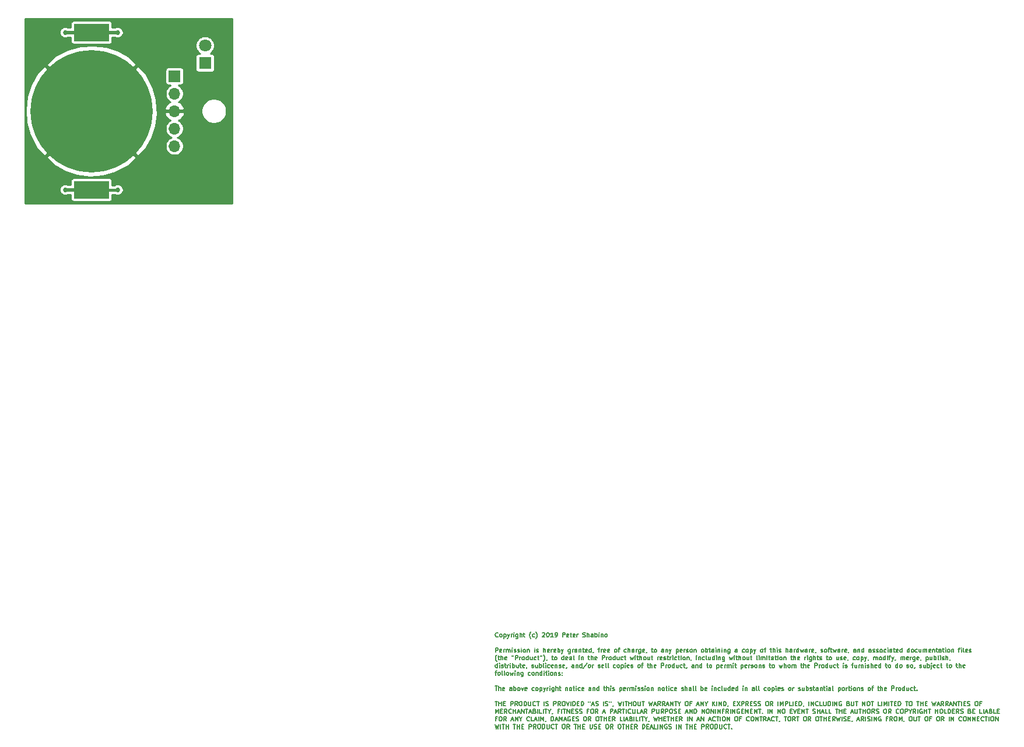
<source format=gbl>
G04 #@! TF.GenerationSoftware,KiCad,Pcbnew,(5.1.5)-3*
G04 #@! TF.CreationDate,2019-12-28T19:55:40-06:00*
G04 #@! TF.ProjectId,tymkrs_Cyphercon_2020_IRbutton,74796d6b-7273-45f4-9379-70686572636f,V0*
G04 #@! TF.SameCoordinates,Original*
G04 #@! TF.FileFunction,Copper,L2,Bot*
G04 #@! TF.FilePolarity,Positive*
%FSLAX46Y46*%
G04 Gerber Fmt 4.6, Leading zero omitted, Abs format (unit mm)*
G04 Created by KiCad (PCBNEW (5.1.5)-3) date 2019-12-28 19:55:40*
%MOMM*%
%LPD*%
G04 APERTURE LIST*
%ADD10C,0.158750*%
%ADD11O,1.700000X1.700000*%
%ADD12R,1.700000X1.700000*%
%ADD13C,1.800000*%
%ADD14R,1.800000X1.800000*%
%ADD15C,17.780000*%
%ADD16R,5.080000X2.540000*%
%ADD17C,0.690000*%
%ADD18C,0.508000*%
%ADD19C,0.381000*%
%ADD20C,0.254000*%
G04 APERTURE END LIST*
D10*
X210167235Y-167152410D02*
X210136997Y-167182648D01*
X210046282Y-167212886D01*
X209985806Y-167212886D01*
X209895092Y-167182648D01*
X209834616Y-167122172D01*
X209804377Y-167061696D01*
X209774139Y-166940744D01*
X209774139Y-166850029D01*
X209804377Y-166729077D01*
X209834616Y-166668601D01*
X209895092Y-166608125D01*
X209985806Y-166577886D01*
X210046282Y-166577886D01*
X210136997Y-166608125D01*
X210167235Y-166638363D01*
X210530092Y-167212886D02*
X210469616Y-167182648D01*
X210439377Y-167152410D01*
X210409139Y-167091934D01*
X210409139Y-166910505D01*
X210439377Y-166850029D01*
X210469616Y-166819791D01*
X210530092Y-166789553D01*
X210620806Y-166789553D01*
X210681282Y-166819791D01*
X210711520Y-166850029D01*
X210741758Y-166910505D01*
X210741758Y-167091934D01*
X210711520Y-167152410D01*
X210681282Y-167182648D01*
X210620806Y-167212886D01*
X210530092Y-167212886D01*
X211013901Y-166789553D02*
X211013901Y-167424553D01*
X211013901Y-166819791D02*
X211074377Y-166789553D01*
X211195330Y-166789553D01*
X211255806Y-166819791D01*
X211286044Y-166850029D01*
X211316282Y-166910505D01*
X211316282Y-167091934D01*
X211286044Y-167152410D01*
X211255806Y-167182648D01*
X211195330Y-167212886D01*
X211074377Y-167212886D01*
X211013901Y-167182648D01*
X211527949Y-166789553D02*
X211679139Y-167212886D01*
X211830330Y-166789553D02*
X211679139Y-167212886D01*
X211618663Y-167364077D01*
X211588425Y-167394315D01*
X211527949Y-167424553D01*
X212072235Y-167212886D02*
X212072235Y-166789553D01*
X212072235Y-166910505D02*
X212102473Y-166850029D01*
X212132711Y-166819791D01*
X212193187Y-166789553D01*
X212253663Y-166789553D01*
X212465330Y-167212886D02*
X212465330Y-166789553D01*
X212465330Y-166577886D02*
X212435092Y-166608125D01*
X212465330Y-166638363D01*
X212495568Y-166608125D01*
X212465330Y-166577886D01*
X212465330Y-166638363D01*
X213039854Y-166789553D02*
X213039854Y-167303601D01*
X213009616Y-167364077D01*
X212979377Y-167394315D01*
X212918901Y-167424553D01*
X212828187Y-167424553D01*
X212767711Y-167394315D01*
X213039854Y-167182648D02*
X212979377Y-167212886D01*
X212858425Y-167212886D01*
X212797949Y-167182648D01*
X212767711Y-167152410D01*
X212737473Y-167091934D01*
X212737473Y-166910505D01*
X212767711Y-166850029D01*
X212797949Y-166819791D01*
X212858425Y-166789553D01*
X212979377Y-166789553D01*
X213039854Y-166819791D01*
X213342235Y-167212886D02*
X213342235Y-166577886D01*
X213614377Y-167212886D02*
X213614377Y-166880267D01*
X213584139Y-166819791D01*
X213523663Y-166789553D01*
X213432949Y-166789553D01*
X213372473Y-166819791D01*
X213342235Y-166850029D01*
X213826044Y-166789553D02*
X214067949Y-166789553D01*
X213916758Y-166577886D02*
X213916758Y-167122172D01*
X213946997Y-167182648D01*
X214007473Y-167212886D01*
X214067949Y-167212886D01*
X214944854Y-167454791D02*
X214914616Y-167424553D01*
X214854139Y-167333839D01*
X214823901Y-167273363D01*
X214793663Y-167182648D01*
X214763425Y-167031458D01*
X214763425Y-166910505D01*
X214793663Y-166759315D01*
X214823901Y-166668601D01*
X214854139Y-166608125D01*
X214914616Y-166517410D01*
X214944854Y-166487172D01*
X215458901Y-167182648D02*
X215398425Y-167212886D01*
X215277473Y-167212886D01*
X215216997Y-167182648D01*
X215186758Y-167152410D01*
X215156520Y-167091934D01*
X215156520Y-166910505D01*
X215186758Y-166850029D01*
X215216997Y-166819791D01*
X215277473Y-166789553D01*
X215398425Y-166789553D01*
X215458901Y-166819791D01*
X215670568Y-167454791D02*
X215700806Y-167424553D01*
X215761282Y-167333839D01*
X215791520Y-167273363D01*
X215821758Y-167182648D01*
X215851997Y-167031458D01*
X215851997Y-166910505D01*
X215821758Y-166759315D01*
X215791520Y-166668601D01*
X215761282Y-166608125D01*
X215700806Y-166517410D01*
X215670568Y-166487172D01*
X216607949Y-166638363D02*
X216638187Y-166608125D01*
X216698663Y-166577886D01*
X216849854Y-166577886D01*
X216910330Y-166608125D01*
X216940568Y-166638363D01*
X216970806Y-166698839D01*
X216970806Y-166759315D01*
X216940568Y-166850029D01*
X216577711Y-167212886D01*
X216970806Y-167212886D01*
X217363901Y-166577886D02*
X217424377Y-166577886D01*
X217484854Y-166608125D01*
X217515092Y-166638363D01*
X217545330Y-166698839D01*
X217575568Y-166819791D01*
X217575568Y-166970982D01*
X217545330Y-167091934D01*
X217515092Y-167152410D01*
X217484854Y-167182648D01*
X217424377Y-167212886D01*
X217363901Y-167212886D01*
X217303425Y-167182648D01*
X217273187Y-167152410D01*
X217242949Y-167091934D01*
X217212711Y-166970982D01*
X217212711Y-166819791D01*
X217242949Y-166698839D01*
X217273187Y-166638363D01*
X217303425Y-166608125D01*
X217363901Y-166577886D01*
X218180330Y-167212886D02*
X217817473Y-167212886D01*
X217998901Y-167212886D02*
X217998901Y-166577886D01*
X217938425Y-166668601D01*
X217877949Y-166729077D01*
X217817473Y-166759315D01*
X218482711Y-167212886D02*
X218603663Y-167212886D01*
X218664139Y-167182648D01*
X218694377Y-167152410D01*
X218754854Y-167061696D01*
X218785092Y-166940744D01*
X218785092Y-166698839D01*
X218754854Y-166638363D01*
X218724616Y-166608125D01*
X218664139Y-166577886D01*
X218543187Y-166577886D01*
X218482711Y-166608125D01*
X218452473Y-166638363D01*
X218422235Y-166698839D01*
X218422235Y-166850029D01*
X218452473Y-166910505D01*
X218482711Y-166940744D01*
X218543187Y-166970982D01*
X218664139Y-166970982D01*
X218724616Y-166940744D01*
X218754854Y-166910505D01*
X218785092Y-166850029D01*
X219541044Y-167212886D02*
X219541044Y-166577886D01*
X219782949Y-166577886D01*
X219843425Y-166608125D01*
X219873663Y-166638363D01*
X219903901Y-166698839D01*
X219903901Y-166789553D01*
X219873663Y-166850029D01*
X219843425Y-166880267D01*
X219782949Y-166910505D01*
X219541044Y-166910505D01*
X220417949Y-167182648D02*
X220357473Y-167212886D01*
X220236520Y-167212886D01*
X220176044Y-167182648D01*
X220145806Y-167122172D01*
X220145806Y-166880267D01*
X220176044Y-166819791D01*
X220236520Y-166789553D01*
X220357473Y-166789553D01*
X220417949Y-166819791D01*
X220448187Y-166880267D01*
X220448187Y-166940744D01*
X220145806Y-167001220D01*
X220629616Y-166789553D02*
X220871520Y-166789553D01*
X220720330Y-166577886D02*
X220720330Y-167122172D01*
X220750568Y-167182648D01*
X220811044Y-167212886D01*
X220871520Y-167212886D01*
X221325092Y-167182648D02*
X221264616Y-167212886D01*
X221143663Y-167212886D01*
X221083187Y-167182648D01*
X221052949Y-167122172D01*
X221052949Y-166880267D01*
X221083187Y-166819791D01*
X221143663Y-166789553D01*
X221264616Y-166789553D01*
X221325092Y-166819791D01*
X221355330Y-166880267D01*
X221355330Y-166940744D01*
X221052949Y-167001220D01*
X221627473Y-167212886D02*
X221627473Y-166789553D01*
X221627473Y-166910505D02*
X221657711Y-166850029D01*
X221687949Y-166819791D01*
X221748425Y-166789553D01*
X221808901Y-166789553D01*
X222474139Y-167182648D02*
X222564854Y-167212886D01*
X222716044Y-167212886D01*
X222776520Y-167182648D01*
X222806758Y-167152410D01*
X222836997Y-167091934D01*
X222836997Y-167031458D01*
X222806758Y-166970982D01*
X222776520Y-166940744D01*
X222716044Y-166910505D01*
X222595092Y-166880267D01*
X222534616Y-166850029D01*
X222504377Y-166819791D01*
X222474139Y-166759315D01*
X222474139Y-166698839D01*
X222504377Y-166638363D01*
X222534616Y-166608125D01*
X222595092Y-166577886D01*
X222746282Y-166577886D01*
X222836997Y-166608125D01*
X223109139Y-167212886D02*
X223109139Y-166577886D01*
X223381282Y-167212886D02*
X223381282Y-166880267D01*
X223351044Y-166819791D01*
X223290568Y-166789553D01*
X223199854Y-166789553D01*
X223139377Y-166819791D01*
X223109139Y-166850029D01*
X223955806Y-167212886D02*
X223955806Y-166880267D01*
X223925568Y-166819791D01*
X223865092Y-166789553D01*
X223744139Y-166789553D01*
X223683663Y-166819791D01*
X223955806Y-167182648D02*
X223895330Y-167212886D01*
X223744139Y-167212886D01*
X223683663Y-167182648D01*
X223653425Y-167122172D01*
X223653425Y-167061696D01*
X223683663Y-167001220D01*
X223744139Y-166970982D01*
X223895330Y-166970982D01*
X223955806Y-166940744D01*
X224258187Y-167212886D02*
X224258187Y-166577886D01*
X224258187Y-166819791D02*
X224318663Y-166789553D01*
X224439616Y-166789553D01*
X224500092Y-166819791D01*
X224530330Y-166850029D01*
X224560568Y-166910505D01*
X224560568Y-167091934D01*
X224530330Y-167152410D01*
X224500092Y-167182648D01*
X224439616Y-167212886D01*
X224318663Y-167212886D01*
X224258187Y-167182648D01*
X224832711Y-167212886D02*
X224832711Y-166789553D01*
X224832711Y-166577886D02*
X224802473Y-166608125D01*
X224832711Y-166638363D01*
X224862949Y-166608125D01*
X224832711Y-166577886D01*
X224832711Y-166638363D01*
X225135092Y-166789553D02*
X225135092Y-167212886D01*
X225135092Y-166850029D02*
X225165330Y-166819791D01*
X225225806Y-166789553D01*
X225316520Y-166789553D01*
X225376997Y-166819791D01*
X225407235Y-166880267D01*
X225407235Y-167212886D01*
X225800330Y-167212886D02*
X225739854Y-167182648D01*
X225709616Y-167152410D01*
X225679377Y-167091934D01*
X225679377Y-166910505D01*
X225709616Y-166850029D01*
X225739854Y-166819791D01*
X225800330Y-166789553D01*
X225891044Y-166789553D01*
X225951520Y-166819791D01*
X225981758Y-166850029D01*
X226011997Y-166910505D01*
X226011997Y-167091934D01*
X225981758Y-167152410D01*
X225951520Y-167182648D01*
X225891044Y-167212886D01*
X225800330Y-167212886D01*
X209804377Y-169435386D02*
X209804377Y-168800386D01*
X210046282Y-168800386D01*
X210106758Y-168830625D01*
X210136997Y-168860863D01*
X210167235Y-168921339D01*
X210167235Y-169012053D01*
X210136997Y-169072529D01*
X210106758Y-169102767D01*
X210046282Y-169133005D01*
X209804377Y-169133005D01*
X210681282Y-169405148D02*
X210620806Y-169435386D01*
X210499854Y-169435386D01*
X210439377Y-169405148D01*
X210409139Y-169344672D01*
X210409139Y-169102767D01*
X210439377Y-169042291D01*
X210499854Y-169012053D01*
X210620806Y-169012053D01*
X210681282Y-169042291D01*
X210711520Y-169102767D01*
X210711520Y-169163244D01*
X210409139Y-169223720D01*
X210983663Y-169435386D02*
X210983663Y-169012053D01*
X210983663Y-169133005D02*
X211013901Y-169072529D01*
X211044139Y-169042291D01*
X211104616Y-169012053D01*
X211165092Y-169012053D01*
X211376758Y-169435386D02*
X211376758Y-169012053D01*
X211376758Y-169072529D02*
X211406997Y-169042291D01*
X211467473Y-169012053D01*
X211558187Y-169012053D01*
X211618663Y-169042291D01*
X211648901Y-169102767D01*
X211648901Y-169435386D01*
X211648901Y-169102767D02*
X211679139Y-169042291D01*
X211739616Y-169012053D01*
X211830330Y-169012053D01*
X211890806Y-169042291D01*
X211921044Y-169102767D01*
X211921044Y-169435386D01*
X212223425Y-169435386D02*
X212223425Y-169012053D01*
X212223425Y-168800386D02*
X212193187Y-168830625D01*
X212223425Y-168860863D01*
X212253663Y-168830625D01*
X212223425Y-168800386D01*
X212223425Y-168860863D01*
X212495568Y-169405148D02*
X212556044Y-169435386D01*
X212676997Y-169435386D01*
X212737473Y-169405148D01*
X212767711Y-169344672D01*
X212767711Y-169314434D01*
X212737473Y-169253958D01*
X212676997Y-169223720D01*
X212586282Y-169223720D01*
X212525806Y-169193482D01*
X212495568Y-169133005D01*
X212495568Y-169102767D01*
X212525806Y-169042291D01*
X212586282Y-169012053D01*
X212676997Y-169012053D01*
X212737473Y-169042291D01*
X213009616Y-169405148D02*
X213070092Y-169435386D01*
X213191044Y-169435386D01*
X213251520Y-169405148D01*
X213281758Y-169344672D01*
X213281758Y-169314434D01*
X213251520Y-169253958D01*
X213191044Y-169223720D01*
X213100330Y-169223720D01*
X213039854Y-169193482D01*
X213009616Y-169133005D01*
X213009616Y-169102767D01*
X213039854Y-169042291D01*
X213100330Y-169012053D01*
X213191044Y-169012053D01*
X213251520Y-169042291D01*
X213553901Y-169435386D02*
X213553901Y-169012053D01*
X213553901Y-168800386D02*
X213523663Y-168830625D01*
X213553901Y-168860863D01*
X213584139Y-168830625D01*
X213553901Y-168800386D01*
X213553901Y-168860863D01*
X213946997Y-169435386D02*
X213886520Y-169405148D01*
X213856282Y-169374910D01*
X213826044Y-169314434D01*
X213826044Y-169133005D01*
X213856282Y-169072529D01*
X213886520Y-169042291D01*
X213946997Y-169012053D01*
X214037711Y-169012053D01*
X214098187Y-169042291D01*
X214128425Y-169072529D01*
X214158663Y-169133005D01*
X214158663Y-169314434D01*
X214128425Y-169374910D01*
X214098187Y-169405148D01*
X214037711Y-169435386D01*
X213946997Y-169435386D01*
X214430806Y-169012053D02*
X214430806Y-169435386D01*
X214430806Y-169072529D02*
X214461044Y-169042291D01*
X214521520Y-169012053D01*
X214612235Y-169012053D01*
X214672711Y-169042291D01*
X214702949Y-169102767D01*
X214702949Y-169435386D01*
X215489139Y-169435386D02*
X215489139Y-169012053D01*
X215489139Y-168800386D02*
X215458901Y-168830625D01*
X215489139Y-168860863D01*
X215519377Y-168830625D01*
X215489139Y-168800386D01*
X215489139Y-168860863D01*
X215761282Y-169405148D02*
X215821758Y-169435386D01*
X215942711Y-169435386D01*
X216003187Y-169405148D01*
X216033425Y-169344672D01*
X216033425Y-169314434D01*
X216003187Y-169253958D01*
X215942711Y-169223720D01*
X215851997Y-169223720D01*
X215791520Y-169193482D01*
X215761282Y-169133005D01*
X215761282Y-169102767D01*
X215791520Y-169042291D01*
X215851997Y-169012053D01*
X215942711Y-169012053D01*
X216003187Y-169042291D01*
X216789377Y-169435386D02*
X216789377Y-168800386D01*
X217061520Y-169435386D02*
X217061520Y-169102767D01*
X217031282Y-169042291D01*
X216970806Y-169012053D01*
X216880092Y-169012053D01*
X216819616Y-169042291D01*
X216789377Y-169072529D01*
X217605806Y-169405148D02*
X217545330Y-169435386D01*
X217424377Y-169435386D01*
X217363901Y-169405148D01*
X217333663Y-169344672D01*
X217333663Y-169102767D01*
X217363901Y-169042291D01*
X217424377Y-169012053D01*
X217545330Y-169012053D01*
X217605806Y-169042291D01*
X217636044Y-169102767D01*
X217636044Y-169163244D01*
X217333663Y-169223720D01*
X217908187Y-169435386D02*
X217908187Y-169012053D01*
X217908187Y-169133005D02*
X217938425Y-169072529D01*
X217968663Y-169042291D01*
X218029139Y-169012053D01*
X218089616Y-169012053D01*
X218543187Y-169405148D02*
X218482711Y-169435386D01*
X218361758Y-169435386D01*
X218301282Y-169405148D01*
X218271044Y-169344672D01*
X218271044Y-169102767D01*
X218301282Y-169042291D01*
X218361758Y-169012053D01*
X218482711Y-169012053D01*
X218543187Y-169042291D01*
X218573425Y-169102767D01*
X218573425Y-169163244D01*
X218271044Y-169223720D01*
X218845568Y-169435386D02*
X218845568Y-168800386D01*
X218845568Y-169042291D02*
X218906044Y-169012053D01*
X219026997Y-169012053D01*
X219087473Y-169042291D01*
X219117711Y-169072529D01*
X219147949Y-169133005D01*
X219147949Y-169314434D01*
X219117711Y-169374910D01*
X219087473Y-169405148D01*
X219026997Y-169435386D01*
X218906044Y-169435386D01*
X218845568Y-169405148D01*
X219359616Y-169012053D02*
X219510806Y-169435386D01*
X219661997Y-169012053D02*
X219510806Y-169435386D01*
X219450330Y-169586577D01*
X219420092Y-169616815D01*
X219359616Y-169647053D01*
X220659854Y-169012053D02*
X220659854Y-169526101D01*
X220629616Y-169586577D01*
X220599377Y-169616815D01*
X220538901Y-169647053D01*
X220448187Y-169647053D01*
X220387711Y-169616815D01*
X220659854Y-169405148D02*
X220599377Y-169435386D01*
X220478425Y-169435386D01*
X220417949Y-169405148D01*
X220387711Y-169374910D01*
X220357473Y-169314434D01*
X220357473Y-169133005D01*
X220387711Y-169072529D01*
X220417949Y-169042291D01*
X220478425Y-169012053D01*
X220599377Y-169012053D01*
X220659854Y-169042291D01*
X220962235Y-169435386D02*
X220962235Y-169012053D01*
X220962235Y-169133005D02*
X220992473Y-169072529D01*
X221022711Y-169042291D01*
X221083187Y-169012053D01*
X221143663Y-169012053D01*
X221627473Y-169435386D02*
X221627473Y-169102767D01*
X221597235Y-169042291D01*
X221536758Y-169012053D01*
X221415806Y-169012053D01*
X221355330Y-169042291D01*
X221627473Y-169405148D02*
X221566997Y-169435386D01*
X221415806Y-169435386D01*
X221355330Y-169405148D01*
X221325092Y-169344672D01*
X221325092Y-169284196D01*
X221355330Y-169223720D01*
X221415806Y-169193482D01*
X221566997Y-169193482D01*
X221627473Y-169163244D01*
X221929854Y-169012053D02*
X221929854Y-169435386D01*
X221929854Y-169072529D02*
X221960092Y-169042291D01*
X222020568Y-169012053D01*
X222111282Y-169012053D01*
X222171758Y-169042291D01*
X222201997Y-169102767D01*
X222201997Y-169435386D01*
X222413663Y-169012053D02*
X222655568Y-169012053D01*
X222504377Y-168800386D02*
X222504377Y-169344672D01*
X222534616Y-169405148D01*
X222595092Y-169435386D01*
X222655568Y-169435386D01*
X223109139Y-169405148D02*
X223048663Y-169435386D01*
X222927711Y-169435386D01*
X222867235Y-169405148D01*
X222836997Y-169344672D01*
X222836997Y-169102767D01*
X222867235Y-169042291D01*
X222927711Y-169012053D01*
X223048663Y-169012053D01*
X223109139Y-169042291D01*
X223139377Y-169102767D01*
X223139377Y-169163244D01*
X222836997Y-169223720D01*
X223683663Y-169435386D02*
X223683663Y-168800386D01*
X223683663Y-169405148D02*
X223623187Y-169435386D01*
X223502235Y-169435386D01*
X223441758Y-169405148D01*
X223411520Y-169374910D01*
X223381282Y-169314434D01*
X223381282Y-169133005D01*
X223411520Y-169072529D01*
X223441758Y-169042291D01*
X223502235Y-169012053D01*
X223623187Y-169012053D01*
X223683663Y-169042291D01*
X224016282Y-169405148D02*
X224016282Y-169435386D01*
X223986044Y-169495863D01*
X223955806Y-169526101D01*
X224681520Y-169012053D02*
X224923425Y-169012053D01*
X224772235Y-169435386D02*
X224772235Y-168891101D01*
X224802473Y-168830625D01*
X224862949Y-168800386D01*
X224923425Y-168800386D01*
X225135092Y-169435386D02*
X225135092Y-169012053D01*
X225135092Y-169133005D02*
X225165330Y-169072529D01*
X225195568Y-169042291D01*
X225256044Y-169012053D01*
X225316520Y-169012053D01*
X225770092Y-169405148D02*
X225709616Y-169435386D01*
X225588663Y-169435386D01*
X225528187Y-169405148D01*
X225497949Y-169344672D01*
X225497949Y-169102767D01*
X225528187Y-169042291D01*
X225588663Y-169012053D01*
X225709616Y-169012053D01*
X225770092Y-169042291D01*
X225800330Y-169102767D01*
X225800330Y-169163244D01*
X225497949Y-169223720D01*
X226314377Y-169405148D02*
X226253901Y-169435386D01*
X226132949Y-169435386D01*
X226072473Y-169405148D01*
X226042235Y-169344672D01*
X226042235Y-169102767D01*
X226072473Y-169042291D01*
X226132949Y-169012053D01*
X226253901Y-169012053D01*
X226314377Y-169042291D01*
X226344616Y-169102767D01*
X226344616Y-169163244D01*
X226042235Y-169223720D01*
X227191282Y-169435386D02*
X227130806Y-169405148D01*
X227100568Y-169374910D01*
X227070330Y-169314434D01*
X227070330Y-169133005D01*
X227100568Y-169072529D01*
X227130806Y-169042291D01*
X227191282Y-169012053D01*
X227281997Y-169012053D01*
X227342473Y-169042291D01*
X227372711Y-169072529D01*
X227402949Y-169133005D01*
X227402949Y-169314434D01*
X227372711Y-169374910D01*
X227342473Y-169405148D01*
X227281997Y-169435386D01*
X227191282Y-169435386D01*
X227584377Y-169012053D02*
X227826282Y-169012053D01*
X227675092Y-169435386D02*
X227675092Y-168891101D01*
X227705330Y-168830625D01*
X227765806Y-168800386D01*
X227826282Y-168800386D01*
X228793901Y-169405148D02*
X228733425Y-169435386D01*
X228612473Y-169435386D01*
X228551997Y-169405148D01*
X228521758Y-169374910D01*
X228491520Y-169314434D01*
X228491520Y-169133005D01*
X228521758Y-169072529D01*
X228551997Y-169042291D01*
X228612473Y-169012053D01*
X228733425Y-169012053D01*
X228793901Y-169042291D01*
X229066044Y-169435386D02*
X229066044Y-168800386D01*
X229338187Y-169435386D02*
X229338187Y-169102767D01*
X229307949Y-169042291D01*
X229247473Y-169012053D01*
X229156758Y-169012053D01*
X229096282Y-169042291D01*
X229066044Y-169072529D01*
X229912711Y-169435386D02*
X229912711Y-169102767D01*
X229882473Y-169042291D01*
X229821997Y-169012053D01*
X229701044Y-169012053D01*
X229640568Y-169042291D01*
X229912711Y-169405148D02*
X229852235Y-169435386D01*
X229701044Y-169435386D01*
X229640568Y-169405148D01*
X229610330Y-169344672D01*
X229610330Y-169284196D01*
X229640568Y-169223720D01*
X229701044Y-169193482D01*
X229852235Y-169193482D01*
X229912711Y-169163244D01*
X230215092Y-169435386D02*
X230215092Y-169012053D01*
X230215092Y-169133005D02*
X230245330Y-169072529D01*
X230275568Y-169042291D01*
X230336044Y-169012053D01*
X230396520Y-169012053D01*
X230880330Y-169012053D02*
X230880330Y-169526101D01*
X230850092Y-169586577D01*
X230819854Y-169616815D01*
X230759377Y-169647053D01*
X230668663Y-169647053D01*
X230608187Y-169616815D01*
X230880330Y-169405148D02*
X230819854Y-169435386D01*
X230698901Y-169435386D01*
X230638425Y-169405148D01*
X230608187Y-169374910D01*
X230577949Y-169314434D01*
X230577949Y-169133005D01*
X230608187Y-169072529D01*
X230638425Y-169042291D01*
X230698901Y-169012053D01*
X230819854Y-169012053D01*
X230880330Y-169042291D01*
X231424616Y-169405148D02*
X231364139Y-169435386D01*
X231243187Y-169435386D01*
X231182711Y-169405148D01*
X231152473Y-169344672D01*
X231152473Y-169102767D01*
X231182711Y-169042291D01*
X231243187Y-169012053D01*
X231364139Y-169012053D01*
X231424616Y-169042291D01*
X231454854Y-169102767D01*
X231454854Y-169163244D01*
X231152473Y-169223720D01*
X231757235Y-169405148D02*
X231757235Y-169435386D01*
X231726997Y-169495863D01*
X231696758Y-169526101D01*
X232422473Y-169012053D02*
X232664377Y-169012053D01*
X232513187Y-168800386D02*
X232513187Y-169344672D01*
X232543425Y-169405148D01*
X232603901Y-169435386D01*
X232664377Y-169435386D01*
X232966758Y-169435386D02*
X232906282Y-169405148D01*
X232876044Y-169374910D01*
X232845806Y-169314434D01*
X232845806Y-169133005D01*
X232876044Y-169072529D01*
X232906282Y-169042291D01*
X232966758Y-169012053D01*
X233057473Y-169012053D01*
X233117949Y-169042291D01*
X233148187Y-169072529D01*
X233178425Y-169133005D01*
X233178425Y-169314434D01*
X233148187Y-169374910D01*
X233117949Y-169405148D01*
X233057473Y-169435386D01*
X232966758Y-169435386D01*
X234206520Y-169435386D02*
X234206520Y-169102767D01*
X234176282Y-169042291D01*
X234115806Y-169012053D01*
X233994854Y-169012053D01*
X233934377Y-169042291D01*
X234206520Y-169405148D02*
X234146044Y-169435386D01*
X233994854Y-169435386D01*
X233934377Y-169405148D01*
X233904139Y-169344672D01*
X233904139Y-169284196D01*
X233934377Y-169223720D01*
X233994854Y-169193482D01*
X234146044Y-169193482D01*
X234206520Y-169163244D01*
X234508901Y-169012053D02*
X234508901Y-169435386D01*
X234508901Y-169072529D02*
X234539139Y-169042291D01*
X234599616Y-169012053D01*
X234690330Y-169012053D01*
X234750806Y-169042291D01*
X234781044Y-169102767D01*
X234781044Y-169435386D01*
X235022949Y-169012053D02*
X235174139Y-169435386D01*
X235325330Y-169012053D02*
X235174139Y-169435386D01*
X235113663Y-169586577D01*
X235083425Y-169616815D01*
X235022949Y-169647053D01*
X236051044Y-169012053D02*
X236051044Y-169647053D01*
X236051044Y-169042291D02*
X236111520Y-169012053D01*
X236232473Y-169012053D01*
X236292949Y-169042291D01*
X236323187Y-169072529D01*
X236353425Y-169133005D01*
X236353425Y-169314434D01*
X236323187Y-169374910D01*
X236292949Y-169405148D01*
X236232473Y-169435386D01*
X236111520Y-169435386D01*
X236051044Y-169405148D01*
X236867473Y-169405148D02*
X236806997Y-169435386D01*
X236686044Y-169435386D01*
X236625568Y-169405148D01*
X236595330Y-169344672D01*
X236595330Y-169102767D01*
X236625568Y-169042291D01*
X236686044Y-169012053D01*
X236806997Y-169012053D01*
X236867473Y-169042291D01*
X236897711Y-169102767D01*
X236897711Y-169163244D01*
X236595330Y-169223720D01*
X237169854Y-169435386D02*
X237169854Y-169012053D01*
X237169854Y-169133005D02*
X237200092Y-169072529D01*
X237230330Y-169042291D01*
X237290806Y-169012053D01*
X237351282Y-169012053D01*
X237532711Y-169405148D02*
X237593187Y-169435386D01*
X237714139Y-169435386D01*
X237774616Y-169405148D01*
X237804854Y-169344672D01*
X237804854Y-169314434D01*
X237774616Y-169253958D01*
X237714139Y-169223720D01*
X237623425Y-169223720D01*
X237562949Y-169193482D01*
X237532711Y-169133005D01*
X237532711Y-169102767D01*
X237562949Y-169042291D01*
X237623425Y-169012053D01*
X237714139Y-169012053D01*
X237774616Y-169042291D01*
X238167711Y-169435386D02*
X238107235Y-169405148D01*
X238076997Y-169374910D01*
X238046758Y-169314434D01*
X238046758Y-169133005D01*
X238076997Y-169072529D01*
X238107235Y-169042291D01*
X238167711Y-169012053D01*
X238258425Y-169012053D01*
X238318901Y-169042291D01*
X238349139Y-169072529D01*
X238379377Y-169133005D01*
X238379377Y-169314434D01*
X238349139Y-169374910D01*
X238318901Y-169405148D01*
X238258425Y-169435386D01*
X238167711Y-169435386D01*
X238651520Y-169012053D02*
X238651520Y-169435386D01*
X238651520Y-169072529D02*
X238681758Y-169042291D01*
X238742235Y-169012053D01*
X238832949Y-169012053D01*
X238893425Y-169042291D01*
X238923663Y-169102767D01*
X238923663Y-169435386D01*
X239800568Y-169435386D02*
X239740092Y-169405148D01*
X239709854Y-169374910D01*
X239679616Y-169314434D01*
X239679616Y-169133005D01*
X239709854Y-169072529D01*
X239740092Y-169042291D01*
X239800568Y-169012053D01*
X239891282Y-169012053D01*
X239951758Y-169042291D01*
X239981997Y-169072529D01*
X240012235Y-169133005D01*
X240012235Y-169314434D01*
X239981997Y-169374910D01*
X239951758Y-169405148D01*
X239891282Y-169435386D01*
X239800568Y-169435386D01*
X240284377Y-169435386D02*
X240284377Y-168800386D01*
X240284377Y-169042291D02*
X240344854Y-169012053D01*
X240465806Y-169012053D01*
X240526282Y-169042291D01*
X240556520Y-169072529D01*
X240586758Y-169133005D01*
X240586758Y-169314434D01*
X240556520Y-169374910D01*
X240526282Y-169405148D01*
X240465806Y-169435386D01*
X240344854Y-169435386D01*
X240284377Y-169405148D01*
X240768187Y-169012053D02*
X241010092Y-169012053D01*
X240858901Y-168800386D02*
X240858901Y-169344672D01*
X240889139Y-169405148D01*
X240949616Y-169435386D01*
X241010092Y-169435386D01*
X241493901Y-169435386D02*
X241493901Y-169102767D01*
X241463663Y-169042291D01*
X241403187Y-169012053D01*
X241282235Y-169012053D01*
X241221758Y-169042291D01*
X241493901Y-169405148D02*
X241433425Y-169435386D01*
X241282235Y-169435386D01*
X241221758Y-169405148D01*
X241191520Y-169344672D01*
X241191520Y-169284196D01*
X241221758Y-169223720D01*
X241282235Y-169193482D01*
X241433425Y-169193482D01*
X241493901Y-169163244D01*
X241796282Y-169435386D02*
X241796282Y-169012053D01*
X241796282Y-168800386D02*
X241766044Y-168830625D01*
X241796282Y-168860863D01*
X241826520Y-168830625D01*
X241796282Y-168800386D01*
X241796282Y-168860863D01*
X242098663Y-169012053D02*
X242098663Y-169435386D01*
X242098663Y-169072529D02*
X242128901Y-169042291D01*
X242189377Y-169012053D01*
X242280092Y-169012053D01*
X242340568Y-169042291D01*
X242370806Y-169102767D01*
X242370806Y-169435386D01*
X242673187Y-169435386D02*
X242673187Y-169012053D01*
X242673187Y-168800386D02*
X242642949Y-168830625D01*
X242673187Y-168860863D01*
X242703425Y-168830625D01*
X242673187Y-168800386D01*
X242673187Y-168860863D01*
X242975568Y-169012053D02*
X242975568Y-169435386D01*
X242975568Y-169072529D02*
X243005806Y-169042291D01*
X243066282Y-169012053D01*
X243156997Y-169012053D01*
X243217473Y-169042291D01*
X243247711Y-169102767D01*
X243247711Y-169435386D01*
X243822235Y-169012053D02*
X243822235Y-169526101D01*
X243791997Y-169586577D01*
X243761758Y-169616815D01*
X243701282Y-169647053D01*
X243610568Y-169647053D01*
X243550092Y-169616815D01*
X243822235Y-169405148D02*
X243761758Y-169435386D01*
X243640806Y-169435386D01*
X243580330Y-169405148D01*
X243550092Y-169374910D01*
X243519854Y-169314434D01*
X243519854Y-169133005D01*
X243550092Y-169072529D01*
X243580330Y-169042291D01*
X243640806Y-169012053D01*
X243761758Y-169012053D01*
X243822235Y-169042291D01*
X244880568Y-169435386D02*
X244880568Y-169102767D01*
X244850330Y-169042291D01*
X244789854Y-169012053D01*
X244668901Y-169012053D01*
X244608425Y-169042291D01*
X244880568Y-169405148D02*
X244820092Y-169435386D01*
X244668901Y-169435386D01*
X244608425Y-169405148D01*
X244578187Y-169344672D01*
X244578187Y-169284196D01*
X244608425Y-169223720D01*
X244668901Y-169193482D01*
X244820092Y-169193482D01*
X244880568Y-169163244D01*
X245938901Y-169405148D02*
X245878425Y-169435386D01*
X245757473Y-169435386D01*
X245696997Y-169405148D01*
X245666758Y-169374910D01*
X245636520Y-169314434D01*
X245636520Y-169133005D01*
X245666758Y-169072529D01*
X245696997Y-169042291D01*
X245757473Y-169012053D01*
X245878425Y-169012053D01*
X245938901Y-169042291D01*
X246301758Y-169435386D02*
X246241282Y-169405148D01*
X246211044Y-169374910D01*
X246180806Y-169314434D01*
X246180806Y-169133005D01*
X246211044Y-169072529D01*
X246241282Y-169042291D01*
X246301758Y-169012053D01*
X246392473Y-169012053D01*
X246452949Y-169042291D01*
X246483187Y-169072529D01*
X246513425Y-169133005D01*
X246513425Y-169314434D01*
X246483187Y-169374910D01*
X246452949Y-169405148D01*
X246392473Y-169435386D01*
X246301758Y-169435386D01*
X246785568Y-169012053D02*
X246785568Y-169647053D01*
X246785568Y-169042291D02*
X246846044Y-169012053D01*
X246966997Y-169012053D01*
X247027473Y-169042291D01*
X247057711Y-169072529D01*
X247087949Y-169133005D01*
X247087949Y-169314434D01*
X247057711Y-169374910D01*
X247027473Y-169405148D01*
X246966997Y-169435386D01*
X246846044Y-169435386D01*
X246785568Y-169405148D01*
X247299616Y-169012053D02*
X247450806Y-169435386D01*
X247601997Y-169012053D02*
X247450806Y-169435386D01*
X247390330Y-169586577D01*
X247360092Y-169616815D01*
X247299616Y-169647053D01*
X248418425Y-169435386D02*
X248357949Y-169405148D01*
X248327711Y-169374910D01*
X248297473Y-169314434D01*
X248297473Y-169133005D01*
X248327711Y-169072529D01*
X248357949Y-169042291D01*
X248418425Y-169012053D01*
X248509139Y-169012053D01*
X248569616Y-169042291D01*
X248599854Y-169072529D01*
X248630092Y-169133005D01*
X248630092Y-169314434D01*
X248599854Y-169374910D01*
X248569616Y-169405148D01*
X248509139Y-169435386D01*
X248418425Y-169435386D01*
X248811520Y-169012053D02*
X249053425Y-169012053D01*
X248902235Y-169435386D02*
X248902235Y-168891101D01*
X248932473Y-168830625D01*
X248992949Y-168800386D01*
X249053425Y-168800386D01*
X249658187Y-169012053D02*
X249900092Y-169012053D01*
X249748901Y-168800386D02*
X249748901Y-169344672D01*
X249779139Y-169405148D01*
X249839616Y-169435386D01*
X249900092Y-169435386D01*
X250111758Y-169435386D02*
X250111758Y-168800386D01*
X250383901Y-169435386D02*
X250383901Y-169102767D01*
X250353663Y-169042291D01*
X250293187Y-169012053D01*
X250202473Y-169012053D01*
X250141997Y-169042291D01*
X250111758Y-169072529D01*
X250686282Y-169435386D02*
X250686282Y-169012053D01*
X250686282Y-168800386D02*
X250656044Y-168830625D01*
X250686282Y-168860863D01*
X250716520Y-168830625D01*
X250686282Y-168800386D01*
X250686282Y-168860863D01*
X250958425Y-169405148D02*
X251018901Y-169435386D01*
X251139854Y-169435386D01*
X251200330Y-169405148D01*
X251230568Y-169344672D01*
X251230568Y-169314434D01*
X251200330Y-169253958D01*
X251139854Y-169223720D01*
X251049139Y-169223720D01*
X250988663Y-169193482D01*
X250958425Y-169133005D01*
X250958425Y-169102767D01*
X250988663Y-169042291D01*
X251049139Y-169012053D01*
X251139854Y-169012053D01*
X251200330Y-169042291D01*
X251986520Y-169435386D02*
X251986520Y-168800386D01*
X252258663Y-169435386D02*
X252258663Y-169102767D01*
X252228425Y-169042291D01*
X252167949Y-169012053D01*
X252077235Y-169012053D01*
X252016758Y-169042291D01*
X251986520Y-169072529D01*
X252833187Y-169435386D02*
X252833187Y-169102767D01*
X252802949Y-169042291D01*
X252742473Y-169012053D01*
X252621520Y-169012053D01*
X252561044Y-169042291D01*
X252833187Y-169405148D02*
X252772711Y-169435386D01*
X252621520Y-169435386D01*
X252561044Y-169405148D01*
X252530806Y-169344672D01*
X252530806Y-169284196D01*
X252561044Y-169223720D01*
X252621520Y-169193482D01*
X252772711Y-169193482D01*
X252833187Y-169163244D01*
X253135568Y-169435386D02*
X253135568Y-169012053D01*
X253135568Y-169133005D02*
X253165806Y-169072529D01*
X253196044Y-169042291D01*
X253256520Y-169012053D01*
X253316997Y-169012053D01*
X253800806Y-169435386D02*
X253800806Y-168800386D01*
X253800806Y-169405148D02*
X253740330Y-169435386D01*
X253619377Y-169435386D01*
X253558901Y-169405148D01*
X253528663Y-169374910D01*
X253498425Y-169314434D01*
X253498425Y-169133005D01*
X253528663Y-169072529D01*
X253558901Y-169042291D01*
X253619377Y-169012053D01*
X253740330Y-169012053D01*
X253800806Y-169042291D01*
X254042711Y-169012053D02*
X254163663Y-169435386D01*
X254284616Y-169133005D01*
X254405568Y-169435386D01*
X254526520Y-169012053D01*
X255040568Y-169435386D02*
X255040568Y-169102767D01*
X255010330Y-169042291D01*
X254949854Y-169012053D01*
X254828901Y-169012053D01*
X254768425Y-169042291D01*
X255040568Y-169405148D02*
X254980092Y-169435386D01*
X254828901Y-169435386D01*
X254768425Y-169405148D01*
X254738187Y-169344672D01*
X254738187Y-169284196D01*
X254768425Y-169223720D01*
X254828901Y-169193482D01*
X254980092Y-169193482D01*
X255040568Y-169163244D01*
X255342949Y-169435386D02*
X255342949Y-169012053D01*
X255342949Y-169133005D02*
X255373187Y-169072529D01*
X255403425Y-169042291D01*
X255463901Y-169012053D01*
X255524377Y-169012053D01*
X255977949Y-169405148D02*
X255917473Y-169435386D01*
X255796520Y-169435386D01*
X255736044Y-169405148D01*
X255705806Y-169344672D01*
X255705806Y-169102767D01*
X255736044Y-169042291D01*
X255796520Y-169012053D01*
X255917473Y-169012053D01*
X255977949Y-169042291D01*
X256008187Y-169102767D01*
X256008187Y-169163244D01*
X255705806Y-169223720D01*
X256310568Y-169405148D02*
X256310568Y-169435386D01*
X256280330Y-169495863D01*
X256250092Y-169526101D01*
X257036282Y-169405148D02*
X257096758Y-169435386D01*
X257217711Y-169435386D01*
X257278187Y-169405148D01*
X257308425Y-169344672D01*
X257308425Y-169314434D01*
X257278187Y-169253958D01*
X257217711Y-169223720D01*
X257126997Y-169223720D01*
X257066520Y-169193482D01*
X257036282Y-169133005D01*
X257036282Y-169102767D01*
X257066520Y-169042291D01*
X257126997Y-169012053D01*
X257217711Y-169012053D01*
X257278187Y-169042291D01*
X257671282Y-169435386D02*
X257610806Y-169405148D01*
X257580568Y-169374910D01*
X257550330Y-169314434D01*
X257550330Y-169133005D01*
X257580568Y-169072529D01*
X257610806Y-169042291D01*
X257671282Y-169012053D01*
X257761997Y-169012053D01*
X257822473Y-169042291D01*
X257852711Y-169072529D01*
X257882949Y-169133005D01*
X257882949Y-169314434D01*
X257852711Y-169374910D01*
X257822473Y-169405148D01*
X257761997Y-169435386D01*
X257671282Y-169435386D01*
X258064377Y-169012053D02*
X258306282Y-169012053D01*
X258155092Y-169435386D02*
X258155092Y-168891101D01*
X258185330Y-168830625D01*
X258245806Y-168800386D01*
X258306282Y-168800386D01*
X258427235Y-169012053D02*
X258669139Y-169012053D01*
X258517949Y-168800386D02*
X258517949Y-169344672D01*
X258548187Y-169405148D01*
X258608663Y-169435386D01*
X258669139Y-169435386D01*
X258820330Y-169012053D02*
X258941282Y-169435386D01*
X259062235Y-169133005D01*
X259183187Y-169435386D01*
X259304139Y-169012053D01*
X259818187Y-169435386D02*
X259818187Y-169102767D01*
X259787949Y-169042291D01*
X259727473Y-169012053D01*
X259606520Y-169012053D01*
X259546044Y-169042291D01*
X259818187Y-169405148D02*
X259757711Y-169435386D01*
X259606520Y-169435386D01*
X259546044Y-169405148D01*
X259515806Y-169344672D01*
X259515806Y-169284196D01*
X259546044Y-169223720D01*
X259606520Y-169193482D01*
X259757711Y-169193482D01*
X259818187Y-169163244D01*
X260120568Y-169435386D02*
X260120568Y-169012053D01*
X260120568Y-169133005D02*
X260150806Y-169072529D01*
X260181044Y-169042291D01*
X260241520Y-169012053D01*
X260301997Y-169012053D01*
X260755568Y-169405148D02*
X260695092Y-169435386D01*
X260574139Y-169435386D01*
X260513663Y-169405148D01*
X260483425Y-169344672D01*
X260483425Y-169102767D01*
X260513663Y-169042291D01*
X260574139Y-169012053D01*
X260695092Y-169012053D01*
X260755568Y-169042291D01*
X260785806Y-169102767D01*
X260785806Y-169163244D01*
X260483425Y-169223720D01*
X261088187Y-169405148D02*
X261088187Y-169435386D01*
X261057949Y-169495863D01*
X261027711Y-169526101D01*
X262116282Y-169435386D02*
X262116282Y-169102767D01*
X262086044Y-169042291D01*
X262025568Y-169012053D01*
X261904616Y-169012053D01*
X261844139Y-169042291D01*
X262116282Y-169405148D02*
X262055806Y-169435386D01*
X261904616Y-169435386D01*
X261844139Y-169405148D01*
X261813901Y-169344672D01*
X261813901Y-169284196D01*
X261844139Y-169223720D01*
X261904616Y-169193482D01*
X262055806Y-169193482D01*
X262116282Y-169163244D01*
X262418663Y-169012053D02*
X262418663Y-169435386D01*
X262418663Y-169072529D02*
X262448901Y-169042291D01*
X262509377Y-169012053D01*
X262600092Y-169012053D01*
X262660568Y-169042291D01*
X262690806Y-169102767D01*
X262690806Y-169435386D01*
X263265330Y-169435386D02*
X263265330Y-168800386D01*
X263265330Y-169405148D02*
X263204854Y-169435386D01*
X263083901Y-169435386D01*
X263023425Y-169405148D01*
X262993187Y-169374910D01*
X262962949Y-169314434D01*
X262962949Y-169133005D01*
X262993187Y-169072529D01*
X263023425Y-169042291D01*
X263083901Y-169012053D01*
X263204854Y-169012053D01*
X263265330Y-169042291D01*
X264323663Y-169435386D02*
X264323663Y-169102767D01*
X264293425Y-169042291D01*
X264232949Y-169012053D01*
X264111997Y-169012053D01*
X264051520Y-169042291D01*
X264323663Y-169405148D02*
X264263187Y-169435386D01*
X264111997Y-169435386D01*
X264051520Y-169405148D01*
X264021282Y-169344672D01*
X264021282Y-169284196D01*
X264051520Y-169223720D01*
X264111997Y-169193482D01*
X264263187Y-169193482D01*
X264323663Y-169163244D01*
X264595806Y-169405148D02*
X264656282Y-169435386D01*
X264777235Y-169435386D01*
X264837711Y-169405148D01*
X264867949Y-169344672D01*
X264867949Y-169314434D01*
X264837711Y-169253958D01*
X264777235Y-169223720D01*
X264686520Y-169223720D01*
X264626044Y-169193482D01*
X264595806Y-169133005D01*
X264595806Y-169102767D01*
X264626044Y-169042291D01*
X264686520Y-169012053D01*
X264777235Y-169012053D01*
X264837711Y-169042291D01*
X265109854Y-169405148D02*
X265170330Y-169435386D01*
X265291282Y-169435386D01*
X265351758Y-169405148D01*
X265381997Y-169344672D01*
X265381997Y-169314434D01*
X265351758Y-169253958D01*
X265291282Y-169223720D01*
X265200568Y-169223720D01*
X265140092Y-169193482D01*
X265109854Y-169133005D01*
X265109854Y-169102767D01*
X265140092Y-169042291D01*
X265200568Y-169012053D01*
X265291282Y-169012053D01*
X265351758Y-169042291D01*
X265744854Y-169435386D02*
X265684377Y-169405148D01*
X265654139Y-169374910D01*
X265623901Y-169314434D01*
X265623901Y-169133005D01*
X265654139Y-169072529D01*
X265684377Y-169042291D01*
X265744854Y-169012053D01*
X265835568Y-169012053D01*
X265896044Y-169042291D01*
X265926282Y-169072529D01*
X265956520Y-169133005D01*
X265956520Y-169314434D01*
X265926282Y-169374910D01*
X265896044Y-169405148D01*
X265835568Y-169435386D01*
X265744854Y-169435386D01*
X266500806Y-169405148D02*
X266440330Y-169435386D01*
X266319377Y-169435386D01*
X266258901Y-169405148D01*
X266228663Y-169374910D01*
X266198425Y-169314434D01*
X266198425Y-169133005D01*
X266228663Y-169072529D01*
X266258901Y-169042291D01*
X266319377Y-169012053D01*
X266440330Y-169012053D01*
X266500806Y-169042291D01*
X266772949Y-169435386D02*
X266772949Y-169012053D01*
X266772949Y-168800386D02*
X266742711Y-168830625D01*
X266772949Y-168860863D01*
X266803187Y-168830625D01*
X266772949Y-168800386D01*
X266772949Y-168860863D01*
X267347473Y-169435386D02*
X267347473Y-169102767D01*
X267317235Y-169042291D01*
X267256758Y-169012053D01*
X267135806Y-169012053D01*
X267075330Y-169042291D01*
X267347473Y-169405148D02*
X267286997Y-169435386D01*
X267135806Y-169435386D01*
X267075330Y-169405148D01*
X267045092Y-169344672D01*
X267045092Y-169284196D01*
X267075330Y-169223720D01*
X267135806Y-169193482D01*
X267286997Y-169193482D01*
X267347473Y-169163244D01*
X267559139Y-169012053D02*
X267801044Y-169012053D01*
X267649854Y-168800386D02*
X267649854Y-169344672D01*
X267680092Y-169405148D01*
X267740568Y-169435386D01*
X267801044Y-169435386D01*
X268254616Y-169405148D02*
X268194139Y-169435386D01*
X268073187Y-169435386D01*
X268012711Y-169405148D01*
X267982473Y-169344672D01*
X267982473Y-169102767D01*
X268012711Y-169042291D01*
X268073187Y-169012053D01*
X268194139Y-169012053D01*
X268254616Y-169042291D01*
X268284854Y-169102767D01*
X268284854Y-169163244D01*
X267982473Y-169223720D01*
X268829139Y-169435386D02*
X268829139Y-168800386D01*
X268829139Y-169405148D02*
X268768663Y-169435386D01*
X268647711Y-169435386D01*
X268587235Y-169405148D01*
X268556997Y-169374910D01*
X268526758Y-169314434D01*
X268526758Y-169133005D01*
X268556997Y-169072529D01*
X268587235Y-169042291D01*
X268647711Y-169012053D01*
X268768663Y-169012053D01*
X268829139Y-169042291D01*
X269887473Y-169435386D02*
X269887473Y-168800386D01*
X269887473Y-169405148D02*
X269826997Y-169435386D01*
X269706044Y-169435386D01*
X269645568Y-169405148D01*
X269615330Y-169374910D01*
X269585092Y-169314434D01*
X269585092Y-169133005D01*
X269615330Y-169072529D01*
X269645568Y-169042291D01*
X269706044Y-169012053D01*
X269826997Y-169012053D01*
X269887473Y-169042291D01*
X270280568Y-169435386D02*
X270220092Y-169405148D01*
X270189854Y-169374910D01*
X270159616Y-169314434D01*
X270159616Y-169133005D01*
X270189854Y-169072529D01*
X270220092Y-169042291D01*
X270280568Y-169012053D01*
X270371282Y-169012053D01*
X270431758Y-169042291D01*
X270461997Y-169072529D01*
X270492235Y-169133005D01*
X270492235Y-169314434D01*
X270461997Y-169374910D01*
X270431758Y-169405148D01*
X270371282Y-169435386D01*
X270280568Y-169435386D01*
X271036520Y-169405148D02*
X270976044Y-169435386D01*
X270855092Y-169435386D01*
X270794616Y-169405148D01*
X270764377Y-169374910D01*
X270734139Y-169314434D01*
X270734139Y-169133005D01*
X270764377Y-169072529D01*
X270794616Y-169042291D01*
X270855092Y-169012053D01*
X270976044Y-169012053D01*
X271036520Y-169042291D01*
X271580806Y-169012053D02*
X271580806Y-169435386D01*
X271308663Y-169012053D02*
X271308663Y-169344672D01*
X271338901Y-169405148D01*
X271399377Y-169435386D01*
X271490092Y-169435386D01*
X271550568Y-169405148D01*
X271580806Y-169374910D01*
X271883187Y-169435386D02*
X271883187Y-169012053D01*
X271883187Y-169072529D02*
X271913425Y-169042291D01*
X271973901Y-169012053D01*
X272064616Y-169012053D01*
X272125092Y-169042291D01*
X272155330Y-169102767D01*
X272155330Y-169435386D01*
X272155330Y-169102767D02*
X272185568Y-169042291D01*
X272246044Y-169012053D01*
X272336758Y-169012053D01*
X272397235Y-169042291D01*
X272427473Y-169102767D01*
X272427473Y-169435386D01*
X272971758Y-169405148D02*
X272911282Y-169435386D01*
X272790330Y-169435386D01*
X272729854Y-169405148D01*
X272699616Y-169344672D01*
X272699616Y-169102767D01*
X272729854Y-169042291D01*
X272790330Y-169012053D01*
X272911282Y-169012053D01*
X272971758Y-169042291D01*
X273001997Y-169102767D01*
X273001997Y-169163244D01*
X272699616Y-169223720D01*
X273274139Y-169012053D02*
X273274139Y-169435386D01*
X273274139Y-169072529D02*
X273304377Y-169042291D01*
X273364854Y-169012053D01*
X273455568Y-169012053D01*
X273516044Y-169042291D01*
X273546282Y-169102767D01*
X273546282Y-169435386D01*
X273757949Y-169012053D02*
X273999854Y-169012053D01*
X273848663Y-168800386D02*
X273848663Y-169344672D01*
X273878901Y-169405148D01*
X273939377Y-169435386D01*
X273999854Y-169435386D01*
X274483663Y-169435386D02*
X274483663Y-169102767D01*
X274453425Y-169042291D01*
X274392949Y-169012053D01*
X274271997Y-169012053D01*
X274211520Y-169042291D01*
X274483663Y-169405148D02*
X274423187Y-169435386D01*
X274271997Y-169435386D01*
X274211520Y-169405148D01*
X274181282Y-169344672D01*
X274181282Y-169284196D01*
X274211520Y-169223720D01*
X274271997Y-169193482D01*
X274423187Y-169193482D01*
X274483663Y-169163244D01*
X274695330Y-169012053D02*
X274937235Y-169012053D01*
X274786044Y-168800386D02*
X274786044Y-169344672D01*
X274816282Y-169405148D01*
X274876758Y-169435386D01*
X274937235Y-169435386D01*
X275148901Y-169435386D02*
X275148901Y-169012053D01*
X275148901Y-168800386D02*
X275118663Y-168830625D01*
X275148901Y-168860863D01*
X275179139Y-168830625D01*
X275148901Y-168800386D01*
X275148901Y-168860863D01*
X275541997Y-169435386D02*
X275481520Y-169405148D01*
X275451282Y-169374910D01*
X275421044Y-169314434D01*
X275421044Y-169133005D01*
X275451282Y-169072529D01*
X275481520Y-169042291D01*
X275541997Y-169012053D01*
X275632711Y-169012053D01*
X275693187Y-169042291D01*
X275723425Y-169072529D01*
X275753663Y-169133005D01*
X275753663Y-169314434D01*
X275723425Y-169374910D01*
X275693187Y-169405148D01*
X275632711Y-169435386D01*
X275541997Y-169435386D01*
X276025806Y-169012053D02*
X276025806Y-169435386D01*
X276025806Y-169072529D02*
X276056044Y-169042291D01*
X276116520Y-169012053D01*
X276207235Y-169012053D01*
X276267711Y-169042291D01*
X276297949Y-169102767D01*
X276297949Y-169435386D01*
X276993425Y-169012053D02*
X277235330Y-169012053D01*
X277084139Y-169435386D02*
X277084139Y-168891101D01*
X277114377Y-168830625D01*
X277174854Y-168800386D01*
X277235330Y-168800386D01*
X277446997Y-169435386D02*
X277446997Y-169012053D01*
X277446997Y-168800386D02*
X277416758Y-168830625D01*
X277446997Y-168860863D01*
X277477235Y-168830625D01*
X277446997Y-168800386D01*
X277446997Y-168860863D01*
X277840092Y-169435386D02*
X277779616Y-169405148D01*
X277749377Y-169344672D01*
X277749377Y-168800386D01*
X278323901Y-169405148D02*
X278263425Y-169435386D01*
X278142473Y-169435386D01*
X278081997Y-169405148D01*
X278051758Y-169344672D01*
X278051758Y-169102767D01*
X278081997Y-169042291D01*
X278142473Y-169012053D01*
X278263425Y-169012053D01*
X278323901Y-169042291D01*
X278354139Y-169102767D01*
X278354139Y-169163244D01*
X278051758Y-169223720D01*
X278596044Y-169405148D02*
X278656520Y-169435386D01*
X278777473Y-169435386D01*
X278837949Y-169405148D01*
X278868187Y-169344672D01*
X278868187Y-169314434D01*
X278837949Y-169253958D01*
X278777473Y-169223720D01*
X278686758Y-169223720D01*
X278626282Y-169193482D01*
X278596044Y-169133005D01*
X278596044Y-169102767D01*
X278626282Y-169042291D01*
X278686758Y-169012053D01*
X278777473Y-169012053D01*
X278837949Y-169042291D01*
X209985806Y-170788541D02*
X209955568Y-170758303D01*
X209895092Y-170667589D01*
X209864854Y-170607113D01*
X209834616Y-170516398D01*
X209804377Y-170365208D01*
X209804377Y-170244255D01*
X209834616Y-170093065D01*
X209864854Y-170002351D01*
X209895092Y-169941875D01*
X209955568Y-169851160D01*
X209985806Y-169820922D01*
X210136997Y-170123303D02*
X210378901Y-170123303D01*
X210227711Y-169911636D02*
X210227711Y-170455922D01*
X210257949Y-170516398D01*
X210318425Y-170546636D01*
X210378901Y-170546636D01*
X210590568Y-170546636D02*
X210590568Y-169911636D01*
X210862711Y-170546636D02*
X210862711Y-170214017D01*
X210832473Y-170153541D01*
X210771997Y-170123303D01*
X210681282Y-170123303D01*
X210620806Y-170153541D01*
X210590568Y-170183779D01*
X211406997Y-170516398D02*
X211346520Y-170546636D01*
X211225568Y-170546636D01*
X211165092Y-170516398D01*
X211134854Y-170455922D01*
X211134854Y-170214017D01*
X211165092Y-170153541D01*
X211225568Y-170123303D01*
X211346520Y-170123303D01*
X211406997Y-170153541D01*
X211437235Y-170214017D01*
X211437235Y-170274494D01*
X211134854Y-170334970D01*
X212162949Y-169911636D02*
X212162949Y-170032589D01*
X212404854Y-169911636D02*
X212404854Y-170032589D01*
X212676997Y-170546636D02*
X212676997Y-169911636D01*
X212918901Y-169911636D01*
X212979377Y-169941875D01*
X213009616Y-169972113D01*
X213039854Y-170032589D01*
X213039854Y-170123303D01*
X213009616Y-170183779D01*
X212979377Y-170214017D01*
X212918901Y-170244255D01*
X212676997Y-170244255D01*
X213311997Y-170546636D02*
X213311997Y-170123303D01*
X213311997Y-170244255D02*
X213342235Y-170183779D01*
X213372473Y-170153541D01*
X213432949Y-170123303D01*
X213493425Y-170123303D01*
X213795806Y-170546636D02*
X213735330Y-170516398D01*
X213705092Y-170486160D01*
X213674854Y-170425684D01*
X213674854Y-170244255D01*
X213705092Y-170183779D01*
X213735330Y-170153541D01*
X213795806Y-170123303D01*
X213886520Y-170123303D01*
X213946997Y-170153541D01*
X213977235Y-170183779D01*
X214007473Y-170244255D01*
X214007473Y-170425684D01*
X213977235Y-170486160D01*
X213946997Y-170516398D01*
X213886520Y-170546636D01*
X213795806Y-170546636D01*
X214551758Y-170546636D02*
X214551758Y-169911636D01*
X214551758Y-170516398D02*
X214491282Y-170546636D01*
X214370330Y-170546636D01*
X214309854Y-170516398D01*
X214279616Y-170486160D01*
X214249377Y-170425684D01*
X214249377Y-170244255D01*
X214279616Y-170183779D01*
X214309854Y-170153541D01*
X214370330Y-170123303D01*
X214491282Y-170123303D01*
X214551758Y-170153541D01*
X215126282Y-170123303D02*
X215126282Y-170546636D01*
X214854139Y-170123303D02*
X214854139Y-170455922D01*
X214884377Y-170516398D01*
X214944854Y-170546636D01*
X215035568Y-170546636D01*
X215096044Y-170516398D01*
X215126282Y-170486160D01*
X215700806Y-170516398D02*
X215640330Y-170546636D01*
X215519377Y-170546636D01*
X215458901Y-170516398D01*
X215428663Y-170486160D01*
X215398425Y-170425684D01*
X215398425Y-170244255D01*
X215428663Y-170183779D01*
X215458901Y-170153541D01*
X215519377Y-170123303D01*
X215640330Y-170123303D01*
X215700806Y-170153541D01*
X215882235Y-170123303D02*
X216124139Y-170123303D01*
X215972949Y-169911636D02*
X215972949Y-170455922D01*
X216003187Y-170516398D01*
X216063663Y-170546636D01*
X216124139Y-170546636D01*
X216305568Y-169911636D02*
X216305568Y-170032589D01*
X216547473Y-169911636D02*
X216547473Y-170032589D01*
X216759139Y-170788541D02*
X216789377Y-170758303D01*
X216849854Y-170667589D01*
X216880092Y-170607113D01*
X216910330Y-170516398D01*
X216940568Y-170365208D01*
X216940568Y-170244255D01*
X216910330Y-170093065D01*
X216880092Y-170002351D01*
X216849854Y-169941875D01*
X216789377Y-169851160D01*
X216759139Y-169820922D01*
X217273187Y-170516398D02*
X217273187Y-170546636D01*
X217242949Y-170607113D01*
X217212711Y-170637351D01*
X217938425Y-170123303D02*
X218180330Y-170123303D01*
X218029139Y-169911636D02*
X218029139Y-170455922D01*
X218059377Y-170516398D01*
X218119854Y-170546636D01*
X218180330Y-170546636D01*
X218482711Y-170546636D02*
X218422235Y-170516398D01*
X218391997Y-170486160D01*
X218361758Y-170425684D01*
X218361758Y-170244255D01*
X218391997Y-170183779D01*
X218422235Y-170153541D01*
X218482711Y-170123303D01*
X218573425Y-170123303D01*
X218633901Y-170153541D01*
X218664139Y-170183779D01*
X218694377Y-170244255D01*
X218694377Y-170425684D01*
X218664139Y-170486160D01*
X218633901Y-170516398D01*
X218573425Y-170546636D01*
X218482711Y-170546636D01*
X219722473Y-170546636D02*
X219722473Y-169911636D01*
X219722473Y-170516398D02*
X219661997Y-170546636D01*
X219541044Y-170546636D01*
X219480568Y-170516398D01*
X219450330Y-170486160D01*
X219420092Y-170425684D01*
X219420092Y-170244255D01*
X219450330Y-170183779D01*
X219480568Y-170153541D01*
X219541044Y-170123303D01*
X219661997Y-170123303D01*
X219722473Y-170153541D01*
X220266758Y-170516398D02*
X220206282Y-170546636D01*
X220085330Y-170546636D01*
X220024854Y-170516398D01*
X219994616Y-170455922D01*
X219994616Y-170214017D01*
X220024854Y-170153541D01*
X220085330Y-170123303D01*
X220206282Y-170123303D01*
X220266758Y-170153541D01*
X220296997Y-170214017D01*
X220296997Y-170274494D01*
X219994616Y-170334970D01*
X220841282Y-170546636D02*
X220841282Y-170214017D01*
X220811044Y-170153541D01*
X220750568Y-170123303D01*
X220629616Y-170123303D01*
X220569139Y-170153541D01*
X220841282Y-170516398D02*
X220780806Y-170546636D01*
X220629616Y-170546636D01*
X220569139Y-170516398D01*
X220538901Y-170455922D01*
X220538901Y-170395446D01*
X220569139Y-170334970D01*
X220629616Y-170304732D01*
X220780806Y-170304732D01*
X220841282Y-170274494D01*
X221234377Y-170546636D02*
X221173901Y-170516398D01*
X221143663Y-170455922D01*
X221143663Y-169911636D01*
X221960092Y-170546636D02*
X221960092Y-170123303D01*
X221960092Y-169911636D02*
X221929854Y-169941875D01*
X221960092Y-169972113D01*
X221990330Y-169941875D01*
X221960092Y-169911636D01*
X221960092Y-169972113D01*
X222262473Y-170123303D02*
X222262473Y-170546636D01*
X222262473Y-170183779D02*
X222292711Y-170153541D01*
X222353187Y-170123303D01*
X222443901Y-170123303D01*
X222504377Y-170153541D01*
X222534616Y-170214017D01*
X222534616Y-170546636D01*
X223230092Y-170123303D02*
X223471997Y-170123303D01*
X223320806Y-169911636D02*
X223320806Y-170455922D01*
X223351044Y-170516398D01*
X223411520Y-170546636D01*
X223471997Y-170546636D01*
X223683663Y-170546636D02*
X223683663Y-169911636D01*
X223955806Y-170546636D02*
X223955806Y-170214017D01*
X223925568Y-170153541D01*
X223865092Y-170123303D01*
X223774377Y-170123303D01*
X223713901Y-170153541D01*
X223683663Y-170183779D01*
X224500092Y-170516398D02*
X224439616Y-170546636D01*
X224318663Y-170546636D01*
X224258187Y-170516398D01*
X224227949Y-170455922D01*
X224227949Y-170214017D01*
X224258187Y-170153541D01*
X224318663Y-170123303D01*
X224439616Y-170123303D01*
X224500092Y-170153541D01*
X224530330Y-170214017D01*
X224530330Y-170274494D01*
X224227949Y-170334970D01*
X225286282Y-170546636D02*
X225286282Y-169911636D01*
X225528187Y-169911636D01*
X225588663Y-169941875D01*
X225618901Y-169972113D01*
X225649139Y-170032589D01*
X225649139Y-170123303D01*
X225618901Y-170183779D01*
X225588663Y-170214017D01*
X225528187Y-170244255D01*
X225286282Y-170244255D01*
X225921282Y-170546636D02*
X225921282Y-170123303D01*
X225921282Y-170244255D02*
X225951520Y-170183779D01*
X225981758Y-170153541D01*
X226042235Y-170123303D01*
X226102711Y-170123303D01*
X226405092Y-170546636D02*
X226344616Y-170516398D01*
X226314377Y-170486160D01*
X226284139Y-170425684D01*
X226284139Y-170244255D01*
X226314377Y-170183779D01*
X226344616Y-170153541D01*
X226405092Y-170123303D01*
X226495806Y-170123303D01*
X226556282Y-170153541D01*
X226586520Y-170183779D01*
X226616758Y-170244255D01*
X226616758Y-170425684D01*
X226586520Y-170486160D01*
X226556282Y-170516398D01*
X226495806Y-170546636D01*
X226405092Y-170546636D01*
X227161044Y-170546636D02*
X227161044Y-169911636D01*
X227161044Y-170516398D02*
X227100568Y-170546636D01*
X226979616Y-170546636D01*
X226919139Y-170516398D01*
X226888901Y-170486160D01*
X226858663Y-170425684D01*
X226858663Y-170244255D01*
X226888901Y-170183779D01*
X226919139Y-170153541D01*
X226979616Y-170123303D01*
X227100568Y-170123303D01*
X227161044Y-170153541D01*
X227735568Y-170123303D02*
X227735568Y-170546636D01*
X227463425Y-170123303D02*
X227463425Y-170455922D01*
X227493663Y-170516398D01*
X227554139Y-170546636D01*
X227644854Y-170546636D01*
X227705330Y-170516398D01*
X227735568Y-170486160D01*
X228310092Y-170516398D02*
X228249616Y-170546636D01*
X228128663Y-170546636D01*
X228068187Y-170516398D01*
X228037949Y-170486160D01*
X228007711Y-170425684D01*
X228007711Y-170244255D01*
X228037949Y-170183779D01*
X228068187Y-170153541D01*
X228128663Y-170123303D01*
X228249616Y-170123303D01*
X228310092Y-170153541D01*
X228491520Y-170123303D02*
X228733425Y-170123303D01*
X228582235Y-169911636D02*
X228582235Y-170455922D01*
X228612473Y-170516398D01*
X228672949Y-170546636D01*
X228733425Y-170546636D01*
X229368425Y-170123303D02*
X229489377Y-170546636D01*
X229610330Y-170244255D01*
X229731282Y-170546636D01*
X229852235Y-170123303D01*
X230094139Y-170546636D02*
X230094139Y-170123303D01*
X230094139Y-169911636D02*
X230063901Y-169941875D01*
X230094139Y-169972113D01*
X230124377Y-169941875D01*
X230094139Y-169911636D01*
X230094139Y-169972113D01*
X230305806Y-170123303D02*
X230547711Y-170123303D01*
X230396520Y-169911636D02*
X230396520Y-170455922D01*
X230426758Y-170516398D01*
X230487235Y-170546636D01*
X230547711Y-170546636D01*
X230759377Y-170546636D02*
X230759377Y-169911636D01*
X231031520Y-170546636D02*
X231031520Y-170214017D01*
X231001282Y-170153541D01*
X230940806Y-170123303D01*
X230850092Y-170123303D01*
X230789616Y-170153541D01*
X230759377Y-170183779D01*
X231424616Y-170546636D02*
X231364139Y-170516398D01*
X231333901Y-170486160D01*
X231303663Y-170425684D01*
X231303663Y-170244255D01*
X231333901Y-170183779D01*
X231364139Y-170153541D01*
X231424616Y-170123303D01*
X231515330Y-170123303D01*
X231575806Y-170153541D01*
X231606044Y-170183779D01*
X231636282Y-170244255D01*
X231636282Y-170425684D01*
X231606044Y-170486160D01*
X231575806Y-170516398D01*
X231515330Y-170546636D01*
X231424616Y-170546636D01*
X232180568Y-170123303D02*
X232180568Y-170546636D01*
X231908425Y-170123303D02*
X231908425Y-170455922D01*
X231938663Y-170516398D01*
X231999139Y-170546636D01*
X232089854Y-170546636D01*
X232150330Y-170516398D01*
X232180568Y-170486160D01*
X232392235Y-170123303D02*
X232634139Y-170123303D01*
X232482949Y-169911636D02*
X232482949Y-170455922D01*
X232513187Y-170516398D01*
X232573663Y-170546636D01*
X232634139Y-170546636D01*
X233329616Y-170546636D02*
X233329616Y-170123303D01*
X233329616Y-170244255D02*
X233359854Y-170183779D01*
X233390092Y-170153541D01*
X233450568Y-170123303D01*
X233511044Y-170123303D01*
X233964616Y-170516398D02*
X233904139Y-170546636D01*
X233783187Y-170546636D01*
X233722711Y-170516398D01*
X233692473Y-170455922D01*
X233692473Y-170214017D01*
X233722711Y-170153541D01*
X233783187Y-170123303D01*
X233904139Y-170123303D01*
X233964616Y-170153541D01*
X233994854Y-170214017D01*
X233994854Y-170274494D01*
X233692473Y-170334970D01*
X234236758Y-170516398D02*
X234297235Y-170546636D01*
X234418187Y-170546636D01*
X234478663Y-170516398D01*
X234508901Y-170455922D01*
X234508901Y-170425684D01*
X234478663Y-170365208D01*
X234418187Y-170334970D01*
X234327473Y-170334970D01*
X234266997Y-170304732D01*
X234236758Y-170244255D01*
X234236758Y-170214017D01*
X234266997Y-170153541D01*
X234327473Y-170123303D01*
X234418187Y-170123303D01*
X234478663Y-170153541D01*
X234690330Y-170123303D02*
X234932235Y-170123303D01*
X234781044Y-169911636D02*
X234781044Y-170455922D01*
X234811282Y-170516398D01*
X234871758Y-170546636D01*
X234932235Y-170546636D01*
X235143901Y-170546636D02*
X235143901Y-170123303D01*
X235143901Y-170244255D02*
X235174139Y-170183779D01*
X235204377Y-170153541D01*
X235264854Y-170123303D01*
X235325330Y-170123303D01*
X235536997Y-170546636D02*
X235536997Y-170123303D01*
X235536997Y-169911636D02*
X235506758Y-169941875D01*
X235536997Y-169972113D01*
X235567235Y-169941875D01*
X235536997Y-169911636D01*
X235536997Y-169972113D01*
X236111520Y-170516398D02*
X236051044Y-170546636D01*
X235930092Y-170546636D01*
X235869616Y-170516398D01*
X235839377Y-170486160D01*
X235809139Y-170425684D01*
X235809139Y-170244255D01*
X235839377Y-170183779D01*
X235869616Y-170153541D01*
X235930092Y-170123303D01*
X236051044Y-170123303D01*
X236111520Y-170153541D01*
X236292949Y-170123303D02*
X236534854Y-170123303D01*
X236383663Y-169911636D02*
X236383663Y-170455922D01*
X236413901Y-170516398D01*
X236474377Y-170546636D01*
X236534854Y-170546636D01*
X236746520Y-170546636D02*
X236746520Y-170123303D01*
X236746520Y-169911636D02*
X236716282Y-169941875D01*
X236746520Y-169972113D01*
X236776758Y-169941875D01*
X236746520Y-169911636D01*
X236746520Y-169972113D01*
X237139616Y-170546636D02*
X237079139Y-170516398D01*
X237048901Y-170486160D01*
X237018663Y-170425684D01*
X237018663Y-170244255D01*
X237048901Y-170183779D01*
X237079139Y-170153541D01*
X237139616Y-170123303D01*
X237230330Y-170123303D01*
X237290806Y-170153541D01*
X237321044Y-170183779D01*
X237351282Y-170244255D01*
X237351282Y-170425684D01*
X237321044Y-170486160D01*
X237290806Y-170516398D01*
X237230330Y-170546636D01*
X237139616Y-170546636D01*
X237623425Y-170123303D02*
X237623425Y-170546636D01*
X237623425Y-170183779D02*
X237653663Y-170153541D01*
X237714139Y-170123303D01*
X237804854Y-170123303D01*
X237865330Y-170153541D01*
X237895568Y-170214017D01*
X237895568Y-170546636D01*
X238228187Y-170516398D02*
X238228187Y-170546636D01*
X238197949Y-170607113D01*
X238167711Y-170637351D01*
X238984139Y-170546636D02*
X238984139Y-170123303D01*
X238984139Y-169911636D02*
X238953901Y-169941875D01*
X238984139Y-169972113D01*
X239014377Y-169941875D01*
X238984139Y-169911636D01*
X238984139Y-169972113D01*
X239286520Y-170123303D02*
X239286520Y-170546636D01*
X239286520Y-170183779D02*
X239316758Y-170153541D01*
X239377235Y-170123303D01*
X239467949Y-170123303D01*
X239528425Y-170153541D01*
X239558663Y-170214017D01*
X239558663Y-170546636D01*
X240133187Y-170516398D02*
X240072711Y-170546636D01*
X239951758Y-170546636D01*
X239891282Y-170516398D01*
X239861044Y-170486160D01*
X239830806Y-170425684D01*
X239830806Y-170244255D01*
X239861044Y-170183779D01*
X239891282Y-170153541D01*
X239951758Y-170123303D01*
X240072711Y-170123303D01*
X240133187Y-170153541D01*
X240496044Y-170546636D02*
X240435568Y-170516398D01*
X240405330Y-170455922D01*
X240405330Y-169911636D01*
X241010092Y-170123303D02*
X241010092Y-170546636D01*
X240737949Y-170123303D02*
X240737949Y-170455922D01*
X240768187Y-170516398D01*
X240828663Y-170546636D01*
X240919377Y-170546636D01*
X240979854Y-170516398D01*
X241010092Y-170486160D01*
X241584616Y-170546636D02*
X241584616Y-169911636D01*
X241584616Y-170516398D02*
X241524139Y-170546636D01*
X241403187Y-170546636D01*
X241342711Y-170516398D01*
X241312473Y-170486160D01*
X241282235Y-170425684D01*
X241282235Y-170244255D01*
X241312473Y-170183779D01*
X241342711Y-170153541D01*
X241403187Y-170123303D01*
X241524139Y-170123303D01*
X241584616Y-170153541D01*
X241886997Y-170546636D02*
X241886997Y-170123303D01*
X241886997Y-169911636D02*
X241856758Y-169941875D01*
X241886997Y-169972113D01*
X241917235Y-169941875D01*
X241886997Y-169911636D01*
X241886997Y-169972113D01*
X242189377Y-170123303D02*
X242189377Y-170546636D01*
X242189377Y-170183779D02*
X242219616Y-170153541D01*
X242280092Y-170123303D01*
X242370806Y-170123303D01*
X242431282Y-170153541D01*
X242461520Y-170214017D01*
X242461520Y-170546636D01*
X243036044Y-170123303D02*
X243036044Y-170637351D01*
X243005806Y-170697827D01*
X242975568Y-170728065D01*
X242915092Y-170758303D01*
X242824377Y-170758303D01*
X242763901Y-170728065D01*
X243036044Y-170516398D02*
X242975568Y-170546636D01*
X242854616Y-170546636D01*
X242794139Y-170516398D01*
X242763901Y-170486160D01*
X242733663Y-170425684D01*
X242733663Y-170244255D01*
X242763901Y-170183779D01*
X242794139Y-170153541D01*
X242854616Y-170123303D01*
X242975568Y-170123303D01*
X243036044Y-170153541D01*
X243761758Y-170123303D02*
X243882711Y-170546636D01*
X244003663Y-170244255D01*
X244124616Y-170546636D01*
X244245568Y-170123303D01*
X244487473Y-170546636D02*
X244487473Y-170123303D01*
X244487473Y-169911636D02*
X244457235Y-169941875D01*
X244487473Y-169972113D01*
X244517711Y-169941875D01*
X244487473Y-169911636D01*
X244487473Y-169972113D01*
X244699139Y-170123303D02*
X244941044Y-170123303D01*
X244789854Y-169911636D02*
X244789854Y-170455922D01*
X244820092Y-170516398D01*
X244880568Y-170546636D01*
X244941044Y-170546636D01*
X245152711Y-170546636D02*
X245152711Y-169911636D01*
X245424854Y-170546636D02*
X245424854Y-170214017D01*
X245394616Y-170153541D01*
X245334139Y-170123303D01*
X245243425Y-170123303D01*
X245182949Y-170153541D01*
X245152711Y-170183779D01*
X245817949Y-170546636D02*
X245757473Y-170516398D01*
X245727235Y-170486160D01*
X245696997Y-170425684D01*
X245696997Y-170244255D01*
X245727235Y-170183779D01*
X245757473Y-170153541D01*
X245817949Y-170123303D01*
X245908663Y-170123303D01*
X245969139Y-170153541D01*
X245999377Y-170183779D01*
X246029616Y-170244255D01*
X246029616Y-170425684D01*
X245999377Y-170486160D01*
X245969139Y-170516398D01*
X245908663Y-170546636D01*
X245817949Y-170546636D01*
X246573901Y-170123303D02*
X246573901Y-170546636D01*
X246301758Y-170123303D02*
X246301758Y-170455922D01*
X246331997Y-170516398D01*
X246392473Y-170546636D01*
X246483187Y-170546636D01*
X246543663Y-170516398D01*
X246573901Y-170486160D01*
X246785568Y-170123303D02*
X247027473Y-170123303D01*
X246876282Y-169911636D02*
X246876282Y-170455922D01*
X246906520Y-170516398D01*
X246966997Y-170546636D01*
X247027473Y-170546636D01*
X247813663Y-170546636D02*
X247753187Y-170516398D01*
X247722949Y-170455922D01*
X247722949Y-169911636D01*
X248055568Y-170546636D02*
X248055568Y-170123303D01*
X248055568Y-169911636D02*
X248025330Y-169941875D01*
X248055568Y-169972113D01*
X248085806Y-169941875D01*
X248055568Y-169911636D01*
X248055568Y-169972113D01*
X248357949Y-170546636D02*
X248357949Y-170123303D01*
X248357949Y-170183779D02*
X248388187Y-170153541D01*
X248448663Y-170123303D01*
X248539377Y-170123303D01*
X248599854Y-170153541D01*
X248630092Y-170214017D01*
X248630092Y-170546636D01*
X248630092Y-170214017D02*
X248660330Y-170153541D01*
X248720806Y-170123303D01*
X248811520Y-170123303D01*
X248871997Y-170153541D01*
X248902235Y-170214017D01*
X248902235Y-170546636D01*
X249204616Y-170546636D02*
X249204616Y-170123303D01*
X249204616Y-169911636D02*
X249174377Y-169941875D01*
X249204616Y-169972113D01*
X249234854Y-169941875D01*
X249204616Y-169911636D01*
X249204616Y-169972113D01*
X249416282Y-170123303D02*
X249658187Y-170123303D01*
X249506997Y-169911636D02*
X249506997Y-170455922D01*
X249537235Y-170516398D01*
X249597711Y-170546636D01*
X249658187Y-170546636D01*
X250141997Y-170546636D02*
X250141997Y-170214017D01*
X250111758Y-170153541D01*
X250051282Y-170123303D01*
X249930330Y-170123303D01*
X249869854Y-170153541D01*
X250141997Y-170516398D02*
X250081520Y-170546636D01*
X249930330Y-170546636D01*
X249869854Y-170516398D01*
X249839616Y-170455922D01*
X249839616Y-170395446D01*
X249869854Y-170334970D01*
X249930330Y-170304732D01*
X250081520Y-170304732D01*
X250141997Y-170274494D01*
X250353663Y-170123303D02*
X250595568Y-170123303D01*
X250444377Y-169911636D02*
X250444377Y-170455922D01*
X250474616Y-170516398D01*
X250535092Y-170546636D01*
X250595568Y-170546636D01*
X250807235Y-170546636D02*
X250807235Y-170123303D01*
X250807235Y-169911636D02*
X250776997Y-169941875D01*
X250807235Y-169972113D01*
X250837473Y-169941875D01*
X250807235Y-169911636D01*
X250807235Y-169972113D01*
X251200330Y-170546636D02*
X251139854Y-170516398D01*
X251109616Y-170486160D01*
X251079377Y-170425684D01*
X251079377Y-170244255D01*
X251109616Y-170183779D01*
X251139854Y-170153541D01*
X251200330Y-170123303D01*
X251291044Y-170123303D01*
X251351520Y-170153541D01*
X251381758Y-170183779D01*
X251411997Y-170244255D01*
X251411997Y-170425684D01*
X251381758Y-170486160D01*
X251351520Y-170516398D01*
X251291044Y-170546636D01*
X251200330Y-170546636D01*
X251684139Y-170123303D02*
X251684139Y-170546636D01*
X251684139Y-170183779D02*
X251714377Y-170153541D01*
X251774854Y-170123303D01*
X251865568Y-170123303D01*
X251926044Y-170153541D01*
X251956282Y-170214017D01*
X251956282Y-170546636D01*
X252651758Y-170123303D02*
X252893663Y-170123303D01*
X252742473Y-169911636D02*
X252742473Y-170455922D01*
X252772711Y-170516398D01*
X252833187Y-170546636D01*
X252893663Y-170546636D01*
X253105330Y-170546636D02*
X253105330Y-169911636D01*
X253377473Y-170546636D02*
X253377473Y-170214017D01*
X253347235Y-170153541D01*
X253286758Y-170123303D01*
X253196044Y-170123303D01*
X253135568Y-170153541D01*
X253105330Y-170183779D01*
X253921758Y-170516398D02*
X253861282Y-170546636D01*
X253740330Y-170546636D01*
X253679854Y-170516398D01*
X253649616Y-170455922D01*
X253649616Y-170214017D01*
X253679854Y-170153541D01*
X253740330Y-170123303D01*
X253861282Y-170123303D01*
X253921758Y-170153541D01*
X253951997Y-170214017D01*
X253951997Y-170274494D01*
X253649616Y-170334970D01*
X254707949Y-170546636D02*
X254707949Y-170123303D01*
X254707949Y-170244255D02*
X254738187Y-170183779D01*
X254768425Y-170153541D01*
X254828901Y-170123303D01*
X254889377Y-170123303D01*
X255101044Y-170546636D02*
X255101044Y-170123303D01*
X255101044Y-169911636D02*
X255070806Y-169941875D01*
X255101044Y-169972113D01*
X255131282Y-169941875D01*
X255101044Y-169911636D01*
X255101044Y-169972113D01*
X255675568Y-170123303D02*
X255675568Y-170637351D01*
X255645330Y-170697827D01*
X255615092Y-170728065D01*
X255554616Y-170758303D01*
X255463901Y-170758303D01*
X255403425Y-170728065D01*
X255675568Y-170516398D02*
X255615092Y-170546636D01*
X255494139Y-170546636D01*
X255433663Y-170516398D01*
X255403425Y-170486160D01*
X255373187Y-170425684D01*
X255373187Y-170244255D01*
X255403425Y-170183779D01*
X255433663Y-170153541D01*
X255494139Y-170123303D01*
X255615092Y-170123303D01*
X255675568Y-170153541D01*
X255977949Y-170546636D02*
X255977949Y-169911636D01*
X256250092Y-170546636D02*
X256250092Y-170214017D01*
X256219854Y-170153541D01*
X256159377Y-170123303D01*
X256068663Y-170123303D01*
X256008187Y-170153541D01*
X255977949Y-170183779D01*
X256461758Y-170123303D02*
X256703663Y-170123303D01*
X256552473Y-169911636D02*
X256552473Y-170455922D01*
X256582711Y-170516398D01*
X256643187Y-170546636D01*
X256703663Y-170546636D01*
X256885092Y-170516398D02*
X256945568Y-170546636D01*
X257066520Y-170546636D01*
X257126997Y-170516398D01*
X257157235Y-170455922D01*
X257157235Y-170425684D01*
X257126997Y-170365208D01*
X257066520Y-170334970D01*
X256975806Y-170334970D01*
X256915330Y-170304732D01*
X256885092Y-170244255D01*
X256885092Y-170214017D01*
X256915330Y-170153541D01*
X256975806Y-170123303D01*
X257066520Y-170123303D01*
X257126997Y-170153541D01*
X257822473Y-170123303D02*
X258064377Y-170123303D01*
X257913187Y-169911636D02*
X257913187Y-170455922D01*
X257943425Y-170516398D01*
X258003901Y-170546636D01*
X258064377Y-170546636D01*
X258366758Y-170546636D02*
X258306282Y-170516398D01*
X258276044Y-170486160D01*
X258245806Y-170425684D01*
X258245806Y-170244255D01*
X258276044Y-170183779D01*
X258306282Y-170153541D01*
X258366758Y-170123303D01*
X258457473Y-170123303D01*
X258517949Y-170153541D01*
X258548187Y-170183779D01*
X258578425Y-170244255D01*
X258578425Y-170425684D01*
X258548187Y-170486160D01*
X258517949Y-170516398D01*
X258457473Y-170546636D01*
X258366758Y-170546636D01*
X259606520Y-170123303D02*
X259606520Y-170546636D01*
X259334377Y-170123303D02*
X259334377Y-170455922D01*
X259364616Y-170516398D01*
X259425092Y-170546636D01*
X259515806Y-170546636D01*
X259576282Y-170516398D01*
X259606520Y-170486160D01*
X259878663Y-170516398D02*
X259939139Y-170546636D01*
X260060092Y-170546636D01*
X260120568Y-170516398D01*
X260150806Y-170455922D01*
X260150806Y-170425684D01*
X260120568Y-170365208D01*
X260060092Y-170334970D01*
X259969377Y-170334970D01*
X259908901Y-170304732D01*
X259878663Y-170244255D01*
X259878663Y-170214017D01*
X259908901Y-170153541D01*
X259969377Y-170123303D01*
X260060092Y-170123303D01*
X260120568Y-170153541D01*
X260664854Y-170516398D02*
X260604377Y-170546636D01*
X260483425Y-170546636D01*
X260422949Y-170516398D01*
X260392711Y-170455922D01*
X260392711Y-170214017D01*
X260422949Y-170153541D01*
X260483425Y-170123303D01*
X260604377Y-170123303D01*
X260664854Y-170153541D01*
X260695092Y-170214017D01*
X260695092Y-170274494D01*
X260392711Y-170334970D01*
X260997473Y-170516398D02*
X260997473Y-170546636D01*
X260967235Y-170607113D01*
X260936997Y-170637351D01*
X262025568Y-170516398D02*
X261965092Y-170546636D01*
X261844139Y-170546636D01*
X261783663Y-170516398D01*
X261753425Y-170486160D01*
X261723187Y-170425684D01*
X261723187Y-170244255D01*
X261753425Y-170183779D01*
X261783663Y-170153541D01*
X261844139Y-170123303D01*
X261965092Y-170123303D01*
X262025568Y-170153541D01*
X262388425Y-170546636D02*
X262327949Y-170516398D01*
X262297711Y-170486160D01*
X262267473Y-170425684D01*
X262267473Y-170244255D01*
X262297711Y-170183779D01*
X262327949Y-170153541D01*
X262388425Y-170123303D01*
X262479139Y-170123303D01*
X262539616Y-170153541D01*
X262569854Y-170183779D01*
X262600092Y-170244255D01*
X262600092Y-170425684D01*
X262569854Y-170486160D01*
X262539616Y-170516398D01*
X262479139Y-170546636D01*
X262388425Y-170546636D01*
X262872235Y-170123303D02*
X262872235Y-170758303D01*
X262872235Y-170153541D02*
X262932711Y-170123303D01*
X263053663Y-170123303D01*
X263114139Y-170153541D01*
X263144377Y-170183779D01*
X263174616Y-170244255D01*
X263174616Y-170425684D01*
X263144377Y-170486160D01*
X263114139Y-170516398D01*
X263053663Y-170546636D01*
X262932711Y-170546636D01*
X262872235Y-170516398D01*
X263386282Y-170123303D02*
X263537473Y-170546636D01*
X263688663Y-170123303D02*
X263537473Y-170546636D01*
X263476997Y-170697827D01*
X263446758Y-170728065D01*
X263386282Y-170758303D01*
X263960806Y-170516398D02*
X263960806Y-170546636D01*
X263930568Y-170607113D01*
X263900330Y-170637351D01*
X264716758Y-170546636D02*
X264716758Y-170123303D01*
X264716758Y-170183779D02*
X264746997Y-170153541D01*
X264807473Y-170123303D01*
X264898187Y-170123303D01*
X264958663Y-170153541D01*
X264988901Y-170214017D01*
X264988901Y-170546636D01*
X264988901Y-170214017D02*
X265019139Y-170153541D01*
X265079616Y-170123303D01*
X265170330Y-170123303D01*
X265230806Y-170153541D01*
X265261044Y-170214017D01*
X265261044Y-170546636D01*
X265654139Y-170546636D02*
X265593663Y-170516398D01*
X265563425Y-170486160D01*
X265533187Y-170425684D01*
X265533187Y-170244255D01*
X265563425Y-170183779D01*
X265593663Y-170153541D01*
X265654139Y-170123303D01*
X265744854Y-170123303D01*
X265805330Y-170153541D01*
X265835568Y-170183779D01*
X265865806Y-170244255D01*
X265865806Y-170425684D01*
X265835568Y-170486160D01*
X265805330Y-170516398D01*
X265744854Y-170546636D01*
X265654139Y-170546636D01*
X266410092Y-170546636D02*
X266410092Y-169911636D01*
X266410092Y-170516398D02*
X266349616Y-170546636D01*
X266228663Y-170546636D01*
X266168187Y-170516398D01*
X266137949Y-170486160D01*
X266107711Y-170425684D01*
X266107711Y-170244255D01*
X266137949Y-170183779D01*
X266168187Y-170153541D01*
X266228663Y-170123303D01*
X266349616Y-170123303D01*
X266410092Y-170153541D01*
X266712473Y-170546636D02*
X266712473Y-170123303D01*
X266712473Y-169911636D02*
X266682235Y-169941875D01*
X266712473Y-169972113D01*
X266742711Y-169941875D01*
X266712473Y-169911636D01*
X266712473Y-169972113D01*
X266924139Y-170123303D02*
X267166044Y-170123303D01*
X267014854Y-170546636D02*
X267014854Y-170002351D01*
X267045092Y-169941875D01*
X267105568Y-169911636D01*
X267166044Y-169911636D01*
X267317235Y-170123303D02*
X267468425Y-170546636D01*
X267619616Y-170123303D02*
X267468425Y-170546636D01*
X267407949Y-170697827D01*
X267377711Y-170728065D01*
X267317235Y-170758303D01*
X267891758Y-170516398D02*
X267891758Y-170546636D01*
X267861520Y-170607113D01*
X267831282Y-170637351D01*
X268647711Y-170546636D02*
X268647711Y-170123303D01*
X268647711Y-170183779D02*
X268677949Y-170153541D01*
X268738425Y-170123303D01*
X268829139Y-170123303D01*
X268889616Y-170153541D01*
X268919854Y-170214017D01*
X268919854Y-170546636D01*
X268919854Y-170214017D02*
X268950092Y-170153541D01*
X269010568Y-170123303D01*
X269101282Y-170123303D01*
X269161758Y-170153541D01*
X269191997Y-170214017D01*
X269191997Y-170546636D01*
X269736282Y-170516398D02*
X269675806Y-170546636D01*
X269554854Y-170546636D01*
X269494377Y-170516398D01*
X269464139Y-170455922D01*
X269464139Y-170214017D01*
X269494377Y-170153541D01*
X269554854Y-170123303D01*
X269675806Y-170123303D01*
X269736282Y-170153541D01*
X269766520Y-170214017D01*
X269766520Y-170274494D01*
X269464139Y-170334970D01*
X270038663Y-170546636D02*
X270038663Y-170123303D01*
X270038663Y-170244255D02*
X270068901Y-170183779D01*
X270099139Y-170153541D01*
X270159616Y-170123303D01*
X270220092Y-170123303D01*
X270703901Y-170123303D02*
X270703901Y-170637351D01*
X270673663Y-170697827D01*
X270643425Y-170728065D01*
X270582949Y-170758303D01*
X270492235Y-170758303D01*
X270431758Y-170728065D01*
X270703901Y-170516398D02*
X270643425Y-170546636D01*
X270522473Y-170546636D01*
X270461997Y-170516398D01*
X270431758Y-170486160D01*
X270401520Y-170425684D01*
X270401520Y-170244255D01*
X270431758Y-170183779D01*
X270461997Y-170153541D01*
X270522473Y-170123303D01*
X270643425Y-170123303D01*
X270703901Y-170153541D01*
X271248187Y-170516398D02*
X271187711Y-170546636D01*
X271066758Y-170546636D01*
X271006282Y-170516398D01*
X270976044Y-170455922D01*
X270976044Y-170214017D01*
X271006282Y-170153541D01*
X271066758Y-170123303D01*
X271187711Y-170123303D01*
X271248187Y-170153541D01*
X271278425Y-170214017D01*
X271278425Y-170274494D01*
X270976044Y-170334970D01*
X271580806Y-170516398D02*
X271580806Y-170546636D01*
X271550568Y-170607113D01*
X271520330Y-170637351D01*
X272336758Y-170123303D02*
X272336758Y-170758303D01*
X272336758Y-170153541D02*
X272397235Y-170123303D01*
X272518187Y-170123303D01*
X272578663Y-170153541D01*
X272608901Y-170183779D01*
X272639139Y-170244255D01*
X272639139Y-170425684D01*
X272608901Y-170486160D01*
X272578663Y-170516398D01*
X272518187Y-170546636D01*
X272397235Y-170546636D01*
X272336758Y-170516398D01*
X273183425Y-170123303D02*
X273183425Y-170546636D01*
X272911282Y-170123303D02*
X272911282Y-170455922D01*
X272941520Y-170516398D01*
X273001997Y-170546636D01*
X273092711Y-170546636D01*
X273153187Y-170516398D01*
X273183425Y-170486160D01*
X273485806Y-170546636D02*
X273485806Y-169911636D01*
X273485806Y-170153541D02*
X273546282Y-170123303D01*
X273667235Y-170123303D01*
X273727711Y-170153541D01*
X273757949Y-170183779D01*
X273788187Y-170244255D01*
X273788187Y-170425684D01*
X273757949Y-170486160D01*
X273727711Y-170516398D01*
X273667235Y-170546636D01*
X273546282Y-170546636D01*
X273485806Y-170516398D01*
X274151044Y-170546636D02*
X274090568Y-170516398D01*
X274060330Y-170455922D01*
X274060330Y-169911636D01*
X274392949Y-170546636D02*
X274392949Y-170123303D01*
X274392949Y-169911636D02*
X274362711Y-169941875D01*
X274392949Y-169972113D01*
X274423187Y-169941875D01*
X274392949Y-169911636D01*
X274392949Y-169972113D01*
X274665092Y-170516398D02*
X274725568Y-170546636D01*
X274846520Y-170546636D01*
X274906997Y-170516398D01*
X274937235Y-170455922D01*
X274937235Y-170425684D01*
X274906997Y-170365208D01*
X274846520Y-170334970D01*
X274755806Y-170334970D01*
X274695330Y-170304732D01*
X274665092Y-170244255D01*
X274665092Y-170214017D01*
X274695330Y-170153541D01*
X274755806Y-170123303D01*
X274846520Y-170123303D01*
X274906997Y-170153541D01*
X275209377Y-170546636D02*
X275209377Y-169911636D01*
X275481520Y-170546636D02*
X275481520Y-170214017D01*
X275451282Y-170153541D01*
X275390806Y-170123303D01*
X275300092Y-170123303D01*
X275239616Y-170153541D01*
X275209377Y-170183779D01*
X275814139Y-170516398D02*
X275814139Y-170546636D01*
X275783901Y-170607113D01*
X275753663Y-170637351D01*
X210076520Y-171657886D02*
X210076520Y-171022886D01*
X210076520Y-171627648D02*
X210016044Y-171657886D01*
X209895092Y-171657886D01*
X209834616Y-171627648D01*
X209804377Y-171597410D01*
X209774139Y-171536934D01*
X209774139Y-171355505D01*
X209804377Y-171295029D01*
X209834616Y-171264791D01*
X209895092Y-171234553D01*
X210016044Y-171234553D01*
X210076520Y-171264791D01*
X210378901Y-171657886D02*
X210378901Y-171234553D01*
X210378901Y-171022886D02*
X210348663Y-171053125D01*
X210378901Y-171083363D01*
X210409139Y-171053125D01*
X210378901Y-171022886D01*
X210378901Y-171083363D01*
X210651044Y-171627648D02*
X210711520Y-171657886D01*
X210832473Y-171657886D01*
X210892949Y-171627648D01*
X210923187Y-171567172D01*
X210923187Y-171536934D01*
X210892949Y-171476458D01*
X210832473Y-171446220D01*
X210741758Y-171446220D01*
X210681282Y-171415982D01*
X210651044Y-171355505D01*
X210651044Y-171325267D01*
X210681282Y-171264791D01*
X210741758Y-171234553D01*
X210832473Y-171234553D01*
X210892949Y-171264791D01*
X211104616Y-171234553D02*
X211346520Y-171234553D01*
X211195330Y-171022886D02*
X211195330Y-171567172D01*
X211225568Y-171627648D01*
X211286044Y-171657886D01*
X211346520Y-171657886D01*
X211558187Y-171657886D02*
X211558187Y-171234553D01*
X211558187Y-171355505D02*
X211588425Y-171295029D01*
X211618663Y-171264791D01*
X211679139Y-171234553D01*
X211739616Y-171234553D01*
X211951282Y-171657886D02*
X211951282Y-171234553D01*
X211951282Y-171022886D02*
X211921044Y-171053125D01*
X211951282Y-171083363D01*
X211981520Y-171053125D01*
X211951282Y-171022886D01*
X211951282Y-171083363D01*
X212253663Y-171657886D02*
X212253663Y-171022886D01*
X212253663Y-171264791D02*
X212314139Y-171234553D01*
X212435092Y-171234553D01*
X212495568Y-171264791D01*
X212525806Y-171295029D01*
X212556044Y-171355505D01*
X212556044Y-171536934D01*
X212525806Y-171597410D01*
X212495568Y-171627648D01*
X212435092Y-171657886D01*
X212314139Y-171657886D01*
X212253663Y-171627648D01*
X213100330Y-171234553D02*
X213100330Y-171657886D01*
X212828187Y-171234553D02*
X212828187Y-171567172D01*
X212858425Y-171627648D01*
X212918901Y-171657886D01*
X213009616Y-171657886D01*
X213070092Y-171627648D01*
X213100330Y-171597410D01*
X213311997Y-171234553D02*
X213553901Y-171234553D01*
X213402711Y-171022886D02*
X213402711Y-171567172D01*
X213432949Y-171627648D01*
X213493425Y-171657886D01*
X213553901Y-171657886D01*
X214007473Y-171627648D02*
X213946997Y-171657886D01*
X213826044Y-171657886D01*
X213765568Y-171627648D01*
X213735330Y-171567172D01*
X213735330Y-171325267D01*
X213765568Y-171264791D01*
X213826044Y-171234553D01*
X213946997Y-171234553D01*
X214007473Y-171264791D01*
X214037711Y-171325267D01*
X214037711Y-171385744D01*
X213735330Y-171446220D01*
X214340092Y-171627648D02*
X214340092Y-171657886D01*
X214309854Y-171718363D01*
X214279616Y-171748601D01*
X215065806Y-171627648D02*
X215126282Y-171657886D01*
X215247235Y-171657886D01*
X215307711Y-171627648D01*
X215337949Y-171567172D01*
X215337949Y-171536934D01*
X215307711Y-171476458D01*
X215247235Y-171446220D01*
X215156520Y-171446220D01*
X215096044Y-171415982D01*
X215065806Y-171355505D01*
X215065806Y-171325267D01*
X215096044Y-171264791D01*
X215156520Y-171234553D01*
X215247235Y-171234553D01*
X215307711Y-171264791D01*
X215882235Y-171234553D02*
X215882235Y-171657886D01*
X215610092Y-171234553D02*
X215610092Y-171567172D01*
X215640330Y-171627648D01*
X215700806Y-171657886D01*
X215791520Y-171657886D01*
X215851997Y-171627648D01*
X215882235Y-171597410D01*
X216184616Y-171657886D02*
X216184616Y-171022886D01*
X216184616Y-171264791D02*
X216245092Y-171234553D01*
X216366044Y-171234553D01*
X216426520Y-171264791D01*
X216456758Y-171295029D01*
X216486997Y-171355505D01*
X216486997Y-171536934D01*
X216456758Y-171597410D01*
X216426520Y-171627648D01*
X216366044Y-171657886D01*
X216245092Y-171657886D01*
X216184616Y-171627648D01*
X216849854Y-171657886D02*
X216789377Y-171627648D01*
X216759139Y-171567172D01*
X216759139Y-171022886D01*
X217091758Y-171657886D02*
X217091758Y-171234553D01*
X217091758Y-171022886D02*
X217061520Y-171053125D01*
X217091758Y-171083363D01*
X217121997Y-171053125D01*
X217091758Y-171022886D01*
X217091758Y-171083363D01*
X217666282Y-171627648D02*
X217605806Y-171657886D01*
X217484854Y-171657886D01*
X217424377Y-171627648D01*
X217394139Y-171597410D01*
X217363901Y-171536934D01*
X217363901Y-171355505D01*
X217394139Y-171295029D01*
X217424377Y-171264791D01*
X217484854Y-171234553D01*
X217605806Y-171234553D01*
X217666282Y-171264791D01*
X218180330Y-171627648D02*
X218119854Y-171657886D01*
X217998901Y-171657886D01*
X217938425Y-171627648D01*
X217908187Y-171567172D01*
X217908187Y-171325267D01*
X217938425Y-171264791D01*
X217998901Y-171234553D01*
X218119854Y-171234553D01*
X218180330Y-171264791D01*
X218210568Y-171325267D01*
X218210568Y-171385744D01*
X217908187Y-171446220D01*
X218482711Y-171234553D02*
X218482711Y-171657886D01*
X218482711Y-171295029D02*
X218512949Y-171264791D01*
X218573425Y-171234553D01*
X218664139Y-171234553D01*
X218724616Y-171264791D01*
X218754854Y-171325267D01*
X218754854Y-171657886D01*
X219026997Y-171627648D02*
X219087473Y-171657886D01*
X219208425Y-171657886D01*
X219268901Y-171627648D01*
X219299139Y-171567172D01*
X219299139Y-171536934D01*
X219268901Y-171476458D01*
X219208425Y-171446220D01*
X219117711Y-171446220D01*
X219057235Y-171415982D01*
X219026997Y-171355505D01*
X219026997Y-171325267D01*
X219057235Y-171264791D01*
X219117711Y-171234553D01*
X219208425Y-171234553D01*
X219268901Y-171264791D01*
X219813187Y-171627648D02*
X219752711Y-171657886D01*
X219631758Y-171657886D01*
X219571282Y-171627648D01*
X219541044Y-171567172D01*
X219541044Y-171325267D01*
X219571282Y-171264791D01*
X219631758Y-171234553D01*
X219752711Y-171234553D01*
X219813187Y-171264791D01*
X219843425Y-171325267D01*
X219843425Y-171385744D01*
X219541044Y-171446220D01*
X220145806Y-171627648D02*
X220145806Y-171657886D01*
X220115568Y-171718363D01*
X220085330Y-171748601D01*
X221173901Y-171657886D02*
X221173901Y-171325267D01*
X221143663Y-171264791D01*
X221083187Y-171234553D01*
X220962235Y-171234553D01*
X220901758Y-171264791D01*
X221173901Y-171627648D02*
X221113425Y-171657886D01*
X220962235Y-171657886D01*
X220901758Y-171627648D01*
X220871520Y-171567172D01*
X220871520Y-171506696D01*
X220901758Y-171446220D01*
X220962235Y-171415982D01*
X221113425Y-171415982D01*
X221173901Y-171385744D01*
X221476282Y-171234553D02*
X221476282Y-171657886D01*
X221476282Y-171295029D02*
X221506520Y-171264791D01*
X221566997Y-171234553D01*
X221657711Y-171234553D01*
X221718187Y-171264791D01*
X221748425Y-171325267D01*
X221748425Y-171657886D01*
X222322949Y-171657886D02*
X222322949Y-171022886D01*
X222322949Y-171627648D02*
X222262473Y-171657886D01*
X222141520Y-171657886D01*
X222081044Y-171627648D01*
X222050806Y-171597410D01*
X222020568Y-171536934D01*
X222020568Y-171355505D01*
X222050806Y-171295029D01*
X222081044Y-171264791D01*
X222141520Y-171234553D01*
X222262473Y-171234553D01*
X222322949Y-171264791D01*
X223078901Y-170992648D02*
X222534616Y-171809077D01*
X223381282Y-171657886D02*
X223320806Y-171627648D01*
X223290568Y-171597410D01*
X223260330Y-171536934D01*
X223260330Y-171355505D01*
X223290568Y-171295029D01*
X223320806Y-171264791D01*
X223381282Y-171234553D01*
X223471997Y-171234553D01*
X223532473Y-171264791D01*
X223562711Y-171295029D01*
X223592949Y-171355505D01*
X223592949Y-171536934D01*
X223562711Y-171597410D01*
X223532473Y-171627648D01*
X223471997Y-171657886D01*
X223381282Y-171657886D01*
X223865092Y-171657886D02*
X223865092Y-171234553D01*
X223865092Y-171355505D02*
X223895330Y-171295029D01*
X223925568Y-171264791D01*
X223986044Y-171234553D01*
X224046520Y-171234553D01*
X224711758Y-171627648D02*
X224772235Y-171657886D01*
X224893187Y-171657886D01*
X224953663Y-171627648D01*
X224983901Y-171567172D01*
X224983901Y-171536934D01*
X224953663Y-171476458D01*
X224893187Y-171446220D01*
X224802473Y-171446220D01*
X224741997Y-171415982D01*
X224711758Y-171355505D01*
X224711758Y-171325267D01*
X224741997Y-171264791D01*
X224802473Y-171234553D01*
X224893187Y-171234553D01*
X224953663Y-171264791D01*
X225497949Y-171627648D02*
X225437473Y-171657886D01*
X225316520Y-171657886D01*
X225256044Y-171627648D01*
X225225806Y-171567172D01*
X225225806Y-171325267D01*
X225256044Y-171264791D01*
X225316520Y-171234553D01*
X225437473Y-171234553D01*
X225497949Y-171264791D01*
X225528187Y-171325267D01*
X225528187Y-171385744D01*
X225225806Y-171446220D01*
X225891044Y-171657886D02*
X225830568Y-171627648D01*
X225800330Y-171567172D01*
X225800330Y-171022886D01*
X226223663Y-171657886D02*
X226163187Y-171627648D01*
X226132949Y-171567172D01*
X226132949Y-171022886D01*
X227221520Y-171627648D02*
X227161044Y-171657886D01*
X227040092Y-171657886D01*
X226979616Y-171627648D01*
X226949377Y-171597410D01*
X226919139Y-171536934D01*
X226919139Y-171355505D01*
X226949377Y-171295029D01*
X226979616Y-171264791D01*
X227040092Y-171234553D01*
X227161044Y-171234553D01*
X227221520Y-171264791D01*
X227584377Y-171657886D02*
X227523901Y-171627648D01*
X227493663Y-171597410D01*
X227463425Y-171536934D01*
X227463425Y-171355505D01*
X227493663Y-171295029D01*
X227523901Y-171264791D01*
X227584377Y-171234553D01*
X227675092Y-171234553D01*
X227735568Y-171264791D01*
X227765806Y-171295029D01*
X227796044Y-171355505D01*
X227796044Y-171536934D01*
X227765806Y-171597410D01*
X227735568Y-171627648D01*
X227675092Y-171657886D01*
X227584377Y-171657886D01*
X228068187Y-171234553D02*
X228068187Y-171869553D01*
X228068187Y-171264791D02*
X228128663Y-171234553D01*
X228249616Y-171234553D01*
X228310092Y-171264791D01*
X228340330Y-171295029D01*
X228370568Y-171355505D01*
X228370568Y-171536934D01*
X228340330Y-171597410D01*
X228310092Y-171627648D01*
X228249616Y-171657886D01*
X228128663Y-171657886D01*
X228068187Y-171627648D01*
X228642711Y-171657886D02*
X228642711Y-171234553D01*
X228642711Y-171022886D02*
X228612473Y-171053125D01*
X228642711Y-171083363D01*
X228672949Y-171053125D01*
X228642711Y-171022886D01*
X228642711Y-171083363D01*
X229186997Y-171627648D02*
X229126520Y-171657886D01*
X229005568Y-171657886D01*
X228945092Y-171627648D01*
X228914854Y-171567172D01*
X228914854Y-171325267D01*
X228945092Y-171264791D01*
X229005568Y-171234553D01*
X229126520Y-171234553D01*
X229186997Y-171264791D01*
X229217235Y-171325267D01*
X229217235Y-171385744D01*
X228914854Y-171446220D01*
X229459139Y-171627648D02*
X229519616Y-171657886D01*
X229640568Y-171657886D01*
X229701044Y-171627648D01*
X229731282Y-171567172D01*
X229731282Y-171536934D01*
X229701044Y-171476458D01*
X229640568Y-171446220D01*
X229549854Y-171446220D01*
X229489377Y-171415982D01*
X229459139Y-171355505D01*
X229459139Y-171325267D01*
X229489377Y-171264791D01*
X229549854Y-171234553D01*
X229640568Y-171234553D01*
X229701044Y-171264791D01*
X230577949Y-171657886D02*
X230517473Y-171627648D01*
X230487235Y-171597410D01*
X230456997Y-171536934D01*
X230456997Y-171355505D01*
X230487235Y-171295029D01*
X230517473Y-171264791D01*
X230577949Y-171234553D01*
X230668663Y-171234553D01*
X230729139Y-171264791D01*
X230759377Y-171295029D01*
X230789616Y-171355505D01*
X230789616Y-171536934D01*
X230759377Y-171597410D01*
X230729139Y-171627648D01*
X230668663Y-171657886D01*
X230577949Y-171657886D01*
X230971044Y-171234553D02*
X231212949Y-171234553D01*
X231061758Y-171657886D02*
X231061758Y-171113601D01*
X231091997Y-171053125D01*
X231152473Y-171022886D01*
X231212949Y-171022886D01*
X231817711Y-171234553D02*
X232059616Y-171234553D01*
X231908425Y-171022886D02*
X231908425Y-171567172D01*
X231938663Y-171627648D01*
X231999139Y-171657886D01*
X232059616Y-171657886D01*
X232271282Y-171657886D02*
X232271282Y-171022886D01*
X232543425Y-171657886D02*
X232543425Y-171325267D01*
X232513187Y-171264791D01*
X232452711Y-171234553D01*
X232361997Y-171234553D01*
X232301520Y-171264791D01*
X232271282Y-171295029D01*
X233087711Y-171627648D02*
X233027235Y-171657886D01*
X232906282Y-171657886D01*
X232845806Y-171627648D01*
X232815568Y-171567172D01*
X232815568Y-171325267D01*
X232845806Y-171264791D01*
X232906282Y-171234553D01*
X233027235Y-171234553D01*
X233087711Y-171264791D01*
X233117949Y-171325267D01*
X233117949Y-171385744D01*
X232815568Y-171446220D01*
X233873901Y-171657886D02*
X233873901Y-171022886D01*
X234115806Y-171022886D01*
X234176282Y-171053125D01*
X234206520Y-171083363D01*
X234236758Y-171143839D01*
X234236758Y-171234553D01*
X234206520Y-171295029D01*
X234176282Y-171325267D01*
X234115806Y-171355505D01*
X233873901Y-171355505D01*
X234508901Y-171657886D02*
X234508901Y-171234553D01*
X234508901Y-171355505D02*
X234539139Y-171295029D01*
X234569377Y-171264791D01*
X234629854Y-171234553D01*
X234690330Y-171234553D01*
X234992711Y-171657886D02*
X234932235Y-171627648D01*
X234901997Y-171597410D01*
X234871758Y-171536934D01*
X234871758Y-171355505D01*
X234901997Y-171295029D01*
X234932235Y-171264791D01*
X234992711Y-171234553D01*
X235083425Y-171234553D01*
X235143901Y-171264791D01*
X235174139Y-171295029D01*
X235204377Y-171355505D01*
X235204377Y-171536934D01*
X235174139Y-171597410D01*
X235143901Y-171627648D01*
X235083425Y-171657886D01*
X234992711Y-171657886D01*
X235748663Y-171657886D02*
X235748663Y-171022886D01*
X235748663Y-171627648D02*
X235688187Y-171657886D01*
X235567235Y-171657886D01*
X235506758Y-171627648D01*
X235476520Y-171597410D01*
X235446282Y-171536934D01*
X235446282Y-171355505D01*
X235476520Y-171295029D01*
X235506758Y-171264791D01*
X235567235Y-171234553D01*
X235688187Y-171234553D01*
X235748663Y-171264791D01*
X236323187Y-171234553D02*
X236323187Y-171657886D01*
X236051044Y-171234553D02*
X236051044Y-171567172D01*
X236081282Y-171627648D01*
X236141758Y-171657886D01*
X236232473Y-171657886D01*
X236292949Y-171627648D01*
X236323187Y-171597410D01*
X236897711Y-171627648D02*
X236837235Y-171657886D01*
X236716282Y-171657886D01*
X236655806Y-171627648D01*
X236625568Y-171597410D01*
X236595330Y-171536934D01*
X236595330Y-171355505D01*
X236625568Y-171295029D01*
X236655806Y-171264791D01*
X236716282Y-171234553D01*
X236837235Y-171234553D01*
X236897711Y-171264791D01*
X237079139Y-171234553D02*
X237321044Y-171234553D01*
X237169854Y-171022886D02*
X237169854Y-171567172D01*
X237200092Y-171627648D01*
X237260568Y-171657886D01*
X237321044Y-171657886D01*
X237562949Y-171627648D02*
X237562949Y-171657886D01*
X237532711Y-171718363D01*
X237502473Y-171748601D01*
X238591044Y-171657886D02*
X238591044Y-171325267D01*
X238560806Y-171264791D01*
X238500330Y-171234553D01*
X238379377Y-171234553D01*
X238318901Y-171264791D01*
X238591044Y-171627648D02*
X238530568Y-171657886D01*
X238379377Y-171657886D01*
X238318901Y-171627648D01*
X238288663Y-171567172D01*
X238288663Y-171506696D01*
X238318901Y-171446220D01*
X238379377Y-171415982D01*
X238530568Y-171415982D01*
X238591044Y-171385744D01*
X238893425Y-171234553D02*
X238893425Y-171657886D01*
X238893425Y-171295029D02*
X238923663Y-171264791D01*
X238984139Y-171234553D01*
X239074854Y-171234553D01*
X239135330Y-171264791D01*
X239165568Y-171325267D01*
X239165568Y-171657886D01*
X239740092Y-171657886D02*
X239740092Y-171022886D01*
X239740092Y-171627648D02*
X239679616Y-171657886D01*
X239558663Y-171657886D01*
X239498187Y-171627648D01*
X239467949Y-171597410D01*
X239437711Y-171536934D01*
X239437711Y-171355505D01*
X239467949Y-171295029D01*
X239498187Y-171264791D01*
X239558663Y-171234553D01*
X239679616Y-171234553D01*
X239740092Y-171264791D01*
X240435568Y-171234553D02*
X240677473Y-171234553D01*
X240526282Y-171022886D02*
X240526282Y-171567172D01*
X240556520Y-171627648D01*
X240616997Y-171657886D01*
X240677473Y-171657886D01*
X240979854Y-171657886D02*
X240919377Y-171627648D01*
X240889139Y-171597410D01*
X240858901Y-171536934D01*
X240858901Y-171355505D01*
X240889139Y-171295029D01*
X240919377Y-171264791D01*
X240979854Y-171234553D01*
X241070568Y-171234553D01*
X241131044Y-171264791D01*
X241161282Y-171295029D01*
X241191520Y-171355505D01*
X241191520Y-171536934D01*
X241161282Y-171597410D01*
X241131044Y-171627648D01*
X241070568Y-171657886D01*
X240979854Y-171657886D01*
X241947473Y-171234553D02*
X241947473Y-171869553D01*
X241947473Y-171264791D02*
X242007949Y-171234553D01*
X242128901Y-171234553D01*
X242189377Y-171264791D01*
X242219616Y-171295029D01*
X242249854Y-171355505D01*
X242249854Y-171536934D01*
X242219616Y-171597410D01*
X242189377Y-171627648D01*
X242128901Y-171657886D01*
X242007949Y-171657886D01*
X241947473Y-171627648D01*
X242763901Y-171627648D02*
X242703425Y-171657886D01*
X242582473Y-171657886D01*
X242521997Y-171627648D01*
X242491758Y-171567172D01*
X242491758Y-171325267D01*
X242521997Y-171264791D01*
X242582473Y-171234553D01*
X242703425Y-171234553D01*
X242763901Y-171264791D01*
X242794139Y-171325267D01*
X242794139Y-171385744D01*
X242491758Y-171446220D01*
X243066282Y-171657886D02*
X243066282Y-171234553D01*
X243066282Y-171355505D02*
X243096520Y-171295029D01*
X243126758Y-171264791D01*
X243187235Y-171234553D01*
X243247711Y-171234553D01*
X243459377Y-171657886D02*
X243459377Y-171234553D01*
X243459377Y-171295029D02*
X243489616Y-171264791D01*
X243550092Y-171234553D01*
X243640806Y-171234553D01*
X243701282Y-171264791D01*
X243731520Y-171325267D01*
X243731520Y-171657886D01*
X243731520Y-171325267D02*
X243761758Y-171264791D01*
X243822235Y-171234553D01*
X243912949Y-171234553D01*
X243973425Y-171264791D01*
X244003663Y-171325267D01*
X244003663Y-171657886D01*
X244306044Y-171657886D02*
X244306044Y-171234553D01*
X244306044Y-171022886D02*
X244275806Y-171053125D01*
X244306044Y-171083363D01*
X244336282Y-171053125D01*
X244306044Y-171022886D01*
X244306044Y-171083363D01*
X244517711Y-171234553D02*
X244759616Y-171234553D01*
X244608425Y-171022886D02*
X244608425Y-171567172D01*
X244638663Y-171627648D01*
X244699139Y-171657886D01*
X244759616Y-171657886D01*
X245455092Y-171234553D02*
X245455092Y-171869553D01*
X245455092Y-171264791D02*
X245515568Y-171234553D01*
X245636520Y-171234553D01*
X245696997Y-171264791D01*
X245727235Y-171295029D01*
X245757473Y-171355505D01*
X245757473Y-171536934D01*
X245727235Y-171597410D01*
X245696997Y-171627648D01*
X245636520Y-171657886D01*
X245515568Y-171657886D01*
X245455092Y-171627648D01*
X246271520Y-171627648D02*
X246211044Y-171657886D01*
X246090092Y-171657886D01*
X246029616Y-171627648D01*
X245999377Y-171567172D01*
X245999377Y-171325267D01*
X246029616Y-171264791D01*
X246090092Y-171234553D01*
X246211044Y-171234553D01*
X246271520Y-171264791D01*
X246301758Y-171325267D01*
X246301758Y-171385744D01*
X245999377Y-171446220D01*
X246573901Y-171657886D02*
X246573901Y-171234553D01*
X246573901Y-171355505D02*
X246604139Y-171295029D01*
X246634377Y-171264791D01*
X246694854Y-171234553D01*
X246755330Y-171234553D01*
X246936758Y-171627648D02*
X246997235Y-171657886D01*
X247118187Y-171657886D01*
X247178663Y-171627648D01*
X247208901Y-171567172D01*
X247208901Y-171536934D01*
X247178663Y-171476458D01*
X247118187Y-171446220D01*
X247027473Y-171446220D01*
X246966997Y-171415982D01*
X246936758Y-171355505D01*
X246936758Y-171325267D01*
X246966997Y-171264791D01*
X247027473Y-171234553D01*
X247118187Y-171234553D01*
X247178663Y-171264791D01*
X247571758Y-171657886D02*
X247511282Y-171627648D01*
X247481044Y-171597410D01*
X247450806Y-171536934D01*
X247450806Y-171355505D01*
X247481044Y-171295029D01*
X247511282Y-171264791D01*
X247571758Y-171234553D01*
X247662473Y-171234553D01*
X247722949Y-171264791D01*
X247753187Y-171295029D01*
X247783425Y-171355505D01*
X247783425Y-171536934D01*
X247753187Y-171597410D01*
X247722949Y-171627648D01*
X247662473Y-171657886D01*
X247571758Y-171657886D01*
X248055568Y-171234553D02*
X248055568Y-171657886D01*
X248055568Y-171295029D02*
X248085806Y-171264791D01*
X248146282Y-171234553D01*
X248236997Y-171234553D01*
X248297473Y-171264791D01*
X248327711Y-171325267D01*
X248327711Y-171657886D01*
X248599854Y-171627648D02*
X248660330Y-171657886D01*
X248781282Y-171657886D01*
X248841758Y-171627648D01*
X248871997Y-171567172D01*
X248871997Y-171536934D01*
X248841758Y-171476458D01*
X248781282Y-171446220D01*
X248690568Y-171446220D01*
X248630092Y-171415982D01*
X248599854Y-171355505D01*
X248599854Y-171325267D01*
X248630092Y-171264791D01*
X248690568Y-171234553D01*
X248781282Y-171234553D01*
X248841758Y-171264791D01*
X249537235Y-171234553D02*
X249779139Y-171234553D01*
X249627949Y-171022886D02*
X249627949Y-171567172D01*
X249658187Y-171627648D01*
X249718663Y-171657886D01*
X249779139Y-171657886D01*
X250081520Y-171657886D02*
X250021044Y-171627648D01*
X249990806Y-171597410D01*
X249960568Y-171536934D01*
X249960568Y-171355505D01*
X249990806Y-171295029D01*
X250021044Y-171264791D01*
X250081520Y-171234553D01*
X250172235Y-171234553D01*
X250232711Y-171264791D01*
X250262949Y-171295029D01*
X250293187Y-171355505D01*
X250293187Y-171536934D01*
X250262949Y-171597410D01*
X250232711Y-171627648D01*
X250172235Y-171657886D01*
X250081520Y-171657886D01*
X250988663Y-171234553D02*
X251109616Y-171657886D01*
X251230568Y-171355505D01*
X251351520Y-171657886D01*
X251472473Y-171234553D01*
X251714377Y-171657886D02*
X251714377Y-171022886D01*
X251986520Y-171657886D02*
X251986520Y-171325267D01*
X251956282Y-171264791D01*
X251895806Y-171234553D01*
X251805092Y-171234553D01*
X251744616Y-171264791D01*
X251714377Y-171295029D01*
X252379616Y-171657886D02*
X252319139Y-171627648D01*
X252288901Y-171597410D01*
X252258663Y-171536934D01*
X252258663Y-171355505D01*
X252288901Y-171295029D01*
X252319139Y-171264791D01*
X252379616Y-171234553D01*
X252470330Y-171234553D01*
X252530806Y-171264791D01*
X252561044Y-171295029D01*
X252591282Y-171355505D01*
X252591282Y-171536934D01*
X252561044Y-171597410D01*
X252530806Y-171627648D01*
X252470330Y-171657886D01*
X252379616Y-171657886D01*
X252863425Y-171657886D02*
X252863425Y-171234553D01*
X252863425Y-171295029D02*
X252893663Y-171264791D01*
X252954139Y-171234553D01*
X253044854Y-171234553D01*
X253105330Y-171264791D01*
X253135568Y-171325267D01*
X253135568Y-171657886D01*
X253135568Y-171325267D02*
X253165806Y-171264791D01*
X253226282Y-171234553D01*
X253316997Y-171234553D01*
X253377473Y-171264791D01*
X253407711Y-171325267D01*
X253407711Y-171657886D01*
X254103187Y-171234553D02*
X254345092Y-171234553D01*
X254193901Y-171022886D02*
X254193901Y-171567172D01*
X254224139Y-171627648D01*
X254284616Y-171657886D01*
X254345092Y-171657886D01*
X254556758Y-171657886D02*
X254556758Y-171022886D01*
X254828901Y-171657886D02*
X254828901Y-171325267D01*
X254798663Y-171264791D01*
X254738187Y-171234553D01*
X254647473Y-171234553D01*
X254586997Y-171264791D01*
X254556758Y-171295029D01*
X255373187Y-171627648D02*
X255312711Y-171657886D01*
X255191758Y-171657886D01*
X255131282Y-171627648D01*
X255101044Y-171567172D01*
X255101044Y-171325267D01*
X255131282Y-171264791D01*
X255191758Y-171234553D01*
X255312711Y-171234553D01*
X255373187Y-171264791D01*
X255403425Y-171325267D01*
X255403425Y-171385744D01*
X255101044Y-171446220D01*
X256159377Y-171657886D02*
X256159377Y-171022886D01*
X256401282Y-171022886D01*
X256461758Y-171053125D01*
X256491997Y-171083363D01*
X256522235Y-171143839D01*
X256522235Y-171234553D01*
X256491997Y-171295029D01*
X256461758Y-171325267D01*
X256401282Y-171355505D01*
X256159377Y-171355505D01*
X256794377Y-171657886D02*
X256794377Y-171234553D01*
X256794377Y-171355505D02*
X256824616Y-171295029D01*
X256854854Y-171264791D01*
X256915330Y-171234553D01*
X256975806Y-171234553D01*
X257278187Y-171657886D02*
X257217711Y-171627648D01*
X257187473Y-171597410D01*
X257157235Y-171536934D01*
X257157235Y-171355505D01*
X257187473Y-171295029D01*
X257217711Y-171264791D01*
X257278187Y-171234553D01*
X257368901Y-171234553D01*
X257429377Y-171264791D01*
X257459616Y-171295029D01*
X257489854Y-171355505D01*
X257489854Y-171536934D01*
X257459616Y-171597410D01*
X257429377Y-171627648D01*
X257368901Y-171657886D01*
X257278187Y-171657886D01*
X258034139Y-171657886D02*
X258034139Y-171022886D01*
X258034139Y-171627648D02*
X257973663Y-171657886D01*
X257852711Y-171657886D01*
X257792235Y-171627648D01*
X257761997Y-171597410D01*
X257731758Y-171536934D01*
X257731758Y-171355505D01*
X257761997Y-171295029D01*
X257792235Y-171264791D01*
X257852711Y-171234553D01*
X257973663Y-171234553D01*
X258034139Y-171264791D01*
X258608663Y-171234553D02*
X258608663Y-171657886D01*
X258336520Y-171234553D02*
X258336520Y-171567172D01*
X258366758Y-171627648D01*
X258427235Y-171657886D01*
X258517949Y-171657886D01*
X258578425Y-171627648D01*
X258608663Y-171597410D01*
X259183187Y-171627648D02*
X259122711Y-171657886D01*
X259001758Y-171657886D01*
X258941282Y-171627648D01*
X258911044Y-171597410D01*
X258880806Y-171536934D01*
X258880806Y-171355505D01*
X258911044Y-171295029D01*
X258941282Y-171264791D01*
X259001758Y-171234553D01*
X259122711Y-171234553D01*
X259183187Y-171264791D01*
X259364616Y-171234553D02*
X259606520Y-171234553D01*
X259455330Y-171022886D02*
X259455330Y-171567172D01*
X259485568Y-171627648D01*
X259546044Y-171657886D01*
X259606520Y-171657886D01*
X260301997Y-171657886D02*
X260301997Y-171234553D01*
X260301997Y-171022886D02*
X260271758Y-171053125D01*
X260301997Y-171083363D01*
X260332235Y-171053125D01*
X260301997Y-171022886D01*
X260301997Y-171083363D01*
X260574139Y-171627648D02*
X260634616Y-171657886D01*
X260755568Y-171657886D01*
X260816044Y-171627648D01*
X260846282Y-171567172D01*
X260846282Y-171536934D01*
X260816044Y-171476458D01*
X260755568Y-171446220D01*
X260664854Y-171446220D01*
X260604377Y-171415982D01*
X260574139Y-171355505D01*
X260574139Y-171325267D01*
X260604377Y-171264791D01*
X260664854Y-171234553D01*
X260755568Y-171234553D01*
X260816044Y-171264791D01*
X261511520Y-171234553D02*
X261753425Y-171234553D01*
X261602235Y-171657886D02*
X261602235Y-171113601D01*
X261632473Y-171053125D01*
X261692949Y-171022886D01*
X261753425Y-171022886D01*
X262237235Y-171234553D02*
X262237235Y-171657886D01*
X261965092Y-171234553D02*
X261965092Y-171567172D01*
X261995330Y-171627648D01*
X262055806Y-171657886D01*
X262146520Y-171657886D01*
X262206997Y-171627648D01*
X262237235Y-171597410D01*
X262539616Y-171657886D02*
X262539616Y-171234553D01*
X262539616Y-171355505D02*
X262569854Y-171295029D01*
X262600092Y-171264791D01*
X262660568Y-171234553D01*
X262721044Y-171234553D01*
X262932711Y-171234553D02*
X262932711Y-171657886D01*
X262932711Y-171295029D02*
X262962949Y-171264791D01*
X263023425Y-171234553D01*
X263114139Y-171234553D01*
X263174616Y-171264791D01*
X263204854Y-171325267D01*
X263204854Y-171657886D01*
X263507235Y-171657886D02*
X263507235Y-171234553D01*
X263507235Y-171022886D02*
X263476997Y-171053125D01*
X263507235Y-171083363D01*
X263537473Y-171053125D01*
X263507235Y-171022886D01*
X263507235Y-171083363D01*
X263779377Y-171627648D02*
X263839854Y-171657886D01*
X263960806Y-171657886D01*
X264021282Y-171627648D01*
X264051520Y-171567172D01*
X264051520Y-171536934D01*
X264021282Y-171476458D01*
X263960806Y-171446220D01*
X263870092Y-171446220D01*
X263809616Y-171415982D01*
X263779377Y-171355505D01*
X263779377Y-171325267D01*
X263809616Y-171264791D01*
X263870092Y-171234553D01*
X263960806Y-171234553D01*
X264021282Y-171264791D01*
X264323663Y-171657886D02*
X264323663Y-171022886D01*
X264595806Y-171657886D02*
X264595806Y-171325267D01*
X264565568Y-171264791D01*
X264505092Y-171234553D01*
X264414377Y-171234553D01*
X264353901Y-171264791D01*
X264323663Y-171295029D01*
X265140092Y-171627648D02*
X265079616Y-171657886D01*
X264958663Y-171657886D01*
X264898187Y-171627648D01*
X264867949Y-171567172D01*
X264867949Y-171325267D01*
X264898187Y-171264791D01*
X264958663Y-171234553D01*
X265079616Y-171234553D01*
X265140092Y-171264791D01*
X265170330Y-171325267D01*
X265170330Y-171385744D01*
X264867949Y-171446220D01*
X265714616Y-171657886D02*
X265714616Y-171022886D01*
X265714616Y-171627648D02*
X265654139Y-171657886D01*
X265533187Y-171657886D01*
X265472711Y-171627648D01*
X265442473Y-171597410D01*
X265412235Y-171536934D01*
X265412235Y-171355505D01*
X265442473Y-171295029D01*
X265472711Y-171264791D01*
X265533187Y-171234553D01*
X265654139Y-171234553D01*
X265714616Y-171264791D01*
X266410092Y-171234553D02*
X266651997Y-171234553D01*
X266500806Y-171022886D02*
X266500806Y-171567172D01*
X266531044Y-171627648D01*
X266591520Y-171657886D01*
X266651997Y-171657886D01*
X266954377Y-171657886D02*
X266893901Y-171627648D01*
X266863663Y-171597410D01*
X266833425Y-171536934D01*
X266833425Y-171355505D01*
X266863663Y-171295029D01*
X266893901Y-171264791D01*
X266954377Y-171234553D01*
X267045092Y-171234553D01*
X267105568Y-171264791D01*
X267135806Y-171295029D01*
X267166044Y-171355505D01*
X267166044Y-171536934D01*
X267135806Y-171597410D01*
X267105568Y-171627648D01*
X267045092Y-171657886D01*
X266954377Y-171657886D01*
X268194139Y-171657886D02*
X268194139Y-171022886D01*
X268194139Y-171627648D02*
X268133663Y-171657886D01*
X268012711Y-171657886D01*
X267952235Y-171627648D01*
X267921997Y-171597410D01*
X267891758Y-171536934D01*
X267891758Y-171355505D01*
X267921997Y-171295029D01*
X267952235Y-171264791D01*
X268012711Y-171234553D01*
X268133663Y-171234553D01*
X268194139Y-171264791D01*
X268587235Y-171657886D02*
X268526758Y-171627648D01*
X268496520Y-171597410D01*
X268466282Y-171536934D01*
X268466282Y-171355505D01*
X268496520Y-171295029D01*
X268526758Y-171264791D01*
X268587235Y-171234553D01*
X268677949Y-171234553D01*
X268738425Y-171264791D01*
X268768663Y-171295029D01*
X268798901Y-171355505D01*
X268798901Y-171536934D01*
X268768663Y-171597410D01*
X268738425Y-171627648D01*
X268677949Y-171657886D01*
X268587235Y-171657886D01*
X269524616Y-171627648D02*
X269585092Y-171657886D01*
X269706044Y-171657886D01*
X269766520Y-171627648D01*
X269796758Y-171567172D01*
X269796758Y-171536934D01*
X269766520Y-171476458D01*
X269706044Y-171446220D01*
X269615330Y-171446220D01*
X269554854Y-171415982D01*
X269524616Y-171355505D01*
X269524616Y-171325267D01*
X269554854Y-171264791D01*
X269615330Y-171234553D01*
X269706044Y-171234553D01*
X269766520Y-171264791D01*
X270159616Y-171657886D02*
X270099139Y-171627648D01*
X270068901Y-171597410D01*
X270038663Y-171536934D01*
X270038663Y-171355505D01*
X270068901Y-171295029D01*
X270099139Y-171264791D01*
X270159616Y-171234553D01*
X270250330Y-171234553D01*
X270310806Y-171264791D01*
X270341044Y-171295029D01*
X270371282Y-171355505D01*
X270371282Y-171536934D01*
X270341044Y-171597410D01*
X270310806Y-171627648D01*
X270250330Y-171657886D01*
X270159616Y-171657886D01*
X270673663Y-171627648D02*
X270673663Y-171657886D01*
X270643425Y-171718363D01*
X270613187Y-171748601D01*
X271399377Y-171627648D02*
X271459854Y-171657886D01*
X271580806Y-171657886D01*
X271641282Y-171627648D01*
X271671520Y-171567172D01*
X271671520Y-171536934D01*
X271641282Y-171476458D01*
X271580806Y-171446220D01*
X271490092Y-171446220D01*
X271429616Y-171415982D01*
X271399377Y-171355505D01*
X271399377Y-171325267D01*
X271429616Y-171264791D01*
X271490092Y-171234553D01*
X271580806Y-171234553D01*
X271641282Y-171264791D01*
X272215806Y-171234553D02*
X272215806Y-171657886D01*
X271943663Y-171234553D02*
X271943663Y-171567172D01*
X271973901Y-171627648D01*
X272034377Y-171657886D01*
X272125092Y-171657886D01*
X272185568Y-171627648D01*
X272215806Y-171597410D01*
X272518187Y-171657886D02*
X272518187Y-171022886D01*
X272518187Y-171264791D02*
X272578663Y-171234553D01*
X272699616Y-171234553D01*
X272760092Y-171264791D01*
X272790330Y-171295029D01*
X272820568Y-171355505D01*
X272820568Y-171536934D01*
X272790330Y-171597410D01*
X272760092Y-171627648D01*
X272699616Y-171657886D01*
X272578663Y-171657886D01*
X272518187Y-171627648D01*
X273092711Y-171234553D02*
X273092711Y-171778839D01*
X273062473Y-171839315D01*
X273001997Y-171869553D01*
X272971758Y-171869553D01*
X273092711Y-171022886D02*
X273062473Y-171053125D01*
X273092711Y-171083363D01*
X273122949Y-171053125D01*
X273092711Y-171022886D01*
X273092711Y-171083363D01*
X273636997Y-171627648D02*
X273576520Y-171657886D01*
X273455568Y-171657886D01*
X273395092Y-171627648D01*
X273364854Y-171567172D01*
X273364854Y-171325267D01*
X273395092Y-171264791D01*
X273455568Y-171234553D01*
X273576520Y-171234553D01*
X273636997Y-171264791D01*
X273667235Y-171325267D01*
X273667235Y-171385744D01*
X273364854Y-171446220D01*
X274211520Y-171627648D02*
X274151044Y-171657886D01*
X274030092Y-171657886D01*
X273969616Y-171627648D01*
X273939377Y-171597410D01*
X273909139Y-171536934D01*
X273909139Y-171355505D01*
X273939377Y-171295029D01*
X273969616Y-171264791D01*
X274030092Y-171234553D01*
X274151044Y-171234553D01*
X274211520Y-171264791D01*
X274392949Y-171234553D02*
X274634854Y-171234553D01*
X274483663Y-171022886D02*
X274483663Y-171567172D01*
X274513901Y-171627648D01*
X274574377Y-171657886D01*
X274634854Y-171657886D01*
X275239616Y-171234553D02*
X275481520Y-171234553D01*
X275330330Y-171022886D02*
X275330330Y-171567172D01*
X275360568Y-171627648D01*
X275421044Y-171657886D01*
X275481520Y-171657886D01*
X275783901Y-171657886D02*
X275723425Y-171627648D01*
X275693187Y-171597410D01*
X275662949Y-171536934D01*
X275662949Y-171355505D01*
X275693187Y-171295029D01*
X275723425Y-171264791D01*
X275783901Y-171234553D01*
X275874616Y-171234553D01*
X275935092Y-171264791D01*
X275965330Y-171295029D01*
X275995568Y-171355505D01*
X275995568Y-171536934D01*
X275965330Y-171597410D01*
X275935092Y-171627648D01*
X275874616Y-171657886D01*
X275783901Y-171657886D01*
X276660806Y-171234553D02*
X276902711Y-171234553D01*
X276751520Y-171022886D02*
X276751520Y-171567172D01*
X276781758Y-171627648D01*
X276842235Y-171657886D01*
X276902711Y-171657886D01*
X277114377Y-171657886D02*
X277114377Y-171022886D01*
X277386520Y-171657886D02*
X277386520Y-171325267D01*
X277356282Y-171264791D01*
X277295806Y-171234553D01*
X277205092Y-171234553D01*
X277144616Y-171264791D01*
X277114377Y-171295029D01*
X277930806Y-171627648D02*
X277870330Y-171657886D01*
X277749377Y-171657886D01*
X277688901Y-171627648D01*
X277658663Y-171567172D01*
X277658663Y-171325267D01*
X277688901Y-171264791D01*
X277749377Y-171234553D01*
X277870330Y-171234553D01*
X277930806Y-171264791D01*
X277961044Y-171325267D01*
X277961044Y-171385744D01*
X277658663Y-171446220D01*
X209713663Y-172345803D02*
X209955568Y-172345803D01*
X209804377Y-172769136D02*
X209804377Y-172224851D01*
X209834616Y-172164375D01*
X209895092Y-172134136D01*
X209955568Y-172134136D01*
X210257949Y-172769136D02*
X210197473Y-172738898D01*
X210167235Y-172708660D01*
X210136997Y-172648184D01*
X210136997Y-172466755D01*
X210167235Y-172406279D01*
X210197473Y-172376041D01*
X210257949Y-172345803D01*
X210348663Y-172345803D01*
X210409139Y-172376041D01*
X210439377Y-172406279D01*
X210469616Y-172466755D01*
X210469616Y-172648184D01*
X210439377Y-172708660D01*
X210409139Y-172738898D01*
X210348663Y-172769136D01*
X210257949Y-172769136D01*
X210832473Y-172769136D02*
X210771997Y-172738898D01*
X210741758Y-172678422D01*
X210741758Y-172134136D01*
X211165092Y-172769136D02*
X211104616Y-172738898D01*
X211074377Y-172678422D01*
X211074377Y-172134136D01*
X211497711Y-172769136D02*
X211437235Y-172738898D01*
X211406997Y-172708660D01*
X211376758Y-172648184D01*
X211376758Y-172466755D01*
X211406997Y-172406279D01*
X211437235Y-172376041D01*
X211497711Y-172345803D01*
X211588425Y-172345803D01*
X211648901Y-172376041D01*
X211679139Y-172406279D01*
X211709377Y-172466755D01*
X211709377Y-172648184D01*
X211679139Y-172708660D01*
X211648901Y-172738898D01*
X211588425Y-172769136D01*
X211497711Y-172769136D01*
X211921044Y-172345803D02*
X212041997Y-172769136D01*
X212162949Y-172466755D01*
X212283901Y-172769136D01*
X212404854Y-172345803D01*
X212646758Y-172769136D02*
X212646758Y-172345803D01*
X212646758Y-172134136D02*
X212616520Y-172164375D01*
X212646758Y-172194613D01*
X212676997Y-172164375D01*
X212646758Y-172134136D01*
X212646758Y-172194613D01*
X212949139Y-172345803D02*
X212949139Y-172769136D01*
X212949139Y-172406279D02*
X212979377Y-172376041D01*
X213039854Y-172345803D01*
X213130568Y-172345803D01*
X213191044Y-172376041D01*
X213221282Y-172436517D01*
X213221282Y-172769136D01*
X213795806Y-172345803D02*
X213795806Y-172859851D01*
X213765568Y-172920327D01*
X213735330Y-172950565D01*
X213674854Y-172980803D01*
X213584139Y-172980803D01*
X213523663Y-172950565D01*
X213795806Y-172738898D02*
X213735330Y-172769136D01*
X213614377Y-172769136D01*
X213553901Y-172738898D01*
X213523663Y-172708660D01*
X213493425Y-172648184D01*
X213493425Y-172466755D01*
X213523663Y-172406279D01*
X213553901Y-172376041D01*
X213614377Y-172345803D01*
X213735330Y-172345803D01*
X213795806Y-172376041D01*
X214854139Y-172738898D02*
X214793663Y-172769136D01*
X214672711Y-172769136D01*
X214612235Y-172738898D01*
X214581997Y-172708660D01*
X214551758Y-172648184D01*
X214551758Y-172466755D01*
X214581997Y-172406279D01*
X214612235Y-172376041D01*
X214672711Y-172345803D01*
X214793663Y-172345803D01*
X214854139Y-172376041D01*
X215216997Y-172769136D02*
X215156520Y-172738898D01*
X215126282Y-172708660D01*
X215096044Y-172648184D01*
X215096044Y-172466755D01*
X215126282Y-172406279D01*
X215156520Y-172376041D01*
X215216997Y-172345803D01*
X215307711Y-172345803D01*
X215368187Y-172376041D01*
X215398425Y-172406279D01*
X215428663Y-172466755D01*
X215428663Y-172648184D01*
X215398425Y-172708660D01*
X215368187Y-172738898D01*
X215307711Y-172769136D01*
X215216997Y-172769136D01*
X215700806Y-172345803D02*
X215700806Y-172769136D01*
X215700806Y-172406279D02*
X215731044Y-172376041D01*
X215791520Y-172345803D01*
X215882235Y-172345803D01*
X215942711Y-172376041D01*
X215972949Y-172436517D01*
X215972949Y-172769136D01*
X216547473Y-172769136D02*
X216547473Y-172134136D01*
X216547473Y-172738898D02*
X216486997Y-172769136D01*
X216366044Y-172769136D01*
X216305568Y-172738898D01*
X216275330Y-172708660D01*
X216245092Y-172648184D01*
X216245092Y-172466755D01*
X216275330Y-172406279D01*
X216305568Y-172376041D01*
X216366044Y-172345803D01*
X216486997Y-172345803D01*
X216547473Y-172376041D01*
X216849854Y-172769136D02*
X216849854Y-172345803D01*
X216849854Y-172134136D02*
X216819616Y-172164375D01*
X216849854Y-172194613D01*
X216880092Y-172164375D01*
X216849854Y-172134136D01*
X216849854Y-172194613D01*
X217061520Y-172345803D02*
X217303425Y-172345803D01*
X217152235Y-172134136D02*
X217152235Y-172678422D01*
X217182473Y-172738898D01*
X217242949Y-172769136D01*
X217303425Y-172769136D01*
X217515092Y-172769136D02*
X217515092Y-172345803D01*
X217515092Y-172134136D02*
X217484854Y-172164375D01*
X217515092Y-172194613D01*
X217545330Y-172164375D01*
X217515092Y-172134136D01*
X217515092Y-172194613D01*
X217908187Y-172769136D02*
X217847711Y-172738898D01*
X217817473Y-172708660D01*
X217787235Y-172648184D01*
X217787235Y-172466755D01*
X217817473Y-172406279D01*
X217847711Y-172376041D01*
X217908187Y-172345803D01*
X217998901Y-172345803D01*
X218059377Y-172376041D01*
X218089616Y-172406279D01*
X218119854Y-172466755D01*
X218119854Y-172648184D01*
X218089616Y-172708660D01*
X218059377Y-172738898D01*
X217998901Y-172769136D01*
X217908187Y-172769136D01*
X218391997Y-172345803D02*
X218391997Y-172769136D01*
X218391997Y-172406279D02*
X218422235Y-172376041D01*
X218482711Y-172345803D01*
X218573425Y-172345803D01*
X218633901Y-172376041D01*
X218664139Y-172436517D01*
X218664139Y-172769136D01*
X218936282Y-172738898D02*
X218996758Y-172769136D01*
X219117711Y-172769136D01*
X219178187Y-172738898D01*
X219208425Y-172678422D01*
X219208425Y-172648184D01*
X219178187Y-172587708D01*
X219117711Y-172557470D01*
X219026997Y-172557470D01*
X218966520Y-172527232D01*
X218936282Y-172466755D01*
X218936282Y-172436517D01*
X218966520Y-172376041D01*
X219026997Y-172345803D01*
X219117711Y-172345803D01*
X219178187Y-172376041D01*
X219480568Y-172708660D02*
X219510806Y-172738898D01*
X219480568Y-172769136D01*
X219450330Y-172738898D01*
X219480568Y-172708660D01*
X219480568Y-172769136D01*
X219480568Y-172376041D02*
X219510806Y-172406279D01*
X219480568Y-172436517D01*
X219450330Y-172406279D01*
X219480568Y-172376041D01*
X219480568Y-172436517D01*
X209713663Y-174356636D02*
X210076520Y-174356636D01*
X209895092Y-174991636D02*
X209895092Y-174356636D01*
X210288187Y-174991636D02*
X210288187Y-174356636D01*
X210560330Y-174991636D02*
X210560330Y-174659017D01*
X210530092Y-174598541D01*
X210469616Y-174568303D01*
X210378901Y-174568303D01*
X210318425Y-174598541D01*
X210288187Y-174628779D01*
X211104616Y-174961398D02*
X211044139Y-174991636D01*
X210923187Y-174991636D01*
X210862711Y-174961398D01*
X210832473Y-174900922D01*
X210832473Y-174659017D01*
X210862711Y-174598541D01*
X210923187Y-174568303D01*
X211044139Y-174568303D01*
X211104616Y-174598541D01*
X211134854Y-174659017D01*
X211134854Y-174719494D01*
X210832473Y-174779970D01*
X212162949Y-174991636D02*
X212162949Y-174659017D01*
X212132711Y-174598541D01*
X212072235Y-174568303D01*
X211951282Y-174568303D01*
X211890806Y-174598541D01*
X212162949Y-174961398D02*
X212102473Y-174991636D01*
X211951282Y-174991636D01*
X211890806Y-174961398D01*
X211860568Y-174900922D01*
X211860568Y-174840446D01*
X211890806Y-174779970D01*
X211951282Y-174749732D01*
X212102473Y-174749732D01*
X212162949Y-174719494D01*
X212465330Y-174991636D02*
X212465330Y-174356636D01*
X212465330Y-174598541D02*
X212525806Y-174568303D01*
X212646758Y-174568303D01*
X212707235Y-174598541D01*
X212737473Y-174628779D01*
X212767711Y-174689255D01*
X212767711Y-174870684D01*
X212737473Y-174931160D01*
X212707235Y-174961398D01*
X212646758Y-174991636D01*
X212525806Y-174991636D01*
X212465330Y-174961398D01*
X213130568Y-174991636D02*
X213070092Y-174961398D01*
X213039854Y-174931160D01*
X213009616Y-174870684D01*
X213009616Y-174689255D01*
X213039854Y-174628779D01*
X213070092Y-174598541D01*
X213130568Y-174568303D01*
X213221282Y-174568303D01*
X213281758Y-174598541D01*
X213311997Y-174628779D01*
X213342235Y-174689255D01*
X213342235Y-174870684D01*
X213311997Y-174931160D01*
X213281758Y-174961398D01*
X213221282Y-174991636D01*
X213130568Y-174991636D01*
X213553901Y-174568303D02*
X213705092Y-174991636D01*
X213856282Y-174568303D01*
X214340092Y-174961398D02*
X214279616Y-174991636D01*
X214158663Y-174991636D01*
X214098187Y-174961398D01*
X214067949Y-174900922D01*
X214067949Y-174659017D01*
X214098187Y-174598541D01*
X214158663Y-174568303D01*
X214279616Y-174568303D01*
X214340092Y-174598541D01*
X214370330Y-174659017D01*
X214370330Y-174719494D01*
X214067949Y-174779970D01*
X215398425Y-174961398D02*
X215337949Y-174991636D01*
X215216997Y-174991636D01*
X215156520Y-174961398D01*
X215126282Y-174931160D01*
X215096044Y-174870684D01*
X215096044Y-174689255D01*
X215126282Y-174628779D01*
X215156520Y-174598541D01*
X215216997Y-174568303D01*
X215337949Y-174568303D01*
X215398425Y-174598541D01*
X215761282Y-174991636D02*
X215700806Y-174961398D01*
X215670568Y-174931160D01*
X215640330Y-174870684D01*
X215640330Y-174689255D01*
X215670568Y-174628779D01*
X215700806Y-174598541D01*
X215761282Y-174568303D01*
X215851997Y-174568303D01*
X215912473Y-174598541D01*
X215942711Y-174628779D01*
X215972949Y-174689255D01*
X215972949Y-174870684D01*
X215942711Y-174931160D01*
X215912473Y-174961398D01*
X215851997Y-174991636D01*
X215761282Y-174991636D01*
X216245092Y-174568303D02*
X216245092Y-175203303D01*
X216245092Y-174598541D02*
X216305568Y-174568303D01*
X216426520Y-174568303D01*
X216486997Y-174598541D01*
X216517235Y-174628779D01*
X216547473Y-174689255D01*
X216547473Y-174870684D01*
X216517235Y-174931160D01*
X216486997Y-174961398D01*
X216426520Y-174991636D01*
X216305568Y-174991636D01*
X216245092Y-174961398D01*
X216759139Y-174568303D02*
X216910330Y-174991636D01*
X217061520Y-174568303D02*
X216910330Y-174991636D01*
X216849854Y-175142827D01*
X216819616Y-175173065D01*
X216759139Y-175203303D01*
X217303425Y-174991636D02*
X217303425Y-174568303D01*
X217303425Y-174689255D02*
X217333663Y-174628779D01*
X217363901Y-174598541D01*
X217424377Y-174568303D01*
X217484854Y-174568303D01*
X217696520Y-174991636D02*
X217696520Y-174568303D01*
X217696520Y-174356636D02*
X217666282Y-174386875D01*
X217696520Y-174417113D01*
X217726758Y-174386875D01*
X217696520Y-174356636D01*
X217696520Y-174417113D01*
X218271044Y-174568303D02*
X218271044Y-175082351D01*
X218240806Y-175142827D01*
X218210568Y-175173065D01*
X218150092Y-175203303D01*
X218059377Y-175203303D01*
X217998901Y-175173065D01*
X218271044Y-174961398D02*
X218210568Y-174991636D01*
X218089616Y-174991636D01*
X218029139Y-174961398D01*
X217998901Y-174931160D01*
X217968663Y-174870684D01*
X217968663Y-174689255D01*
X217998901Y-174628779D01*
X218029139Y-174598541D01*
X218089616Y-174568303D01*
X218210568Y-174568303D01*
X218271044Y-174598541D01*
X218573425Y-174991636D02*
X218573425Y-174356636D01*
X218845568Y-174991636D02*
X218845568Y-174659017D01*
X218815330Y-174598541D01*
X218754854Y-174568303D01*
X218664139Y-174568303D01*
X218603663Y-174598541D01*
X218573425Y-174628779D01*
X219057235Y-174568303D02*
X219299139Y-174568303D01*
X219147949Y-174356636D02*
X219147949Y-174900922D01*
X219178187Y-174961398D01*
X219238663Y-174991636D01*
X219299139Y-174991636D01*
X219994616Y-174568303D02*
X219994616Y-174991636D01*
X219994616Y-174628779D02*
X220024854Y-174598541D01*
X220085330Y-174568303D01*
X220176044Y-174568303D01*
X220236520Y-174598541D01*
X220266758Y-174659017D01*
X220266758Y-174991636D01*
X220659854Y-174991636D02*
X220599377Y-174961398D01*
X220569139Y-174931160D01*
X220538901Y-174870684D01*
X220538901Y-174689255D01*
X220569139Y-174628779D01*
X220599377Y-174598541D01*
X220659854Y-174568303D01*
X220750568Y-174568303D01*
X220811044Y-174598541D01*
X220841282Y-174628779D01*
X220871520Y-174689255D01*
X220871520Y-174870684D01*
X220841282Y-174931160D01*
X220811044Y-174961398D01*
X220750568Y-174991636D01*
X220659854Y-174991636D01*
X221052949Y-174568303D02*
X221294854Y-174568303D01*
X221143663Y-174356636D02*
X221143663Y-174900922D01*
X221173901Y-174961398D01*
X221234377Y-174991636D01*
X221294854Y-174991636D01*
X221506520Y-174991636D02*
X221506520Y-174568303D01*
X221506520Y-174356636D02*
X221476282Y-174386875D01*
X221506520Y-174417113D01*
X221536758Y-174386875D01*
X221506520Y-174356636D01*
X221506520Y-174417113D01*
X222081044Y-174961398D02*
X222020568Y-174991636D01*
X221899616Y-174991636D01*
X221839139Y-174961398D01*
X221808901Y-174931160D01*
X221778663Y-174870684D01*
X221778663Y-174689255D01*
X221808901Y-174628779D01*
X221839139Y-174598541D01*
X221899616Y-174568303D01*
X222020568Y-174568303D01*
X222081044Y-174598541D01*
X222595092Y-174961398D02*
X222534616Y-174991636D01*
X222413663Y-174991636D01*
X222353187Y-174961398D01*
X222322949Y-174900922D01*
X222322949Y-174659017D01*
X222353187Y-174598541D01*
X222413663Y-174568303D01*
X222534616Y-174568303D01*
X222595092Y-174598541D01*
X222625330Y-174659017D01*
X222625330Y-174719494D01*
X222322949Y-174779970D01*
X223653425Y-174991636D02*
X223653425Y-174659017D01*
X223623187Y-174598541D01*
X223562711Y-174568303D01*
X223441758Y-174568303D01*
X223381282Y-174598541D01*
X223653425Y-174961398D02*
X223592949Y-174991636D01*
X223441758Y-174991636D01*
X223381282Y-174961398D01*
X223351044Y-174900922D01*
X223351044Y-174840446D01*
X223381282Y-174779970D01*
X223441758Y-174749732D01*
X223592949Y-174749732D01*
X223653425Y-174719494D01*
X223955806Y-174568303D02*
X223955806Y-174991636D01*
X223955806Y-174628779D02*
X223986044Y-174598541D01*
X224046520Y-174568303D01*
X224137235Y-174568303D01*
X224197711Y-174598541D01*
X224227949Y-174659017D01*
X224227949Y-174991636D01*
X224802473Y-174991636D02*
X224802473Y-174356636D01*
X224802473Y-174961398D02*
X224741997Y-174991636D01*
X224621044Y-174991636D01*
X224560568Y-174961398D01*
X224530330Y-174931160D01*
X224500092Y-174870684D01*
X224500092Y-174689255D01*
X224530330Y-174628779D01*
X224560568Y-174598541D01*
X224621044Y-174568303D01*
X224741997Y-174568303D01*
X224802473Y-174598541D01*
X225497949Y-174568303D02*
X225739854Y-174568303D01*
X225588663Y-174356636D02*
X225588663Y-174900922D01*
X225618901Y-174961398D01*
X225679377Y-174991636D01*
X225739854Y-174991636D01*
X225951520Y-174991636D02*
X225951520Y-174356636D01*
X226223663Y-174991636D02*
X226223663Y-174659017D01*
X226193425Y-174598541D01*
X226132949Y-174568303D01*
X226042235Y-174568303D01*
X225981758Y-174598541D01*
X225951520Y-174628779D01*
X226526044Y-174991636D02*
X226526044Y-174568303D01*
X226526044Y-174356636D02*
X226495806Y-174386875D01*
X226526044Y-174417113D01*
X226556282Y-174386875D01*
X226526044Y-174356636D01*
X226526044Y-174417113D01*
X226798187Y-174961398D02*
X226858663Y-174991636D01*
X226979616Y-174991636D01*
X227040092Y-174961398D01*
X227070330Y-174900922D01*
X227070330Y-174870684D01*
X227040092Y-174810208D01*
X226979616Y-174779970D01*
X226888901Y-174779970D01*
X226828425Y-174749732D01*
X226798187Y-174689255D01*
X226798187Y-174659017D01*
X226828425Y-174598541D01*
X226888901Y-174568303D01*
X226979616Y-174568303D01*
X227040092Y-174598541D01*
X227826282Y-174568303D02*
X227826282Y-175203303D01*
X227826282Y-174598541D02*
X227886758Y-174568303D01*
X228007711Y-174568303D01*
X228068187Y-174598541D01*
X228098425Y-174628779D01*
X228128663Y-174689255D01*
X228128663Y-174870684D01*
X228098425Y-174931160D01*
X228068187Y-174961398D01*
X228007711Y-174991636D01*
X227886758Y-174991636D01*
X227826282Y-174961398D01*
X228642711Y-174961398D02*
X228582235Y-174991636D01*
X228461282Y-174991636D01*
X228400806Y-174961398D01*
X228370568Y-174900922D01*
X228370568Y-174659017D01*
X228400806Y-174598541D01*
X228461282Y-174568303D01*
X228582235Y-174568303D01*
X228642711Y-174598541D01*
X228672949Y-174659017D01*
X228672949Y-174719494D01*
X228370568Y-174779970D01*
X228945092Y-174991636D02*
X228945092Y-174568303D01*
X228945092Y-174689255D02*
X228975330Y-174628779D01*
X229005568Y-174598541D01*
X229066044Y-174568303D01*
X229126520Y-174568303D01*
X229338187Y-174991636D02*
X229338187Y-174568303D01*
X229338187Y-174628779D02*
X229368425Y-174598541D01*
X229428901Y-174568303D01*
X229519616Y-174568303D01*
X229580092Y-174598541D01*
X229610330Y-174659017D01*
X229610330Y-174991636D01*
X229610330Y-174659017D02*
X229640568Y-174598541D01*
X229701044Y-174568303D01*
X229791758Y-174568303D01*
X229852235Y-174598541D01*
X229882473Y-174659017D01*
X229882473Y-174991636D01*
X230184854Y-174991636D02*
X230184854Y-174568303D01*
X230184854Y-174356636D02*
X230154616Y-174386875D01*
X230184854Y-174417113D01*
X230215092Y-174386875D01*
X230184854Y-174356636D01*
X230184854Y-174417113D01*
X230456997Y-174961398D02*
X230517473Y-174991636D01*
X230638425Y-174991636D01*
X230698901Y-174961398D01*
X230729139Y-174900922D01*
X230729139Y-174870684D01*
X230698901Y-174810208D01*
X230638425Y-174779970D01*
X230547711Y-174779970D01*
X230487235Y-174749732D01*
X230456997Y-174689255D01*
X230456997Y-174659017D01*
X230487235Y-174598541D01*
X230547711Y-174568303D01*
X230638425Y-174568303D01*
X230698901Y-174598541D01*
X230971044Y-174961398D02*
X231031520Y-174991636D01*
X231152473Y-174991636D01*
X231212949Y-174961398D01*
X231243187Y-174900922D01*
X231243187Y-174870684D01*
X231212949Y-174810208D01*
X231152473Y-174779970D01*
X231061758Y-174779970D01*
X231001282Y-174749732D01*
X230971044Y-174689255D01*
X230971044Y-174659017D01*
X231001282Y-174598541D01*
X231061758Y-174568303D01*
X231152473Y-174568303D01*
X231212949Y-174598541D01*
X231515330Y-174991636D02*
X231515330Y-174568303D01*
X231515330Y-174356636D02*
X231485092Y-174386875D01*
X231515330Y-174417113D01*
X231545568Y-174386875D01*
X231515330Y-174356636D01*
X231515330Y-174417113D01*
X231908425Y-174991636D02*
X231847949Y-174961398D01*
X231817711Y-174931160D01*
X231787473Y-174870684D01*
X231787473Y-174689255D01*
X231817711Y-174628779D01*
X231847949Y-174598541D01*
X231908425Y-174568303D01*
X231999139Y-174568303D01*
X232059616Y-174598541D01*
X232089854Y-174628779D01*
X232120092Y-174689255D01*
X232120092Y-174870684D01*
X232089854Y-174931160D01*
X232059616Y-174961398D01*
X231999139Y-174991636D01*
X231908425Y-174991636D01*
X232392235Y-174568303D02*
X232392235Y-174991636D01*
X232392235Y-174628779D02*
X232422473Y-174598541D01*
X232482949Y-174568303D01*
X232573663Y-174568303D01*
X232634139Y-174598541D01*
X232664377Y-174659017D01*
X232664377Y-174991636D01*
X233450568Y-174568303D02*
X233450568Y-174991636D01*
X233450568Y-174628779D02*
X233480806Y-174598541D01*
X233541282Y-174568303D01*
X233631997Y-174568303D01*
X233692473Y-174598541D01*
X233722711Y-174659017D01*
X233722711Y-174991636D01*
X234115806Y-174991636D02*
X234055330Y-174961398D01*
X234025092Y-174931160D01*
X233994854Y-174870684D01*
X233994854Y-174689255D01*
X234025092Y-174628779D01*
X234055330Y-174598541D01*
X234115806Y-174568303D01*
X234206520Y-174568303D01*
X234266997Y-174598541D01*
X234297235Y-174628779D01*
X234327473Y-174689255D01*
X234327473Y-174870684D01*
X234297235Y-174931160D01*
X234266997Y-174961398D01*
X234206520Y-174991636D01*
X234115806Y-174991636D01*
X234508901Y-174568303D02*
X234750806Y-174568303D01*
X234599616Y-174356636D02*
X234599616Y-174900922D01*
X234629854Y-174961398D01*
X234690330Y-174991636D01*
X234750806Y-174991636D01*
X234962473Y-174991636D02*
X234962473Y-174568303D01*
X234962473Y-174356636D02*
X234932235Y-174386875D01*
X234962473Y-174417113D01*
X234992711Y-174386875D01*
X234962473Y-174356636D01*
X234962473Y-174417113D01*
X235536997Y-174961398D02*
X235476520Y-174991636D01*
X235355568Y-174991636D01*
X235295092Y-174961398D01*
X235264854Y-174931160D01*
X235234616Y-174870684D01*
X235234616Y-174689255D01*
X235264854Y-174628779D01*
X235295092Y-174598541D01*
X235355568Y-174568303D01*
X235476520Y-174568303D01*
X235536997Y-174598541D01*
X236051044Y-174961398D02*
X235990568Y-174991636D01*
X235869616Y-174991636D01*
X235809139Y-174961398D01*
X235778901Y-174900922D01*
X235778901Y-174659017D01*
X235809139Y-174598541D01*
X235869616Y-174568303D01*
X235990568Y-174568303D01*
X236051044Y-174598541D01*
X236081282Y-174659017D01*
X236081282Y-174719494D01*
X235778901Y-174779970D01*
X236806997Y-174961398D02*
X236867473Y-174991636D01*
X236988425Y-174991636D01*
X237048901Y-174961398D01*
X237079139Y-174900922D01*
X237079139Y-174870684D01*
X237048901Y-174810208D01*
X236988425Y-174779970D01*
X236897711Y-174779970D01*
X236837235Y-174749732D01*
X236806997Y-174689255D01*
X236806997Y-174659017D01*
X236837235Y-174598541D01*
X236897711Y-174568303D01*
X236988425Y-174568303D01*
X237048901Y-174598541D01*
X237351282Y-174991636D02*
X237351282Y-174356636D01*
X237623425Y-174991636D02*
X237623425Y-174659017D01*
X237593187Y-174598541D01*
X237532711Y-174568303D01*
X237441997Y-174568303D01*
X237381520Y-174598541D01*
X237351282Y-174628779D01*
X238197949Y-174991636D02*
X238197949Y-174659017D01*
X238167711Y-174598541D01*
X238107235Y-174568303D01*
X237986282Y-174568303D01*
X237925806Y-174598541D01*
X238197949Y-174961398D02*
X238137473Y-174991636D01*
X237986282Y-174991636D01*
X237925806Y-174961398D01*
X237895568Y-174900922D01*
X237895568Y-174840446D01*
X237925806Y-174779970D01*
X237986282Y-174749732D01*
X238137473Y-174749732D01*
X238197949Y-174719494D01*
X238591044Y-174991636D02*
X238530568Y-174961398D01*
X238500330Y-174900922D01*
X238500330Y-174356636D01*
X238923663Y-174991636D02*
X238863187Y-174961398D01*
X238832949Y-174900922D01*
X238832949Y-174356636D01*
X239649377Y-174991636D02*
X239649377Y-174356636D01*
X239649377Y-174598541D02*
X239709854Y-174568303D01*
X239830806Y-174568303D01*
X239891282Y-174598541D01*
X239921520Y-174628779D01*
X239951758Y-174689255D01*
X239951758Y-174870684D01*
X239921520Y-174931160D01*
X239891282Y-174961398D01*
X239830806Y-174991636D01*
X239709854Y-174991636D01*
X239649377Y-174961398D01*
X240465806Y-174961398D02*
X240405330Y-174991636D01*
X240284377Y-174991636D01*
X240223901Y-174961398D01*
X240193663Y-174900922D01*
X240193663Y-174659017D01*
X240223901Y-174598541D01*
X240284377Y-174568303D01*
X240405330Y-174568303D01*
X240465806Y-174598541D01*
X240496044Y-174659017D01*
X240496044Y-174719494D01*
X240193663Y-174779970D01*
X241251997Y-174991636D02*
X241251997Y-174568303D01*
X241251997Y-174356636D02*
X241221758Y-174386875D01*
X241251997Y-174417113D01*
X241282235Y-174386875D01*
X241251997Y-174356636D01*
X241251997Y-174417113D01*
X241554377Y-174568303D02*
X241554377Y-174991636D01*
X241554377Y-174628779D02*
X241584616Y-174598541D01*
X241645092Y-174568303D01*
X241735806Y-174568303D01*
X241796282Y-174598541D01*
X241826520Y-174659017D01*
X241826520Y-174991636D01*
X242401044Y-174961398D02*
X242340568Y-174991636D01*
X242219616Y-174991636D01*
X242159139Y-174961398D01*
X242128901Y-174931160D01*
X242098663Y-174870684D01*
X242098663Y-174689255D01*
X242128901Y-174628779D01*
X242159139Y-174598541D01*
X242219616Y-174568303D01*
X242340568Y-174568303D01*
X242401044Y-174598541D01*
X242763901Y-174991636D02*
X242703425Y-174961398D01*
X242673187Y-174900922D01*
X242673187Y-174356636D01*
X243277949Y-174568303D02*
X243277949Y-174991636D01*
X243005806Y-174568303D02*
X243005806Y-174900922D01*
X243036044Y-174961398D01*
X243096520Y-174991636D01*
X243187235Y-174991636D01*
X243247711Y-174961398D01*
X243277949Y-174931160D01*
X243852473Y-174991636D02*
X243852473Y-174356636D01*
X243852473Y-174961398D02*
X243791997Y-174991636D01*
X243671044Y-174991636D01*
X243610568Y-174961398D01*
X243580330Y-174931160D01*
X243550092Y-174870684D01*
X243550092Y-174689255D01*
X243580330Y-174628779D01*
X243610568Y-174598541D01*
X243671044Y-174568303D01*
X243791997Y-174568303D01*
X243852473Y-174598541D01*
X244396758Y-174961398D02*
X244336282Y-174991636D01*
X244215330Y-174991636D01*
X244154854Y-174961398D01*
X244124616Y-174900922D01*
X244124616Y-174659017D01*
X244154854Y-174598541D01*
X244215330Y-174568303D01*
X244336282Y-174568303D01*
X244396758Y-174598541D01*
X244426997Y-174659017D01*
X244426997Y-174719494D01*
X244124616Y-174779970D01*
X244971282Y-174991636D02*
X244971282Y-174356636D01*
X244971282Y-174961398D02*
X244910806Y-174991636D01*
X244789854Y-174991636D01*
X244729377Y-174961398D01*
X244699139Y-174931160D01*
X244668901Y-174870684D01*
X244668901Y-174689255D01*
X244699139Y-174628779D01*
X244729377Y-174598541D01*
X244789854Y-174568303D01*
X244910806Y-174568303D01*
X244971282Y-174598541D01*
X245757473Y-174991636D02*
X245757473Y-174568303D01*
X245757473Y-174356636D02*
X245727235Y-174386875D01*
X245757473Y-174417113D01*
X245787711Y-174386875D01*
X245757473Y-174356636D01*
X245757473Y-174417113D01*
X246059854Y-174568303D02*
X246059854Y-174991636D01*
X246059854Y-174628779D02*
X246090092Y-174598541D01*
X246150568Y-174568303D01*
X246241282Y-174568303D01*
X246301758Y-174598541D01*
X246331997Y-174659017D01*
X246331997Y-174991636D01*
X247390330Y-174991636D02*
X247390330Y-174659017D01*
X247360092Y-174598541D01*
X247299616Y-174568303D01*
X247178663Y-174568303D01*
X247118187Y-174598541D01*
X247390330Y-174961398D02*
X247329854Y-174991636D01*
X247178663Y-174991636D01*
X247118187Y-174961398D01*
X247087949Y-174900922D01*
X247087949Y-174840446D01*
X247118187Y-174779970D01*
X247178663Y-174749732D01*
X247329854Y-174749732D01*
X247390330Y-174719494D01*
X247783425Y-174991636D02*
X247722949Y-174961398D01*
X247692711Y-174900922D01*
X247692711Y-174356636D01*
X248116044Y-174991636D02*
X248055568Y-174961398D01*
X248025330Y-174900922D01*
X248025330Y-174356636D01*
X249113901Y-174961398D02*
X249053425Y-174991636D01*
X248932473Y-174991636D01*
X248871997Y-174961398D01*
X248841758Y-174931160D01*
X248811520Y-174870684D01*
X248811520Y-174689255D01*
X248841758Y-174628779D01*
X248871997Y-174598541D01*
X248932473Y-174568303D01*
X249053425Y-174568303D01*
X249113901Y-174598541D01*
X249476758Y-174991636D02*
X249416282Y-174961398D01*
X249386044Y-174931160D01*
X249355806Y-174870684D01*
X249355806Y-174689255D01*
X249386044Y-174628779D01*
X249416282Y-174598541D01*
X249476758Y-174568303D01*
X249567473Y-174568303D01*
X249627949Y-174598541D01*
X249658187Y-174628779D01*
X249688425Y-174689255D01*
X249688425Y-174870684D01*
X249658187Y-174931160D01*
X249627949Y-174961398D01*
X249567473Y-174991636D01*
X249476758Y-174991636D01*
X249960568Y-174568303D02*
X249960568Y-175203303D01*
X249960568Y-174598541D02*
X250021044Y-174568303D01*
X250141997Y-174568303D01*
X250202473Y-174598541D01*
X250232711Y-174628779D01*
X250262949Y-174689255D01*
X250262949Y-174870684D01*
X250232711Y-174931160D01*
X250202473Y-174961398D01*
X250141997Y-174991636D01*
X250021044Y-174991636D01*
X249960568Y-174961398D01*
X250535092Y-174991636D02*
X250535092Y-174568303D01*
X250535092Y-174356636D02*
X250504854Y-174386875D01*
X250535092Y-174417113D01*
X250565330Y-174386875D01*
X250535092Y-174356636D01*
X250535092Y-174417113D01*
X251079377Y-174961398D02*
X251018901Y-174991636D01*
X250897949Y-174991636D01*
X250837473Y-174961398D01*
X250807235Y-174900922D01*
X250807235Y-174659017D01*
X250837473Y-174598541D01*
X250897949Y-174568303D01*
X251018901Y-174568303D01*
X251079377Y-174598541D01*
X251109616Y-174659017D01*
X251109616Y-174719494D01*
X250807235Y-174779970D01*
X251351520Y-174961398D02*
X251411997Y-174991636D01*
X251532949Y-174991636D01*
X251593425Y-174961398D01*
X251623663Y-174900922D01*
X251623663Y-174870684D01*
X251593425Y-174810208D01*
X251532949Y-174779970D01*
X251442235Y-174779970D01*
X251381758Y-174749732D01*
X251351520Y-174689255D01*
X251351520Y-174659017D01*
X251381758Y-174598541D01*
X251442235Y-174568303D01*
X251532949Y-174568303D01*
X251593425Y-174598541D01*
X252470330Y-174991636D02*
X252409854Y-174961398D01*
X252379616Y-174931160D01*
X252349377Y-174870684D01*
X252349377Y-174689255D01*
X252379616Y-174628779D01*
X252409854Y-174598541D01*
X252470330Y-174568303D01*
X252561044Y-174568303D01*
X252621520Y-174598541D01*
X252651758Y-174628779D01*
X252681997Y-174689255D01*
X252681997Y-174870684D01*
X252651758Y-174931160D01*
X252621520Y-174961398D01*
X252561044Y-174991636D01*
X252470330Y-174991636D01*
X252954139Y-174991636D02*
X252954139Y-174568303D01*
X252954139Y-174689255D02*
X252984377Y-174628779D01*
X253014616Y-174598541D01*
X253075092Y-174568303D01*
X253135568Y-174568303D01*
X253800806Y-174961398D02*
X253861282Y-174991636D01*
X253982235Y-174991636D01*
X254042711Y-174961398D01*
X254072949Y-174900922D01*
X254072949Y-174870684D01*
X254042711Y-174810208D01*
X253982235Y-174779970D01*
X253891520Y-174779970D01*
X253831044Y-174749732D01*
X253800806Y-174689255D01*
X253800806Y-174659017D01*
X253831044Y-174598541D01*
X253891520Y-174568303D01*
X253982235Y-174568303D01*
X254042711Y-174598541D01*
X254617235Y-174568303D02*
X254617235Y-174991636D01*
X254345092Y-174568303D02*
X254345092Y-174900922D01*
X254375330Y-174961398D01*
X254435806Y-174991636D01*
X254526520Y-174991636D01*
X254586997Y-174961398D01*
X254617235Y-174931160D01*
X254919616Y-174991636D02*
X254919616Y-174356636D01*
X254919616Y-174598541D02*
X254980092Y-174568303D01*
X255101044Y-174568303D01*
X255161520Y-174598541D01*
X255191758Y-174628779D01*
X255221997Y-174689255D01*
X255221997Y-174870684D01*
X255191758Y-174931160D01*
X255161520Y-174961398D01*
X255101044Y-174991636D01*
X254980092Y-174991636D01*
X254919616Y-174961398D01*
X255463901Y-174961398D02*
X255524377Y-174991636D01*
X255645330Y-174991636D01*
X255705806Y-174961398D01*
X255736044Y-174900922D01*
X255736044Y-174870684D01*
X255705806Y-174810208D01*
X255645330Y-174779970D01*
X255554616Y-174779970D01*
X255494139Y-174749732D01*
X255463901Y-174689255D01*
X255463901Y-174659017D01*
X255494139Y-174598541D01*
X255554616Y-174568303D01*
X255645330Y-174568303D01*
X255705806Y-174598541D01*
X255917473Y-174568303D02*
X256159377Y-174568303D01*
X256008187Y-174356636D02*
X256008187Y-174900922D01*
X256038425Y-174961398D01*
X256098901Y-174991636D01*
X256159377Y-174991636D01*
X256643187Y-174991636D02*
X256643187Y-174659017D01*
X256612949Y-174598541D01*
X256552473Y-174568303D01*
X256431520Y-174568303D01*
X256371044Y-174598541D01*
X256643187Y-174961398D02*
X256582711Y-174991636D01*
X256431520Y-174991636D01*
X256371044Y-174961398D01*
X256340806Y-174900922D01*
X256340806Y-174840446D01*
X256371044Y-174779970D01*
X256431520Y-174749732D01*
X256582711Y-174749732D01*
X256643187Y-174719494D01*
X256945568Y-174568303D02*
X256945568Y-174991636D01*
X256945568Y-174628779D02*
X256975806Y-174598541D01*
X257036282Y-174568303D01*
X257126997Y-174568303D01*
X257187473Y-174598541D01*
X257217711Y-174659017D01*
X257217711Y-174991636D01*
X257429377Y-174568303D02*
X257671282Y-174568303D01*
X257520092Y-174356636D02*
X257520092Y-174900922D01*
X257550330Y-174961398D01*
X257610806Y-174991636D01*
X257671282Y-174991636D01*
X257882949Y-174991636D02*
X257882949Y-174568303D01*
X257882949Y-174356636D02*
X257852711Y-174386875D01*
X257882949Y-174417113D01*
X257913187Y-174386875D01*
X257882949Y-174356636D01*
X257882949Y-174417113D01*
X258457473Y-174991636D02*
X258457473Y-174659017D01*
X258427235Y-174598541D01*
X258366758Y-174568303D01*
X258245806Y-174568303D01*
X258185330Y-174598541D01*
X258457473Y-174961398D02*
X258396997Y-174991636D01*
X258245806Y-174991636D01*
X258185330Y-174961398D01*
X258155092Y-174900922D01*
X258155092Y-174840446D01*
X258185330Y-174779970D01*
X258245806Y-174749732D01*
X258396997Y-174749732D01*
X258457473Y-174719494D01*
X258850568Y-174991636D02*
X258790092Y-174961398D01*
X258759854Y-174900922D01*
X258759854Y-174356636D01*
X259576282Y-174568303D02*
X259576282Y-175203303D01*
X259576282Y-174598541D02*
X259636758Y-174568303D01*
X259757711Y-174568303D01*
X259818187Y-174598541D01*
X259848425Y-174628779D01*
X259878663Y-174689255D01*
X259878663Y-174870684D01*
X259848425Y-174931160D01*
X259818187Y-174961398D01*
X259757711Y-174991636D01*
X259636758Y-174991636D01*
X259576282Y-174961398D01*
X260241520Y-174991636D02*
X260181044Y-174961398D01*
X260150806Y-174931160D01*
X260120568Y-174870684D01*
X260120568Y-174689255D01*
X260150806Y-174628779D01*
X260181044Y-174598541D01*
X260241520Y-174568303D01*
X260332235Y-174568303D01*
X260392711Y-174598541D01*
X260422949Y-174628779D01*
X260453187Y-174689255D01*
X260453187Y-174870684D01*
X260422949Y-174931160D01*
X260392711Y-174961398D01*
X260332235Y-174991636D01*
X260241520Y-174991636D01*
X260725330Y-174991636D02*
X260725330Y-174568303D01*
X260725330Y-174689255D02*
X260755568Y-174628779D01*
X260785806Y-174598541D01*
X260846282Y-174568303D01*
X260906758Y-174568303D01*
X261027711Y-174568303D02*
X261269616Y-174568303D01*
X261118425Y-174356636D02*
X261118425Y-174900922D01*
X261148663Y-174961398D01*
X261209139Y-174991636D01*
X261269616Y-174991636D01*
X261481282Y-174991636D02*
X261481282Y-174568303D01*
X261481282Y-174356636D02*
X261451044Y-174386875D01*
X261481282Y-174417113D01*
X261511520Y-174386875D01*
X261481282Y-174356636D01*
X261481282Y-174417113D01*
X261874377Y-174991636D02*
X261813901Y-174961398D01*
X261783663Y-174931160D01*
X261753425Y-174870684D01*
X261753425Y-174689255D01*
X261783663Y-174628779D01*
X261813901Y-174598541D01*
X261874377Y-174568303D01*
X261965092Y-174568303D01*
X262025568Y-174598541D01*
X262055806Y-174628779D01*
X262086044Y-174689255D01*
X262086044Y-174870684D01*
X262055806Y-174931160D01*
X262025568Y-174961398D01*
X261965092Y-174991636D01*
X261874377Y-174991636D01*
X262358187Y-174568303D02*
X262358187Y-174991636D01*
X262358187Y-174628779D02*
X262388425Y-174598541D01*
X262448901Y-174568303D01*
X262539616Y-174568303D01*
X262600092Y-174598541D01*
X262630330Y-174659017D01*
X262630330Y-174991636D01*
X262902473Y-174961398D02*
X262962949Y-174991636D01*
X263083901Y-174991636D01*
X263144377Y-174961398D01*
X263174616Y-174900922D01*
X263174616Y-174870684D01*
X263144377Y-174810208D01*
X263083901Y-174779970D01*
X262993187Y-174779970D01*
X262932711Y-174749732D01*
X262902473Y-174689255D01*
X262902473Y-174659017D01*
X262932711Y-174598541D01*
X262993187Y-174568303D01*
X263083901Y-174568303D01*
X263144377Y-174598541D01*
X264021282Y-174991636D02*
X263960806Y-174961398D01*
X263930568Y-174931160D01*
X263900330Y-174870684D01*
X263900330Y-174689255D01*
X263930568Y-174628779D01*
X263960806Y-174598541D01*
X264021282Y-174568303D01*
X264111997Y-174568303D01*
X264172473Y-174598541D01*
X264202711Y-174628779D01*
X264232949Y-174689255D01*
X264232949Y-174870684D01*
X264202711Y-174931160D01*
X264172473Y-174961398D01*
X264111997Y-174991636D01*
X264021282Y-174991636D01*
X264414377Y-174568303D02*
X264656282Y-174568303D01*
X264505092Y-174991636D02*
X264505092Y-174447351D01*
X264535330Y-174386875D01*
X264595806Y-174356636D01*
X264656282Y-174356636D01*
X265261044Y-174568303D02*
X265502949Y-174568303D01*
X265351758Y-174356636D02*
X265351758Y-174900922D01*
X265381997Y-174961398D01*
X265442473Y-174991636D01*
X265502949Y-174991636D01*
X265714616Y-174991636D02*
X265714616Y-174356636D01*
X265986758Y-174991636D02*
X265986758Y-174659017D01*
X265956520Y-174598541D01*
X265896044Y-174568303D01*
X265805330Y-174568303D01*
X265744854Y-174598541D01*
X265714616Y-174628779D01*
X266531044Y-174961398D02*
X266470568Y-174991636D01*
X266349616Y-174991636D01*
X266289139Y-174961398D01*
X266258901Y-174900922D01*
X266258901Y-174659017D01*
X266289139Y-174598541D01*
X266349616Y-174568303D01*
X266470568Y-174568303D01*
X266531044Y-174598541D01*
X266561282Y-174659017D01*
X266561282Y-174719494D01*
X266258901Y-174779970D01*
X267317235Y-174991636D02*
X267317235Y-174356636D01*
X267559139Y-174356636D01*
X267619616Y-174386875D01*
X267649854Y-174417113D01*
X267680092Y-174477589D01*
X267680092Y-174568303D01*
X267649854Y-174628779D01*
X267619616Y-174659017D01*
X267559139Y-174689255D01*
X267317235Y-174689255D01*
X267952235Y-174991636D02*
X267952235Y-174568303D01*
X267952235Y-174689255D02*
X267982473Y-174628779D01*
X268012711Y-174598541D01*
X268073187Y-174568303D01*
X268133663Y-174568303D01*
X268436044Y-174991636D02*
X268375568Y-174961398D01*
X268345330Y-174931160D01*
X268315092Y-174870684D01*
X268315092Y-174689255D01*
X268345330Y-174628779D01*
X268375568Y-174598541D01*
X268436044Y-174568303D01*
X268526758Y-174568303D01*
X268587235Y-174598541D01*
X268617473Y-174628779D01*
X268647711Y-174689255D01*
X268647711Y-174870684D01*
X268617473Y-174931160D01*
X268587235Y-174961398D01*
X268526758Y-174991636D01*
X268436044Y-174991636D01*
X269191997Y-174991636D02*
X269191997Y-174356636D01*
X269191997Y-174961398D02*
X269131520Y-174991636D01*
X269010568Y-174991636D01*
X268950092Y-174961398D01*
X268919854Y-174931160D01*
X268889616Y-174870684D01*
X268889616Y-174689255D01*
X268919854Y-174628779D01*
X268950092Y-174598541D01*
X269010568Y-174568303D01*
X269131520Y-174568303D01*
X269191997Y-174598541D01*
X269766520Y-174568303D02*
X269766520Y-174991636D01*
X269494377Y-174568303D02*
X269494377Y-174900922D01*
X269524616Y-174961398D01*
X269585092Y-174991636D01*
X269675806Y-174991636D01*
X269736282Y-174961398D01*
X269766520Y-174931160D01*
X270341044Y-174961398D02*
X270280568Y-174991636D01*
X270159616Y-174991636D01*
X270099139Y-174961398D01*
X270068901Y-174931160D01*
X270038663Y-174870684D01*
X270038663Y-174689255D01*
X270068901Y-174628779D01*
X270099139Y-174598541D01*
X270159616Y-174568303D01*
X270280568Y-174568303D01*
X270341044Y-174598541D01*
X270522473Y-174568303D02*
X270764377Y-174568303D01*
X270613187Y-174356636D02*
X270613187Y-174900922D01*
X270643425Y-174961398D01*
X270703901Y-174991636D01*
X270764377Y-174991636D01*
X270976044Y-174931160D02*
X271006282Y-174961398D01*
X270976044Y-174991636D01*
X270945806Y-174961398D01*
X270976044Y-174931160D01*
X270976044Y-174991636D01*
X209713663Y-176579136D02*
X210076520Y-176579136D01*
X209895092Y-177214136D02*
X209895092Y-176579136D01*
X210288187Y-177214136D02*
X210288187Y-176579136D01*
X210288187Y-176881517D02*
X210651044Y-176881517D01*
X210651044Y-177214136D02*
X210651044Y-176579136D01*
X210953425Y-176881517D02*
X211165092Y-176881517D01*
X211255806Y-177214136D02*
X210953425Y-177214136D01*
X210953425Y-176579136D01*
X211255806Y-176579136D01*
X212011758Y-177214136D02*
X212011758Y-176579136D01*
X212253663Y-176579136D01*
X212314139Y-176609375D01*
X212344377Y-176639613D01*
X212374616Y-176700089D01*
X212374616Y-176790803D01*
X212344377Y-176851279D01*
X212314139Y-176881517D01*
X212253663Y-176911755D01*
X212011758Y-176911755D01*
X213009616Y-177214136D02*
X212797949Y-176911755D01*
X212646758Y-177214136D02*
X212646758Y-176579136D01*
X212888663Y-176579136D01*
X212949139Y-176609375D01*
X212979377Y-176639613D01*
X213009616Y-176700089D01*
X213009616Y-176790803D01*
X212979377Y-176851279D01*
X212949139Y-176881517D01*
X212888663Y-176911755D01*
X212646758Y-176911755D01*
X213402711Y-176579136D02*
X213523663Y-176579136D01*
X213584139Y-176609375D01*
X213644616Y-176669851D01*
X213674854Y-176790803D01*
X213674854Y-177002470D01*
X213644616Y-177123422D01*
X213584139Y-177183898D01*
X213523663Y-177214136D01*
X213402711Y-177214136D01*
X213342235Y-177183898D01*
X213281758Y-177123422D01*
X213251520Y-177002470D01*
X213251520Y-176790803D01*
X213281758Y-176669851D01*
X213342235Y-176609375D01*
X213402711Y-176579136D01*
X213946997Y-177214136D02*
X213946997Y-176579136D01*
X214098187Y-176579136D01*
X214188901Y-176609375D01*
X214249377Y-176669851D01*
X214279616Y-176730327D01*
X214309854Y-176851279D01*
X214309854Y-176941994D01*
X214279616Y-177062946D01*
X214249377Y-177123422D01*
X214188901Y-177183898D01*
X214098187Y-177214136D01*
X213946997Y-177214136D01*
X214581997Y-176579136D02*
X214581997Y-177093184D01*
X214612235Y-177153660D01*
X214642473Y-177183898D01*
X214702949Y-177214136D01*
X214823901Y-177214136D01*
X214884377Y-177183898D01*
X214914616Y-177153660D01*
X214944854Y-177093184D01*
X214944854Y-176579136D01*
X215610092Y-177153660D02*
X215579854Y-177183898D01*
X215489139Y-177214136D01*
X215428663Y-177214136D01*
X215337949Y-177183898D01*
X215277473Y-177123422D01*
X215247235Y-177062946D01*
X215216997Y-176941994D01*
X215216997Y-176851279D01*
X215247235Y-176730327D01*
X215277473Y-176669851D01*
X215337949Y-176609375D01*
X215428663Y-176579136D01*
X215489139Y-176579136D01*
X215579854Y-176609375D01*
X215610092Y-176639613D01*
X215791520Y-176579136D02*
X216154377Y-176579136D01*
X215972949Y-177214136D02*
X215972949Y-176579136D01*
X216849854Y-177214136D02*
X216849854Y-176579136D01*
X217121997Y-177183898D02*
X217212711Y-177214136D01*
X217363901Y-177214136D01*
X217424377Y-177183898D01*
X217454616Y-177153660D01*
X217484854Y-177093184D01*
X217484854Y-177032708D01*
X217454616Y-176972232D01*
X217424377Y-176941994D01*
X217363901Y-176911755D01*
X217242949Y-176881517D01*
X217182473Y-176851279D01*
X217152235Y-176821041D01*
X217121997Y-176760565D01*
X217121997Y-176700089D01*
X217152235Y-176639613D01*
X217182473Y-176609375D01*
X217242949Y-176579136D01*
X217394139Y-176579136D01*
X217484854Y-176609375D01*
X218240806Y-177214136D02*
X218240806Y-176579136D01*
X218482711Y-176579136D01*
X218543187Y-176609375D01*
X218573425Y-176639613D01*
X218603663Y-176700089D01*
X218603663Y-176790803D01*
X218573425Y-176851279D01*
X218543187Y-176881517D01*
X218482711Y-176911755D01*
X218240806Y-176911755D01*
X219238663Y-177214136D02*
X219026997Y-176911755D01*
X218875806Y-177214136D02*
X218875806Y-176579136D01*
X219117711Y-176579136D01*
X219178187Y-176609375D01*
X219208425Y-176639613D01*
X219238663Y-176700089D01*
X219238663Y-176790803D01*
X219208425Y-176851279D01*
X219178187Y-176881517D01*
X219117711Y-176911755D01*
X218875806Y-176911755D01*
X219631758Y-176579136D02*
X219752711Y-176579136D01*
X219813187Y-176609375D01*
X219873663Y-176669851D01*
X219903901Y-176790803D01*
X219903901Y-177002470D01*
X219873663Y-177123422D01*
X219813187Y-177183898D01*
X219752711Y-177214136D01*
X219631758Y-177214136D01*
X219571282Y-177183898D01*
X219510806Y-177123422D01*
X219480568Y-177002470D01*
X219480568Y-176790803D01*
X219510806Y-176669851D01*
X219571282Y-176609375D01*
X219631758Y-176579136D01*
X220085330Y-176579136D02*
X220296997Y-177214136D01*
X220508663Y-176579136D01*
X220720330Y-177214136D02*
X220720330Y-176579136D01*
X221022711Y-177214136D02*
X221022711Y-176579136D01*
X221173901Y-176579136D01*
X221264616Y-176609375D01*
X221325092Y-176669851D01*
X221355330Y-176730327D01*
X221385568Y-176851279D01*
X221385568Y-176941994D01*
X221355330Y-177062946D01*
X221325092Y-177123422D01*
X221264616Y-177183898D01*
X221173901Y-177214136D01*
X221022711Y-177214136D01*
X221657711Y-176881517D02*
X221869377Y-176881517D01*
X221960092Y-177214136D02*
X221657711Y-177214136D01*
X221657711Y-176579136D01*
X221960092Y-176579136D01*
X222232235Y-177214136D02*
X222232235Y-176579136D01*
X222383425Y-176579136D01*
X222474139Y-176609375D01*
X222534616Y-176669851D01*
X222564854Y-176730327D01*
X222595092Y-176851279D01*
X222595092Y-176941994D01*
X222564854Y-177062946D01*
X222534616Y-177123422D01*
X222474139Y-177183898D01*
X222383425Y-177214136D01*
X222232235Y-177214136D01*
X223320806Y-176579136D02*
X223320806Y-176700089D01*
X223562711Y-176579136D02*
X223562711Y-176700089D01*
X223804616Y-177032708D02*
X224106997Y-177032708D01*
X223744139Y-177214136D02*
X223955806Y-176579136D01*
X224167473Y-177214136D01*
X224348901Y-177183898D02*
X224439616Y-177214136D01*
X224590806Y-177214136D01*
X224651282Y-177183898D01*
X224681520Y-177153660D01*
X224711758Y-177093184D01*
X224711758Y-177032708D01*
X224681520Y-176972232D01*
X224651282Y-176941994D01*
X224590806Y-176911755D01*
X224469854Y-176881517D01*
X224409377Y-176851279D01*
X224379139Y-176821041D01*
X224348901Y-176760565D01*
X224348901Y-176700089D01*
X224379139Y-176639613D01*
X224409377Y-176609375D01*
X224469854Y-176579136D01*
X224621044Y-176579136D01*
X224711758Y-176609375D01*
X225467711Y-177214136D02*
X225467711Y-176579136D01*
X225739854Y-177183898D02*
X225830568Y-177214136D01*
X225981758Y-177214136D01*
X226042235Y-177183898D01*
X226072473Y-177153660D01*
X226102711Y-177093184D01*
X226102711Y-177032708D01*
X226072473Y-176972232D01*
X226042235Y-176941994D01*
X225981758Y-176911755D01*
X225860806Y-176881517D01*
X225800330Y-176851279D01*
X225770092Y-176821041D01*
X225739854Y-176760565D01*
X225739854Y-176700089D01*
X225770092Y-176639613D01*
X225800330Y-176609375D01*
X225860806Y-176579136D01*
X226011997Y-176579136D01*
X226102711Y-176609375D01*
X226344616Y-176579136D02*
X226344616Y-176700089D01*
X226586520Y-176579136D02*
X226586520Y-176700089D01*
X226888901Y-177183898D02*
X226888901Y-177214136D01*
X226858663Y-177274613D01*
X226828425Y-177304851D01*
X227584377Y-176579136D02*
X227735568Y-177214136D01*
X227856520Y-176760565D01*
X227977473Y-177214136D01*
X228128663Y-176579136D01*
X228370568Y-177214136D02*
X228370568Y-176579136D01*
X228582235Y-176579136D02*
X228945092Y-176579136D01*
X228763663Y-177214136D02*
X228763663Y-176579136D01*
X229156758Y-177214136D02*
X229156758Y-176579136D01*
X229156758Y-176881517D02*
X229519616Y-176881517D01*
X229519616Y-177214136D02*
X229519616Y-176579136D01*
X229942949Y-176579136D02*
X230063901Y-176579136D01*
X230124377Y-176609375D01*
X230184854Y-176669851D01*
X230215092Y-176790803D01*
X230215092Y-177002470D01*
X230184854Y-177123422D01*
X230124377Y-177183898D01*
X230063901Y-177214136D01*
X229942949Y-177214136D01*
X229882473Y-177183898D01*
X229821997Y-177123422D01*
X229791758Y-177002470D01*
X229791758Y-176790803D01*
X229821997Y-176669851D01*
X229882473Y-176609375D01*
X229942949Y-176579136D01*
X230487235Y-176579136D02*
X230487235Y-177093184D01*
X230517473Y-177153660D01*
X230547711Y-177183898D01*
X230608187Y-177214136D01*
X230729139Y-177214136D01*
X230789616Y-177183898D01*
X230819854Y-177153660D01*
X230850092Y-177093184D01*
X230850092Y-176579136D01*
X231061758Y-176579136D02*
X231424616Y-176579136D01*
X231243187Y-177214136D02*
X231243187Y-176579136D01*
X232059616Y-176579136D02*
X232210806Y-177214136D01*
X232331758Y-176760565D01*
X232452711Y-177214136D01*
X232603901Y-176579136D01*
X232815568Y-177032708D02*
X233117949Y-177032708D01*
X232755092Y-177214136D02*
X232966758Y-176579136D01*
X233178425Y-177214136D01*
X233752949Y-177214136D02*
X233541282Y-176911755D01*
X233390092Y-177214136D02*
X233390092Y-176579136D01*
X233631997Y-176579136D01*
X233692473Y-176609375D01*
X233722711Y-176639613D01*
X233752949Y-176700089D01*
X233752949Y-176790803D01*
X233722711Y-176851279D01*
X233692473Y-176881517D01*
X233631997Y-176911755D01*
X233390092Y-176911755D01*
X234387949Y-177214136D02*
X234176282Y-176911755D01*
X234025092Y-177214136D02*
X234025092Y-176579136D01*
X234266997Y-176579136D01*
X234327473Y-176609375D01*
X234357711Y-176639613D01*
X234387949Y-176700089D01*
X234387949Y-176790803D01*
X234357711Y-176851279D01*
X234327473Y-176881517D01*
X234266997Y-176911755D01*
X234025092Y-176911755D01*
X234629854Y-177032708D02*
X234932235Y-177032708D01*
X234569377Y-177214136D02*
X234781044Y-176579136D01*
X234992711Y-177214136D01*
X235204377Y-177214136D02*
X235204377Y-176579136D01*
X235567235Y-177214136D01*
X235567235Y-176579136D01*
X235778901Y-176579136D02*
X236141758Y-176579136D01*
X235960330Y-177214136D02*
X235960330Y-176579136D01*
X236474377Y-176911755D02*
X236474377Y-177214136D01*
X236262711Y-176579136D02*
X236474377Y-176911755D01*
X236686044Y-176579136D01*
X237502473Y-176579136D02*
X237623425Y-176579136D01*
X237683901Y-176609375D01*
X237744377Y-176669851D01*
X237774616Y-176790803D01*
X237774616Y-177002470D01*
X237744377Y-177123422D01*
X237683901Y-177183898D01*
X237623425Y-177214136D01*
X237502473Y-177214136D01*
X237441997Y-177183898D01*
X237381520Y-177123422D01*
X237351282Y-177002470D01*
X237351282Y-176790803D01*
X237381520Y-176669851D01*
X237441997Y-176609375D01*
X237502473Y-176579136D01*
X238258425Y-176881517D02*
X238046758Y-176881517D01*
X238046758Y-177214136D02*
X238046758Y-176579136D01*
X238349139Y-176579136D01*
X239044616Y-177032708D02*
X239346997Y-177032708D01*
X238984139Y-177214136D02*
X239195806Y-176579136D01*
X239407473Y-177214136D01*
X239619139Y-177214136D02*
X239619139Y-176579136D01*
X239981997Y-177214136D01*
X239981997Y-176579136D01*
X240405330Y-176911755D02*
X240405330Y-177214136D01*
X240193663Y-176579136D02*
X240405330Y-176911755D01*
X240616997Y-176579136D01*
X241312473Y-177214136D02*
X241312473Y-176579136D01*
X241675330Y-177214136D02*
X241403187Y-176851279D01*
X241675330Y-176579136D02*
X241312473Y-176941994D01*
X241947473Y-177214136D02*
X241947473Y-176579136D01*
X242249854Y-177214136D02*
X242249854Y-176579136D01*
X242612711Y-177214136D01*
X242612711Y-176579136D01*
X242915092Y-177214136D02*
X242915092Y-176579136D01*
X243066282Y-176579136D01*
X243156997Y-176609375D01*
X243217473Y-176669851D01*
X243247711Y-176730327D01*
X243277949Y-176851279D01*
X243277949Y-176941994D01*
X243247711Y-177062946D01*
X243217473Y-177123422D01*
X243156997Y-177183898D01*
X243066282Y-177214136D01*
X242915092Y-177214136D01*
X243580330Y-177183898D02*
X243580330Y-177214136D01*
X243550092Y-177274613D01*
X243519854Y-177304851D01*
X244336282Y-176881517D02*
X244547949Y-176881517D01*
X244638663Y-177214136D02*
X244336282Y-177214136D01*
X244336282Y-176579136D01*
X244638663Y-176579136D01*
X244850330Y-176579136D02*
X245273663Y-177214136D01*
X245273663Y-176579136D02*
X244850330Y-177214136D01*
X245515568Y-177214136D02*
X245515568Y-176579136D01*
X245757473Y-176579136D01*
X245817949Y-176609375D01*
X245848187Y-176639613D01*
X245878425Y-176700089D01*
X245878425Y-176790803D01*
X245848187Y-176851279D01*
X245817949Y-176881517D01*
X245757473Y-176911755D01*
X245515568Y-176911755D01*
X246513425Y-177214136D02*
X246301758Y-176911755D01*
X246150568Y-177214136D02*
X246150568Y-176579136D01*
X246392473Y-176579136D01*
X246452949Y-176609375D01*
X246483187Y-176639613D01*
X246513425Y-176700089D01*
X246513425Y-176790803D01*
X246483187Y-176851279D01*
X246452949Y-176881517D01*
X246392473Y-176911755D01*
X246150568Y-176911755D01*
X246785568Y-176881517D02*
X246997235Y-176881517D01*
X247087949Y-177214136D02*
X246785568Y-177214136D01*
X246785568Y-176579136D01*
X247087949Y-176579136D01*
X247329854Y-177183898D02*
X247420568Y-177214136D01*
X247571758Y-177214136D01*
X247632235Y-177183898D01*
X247662473Y-177153660D01*
X247692711Y-177093184D01*
X247692711Y-177032708D01*
X247662473Y-176972232D01*
X247632235Y-176941994D01*
X247571758Y-176911755D01*
X247450806Y-176881517D01*
X247390330Y-176851279D01*
X247360092Y-176821041D01*
X247329854Y-176760565D01*
X247329854Y-176700089D01*
X247360092Y-176639613D01*
X247390330Y-176609375D01*
X247450806Y-176579136D01*
X247601997Y-176579136D01*
X247692711Y-176609375D01*
X247934616Y-177183898D02*
X248025330Y-177214136D01*
X248176520Y-177214136D01*
X248236997Y-177183898D01*
X248267235Y-177153660D01*
X248297473Y-177093184D01*
X248297473Y-177032708D01*
X248267235Y-176972232D01*
X248236997Y-176941994D01*
X248176520Y-176911755D01*
X248055568Y-176881517D01*
X247995092Y-176851279D01*
X247964854Y-176821041D01*
X247934616Y-176760565D01*
X247934616Y-176700089D01*
X247964854Y-176639613D01*
X247995092Y-176609375D01*
X248055568Y-176579136D01*
X248206758Y-176579136D01*
X248297473Y-176609375D01*
X249174377Y-176579136D02*
X249295330Y-176579136D01*
X249355806Y-176609375D01*
X249416282Y-176669851D01*
X249446520Y-176790803D01*
X249446520Y-177002470D01*
X249416282Y-177123422D01*
X249355806Y-177183898D01*
X249295330Y-177214136D01*
X249174377Y-177214136D01*
X249113901Y-177183898D01*
X249053425Y-177123422D01*
X249023187Y-177002470D01*
X249023187Y-176790803D01*
X249053425Y-176669851D01*
X249113901Y-176609375D01*
X249174377Y-176579136D01*
X250081520Y-177214136D02*
X249869854Y-176911755D01*
X249718663Y-177214136D02*
X249718663Y-176579136D01*
X249960568Y-176579136D01*
X250021044Y-176609375D01*
X250051282Y-176639613D01*
X250081520Y-176700089D01*
X250081520Y-176790803D01*
X250051282Y-176851279D01*
X250021044Y-176881517D01*
X249960568Y-176911755D01*
X249718663Y-176911755D01*
X250837473Y-177214136D02*
X250837473Y-176579136D01*
X251139854Y-177214136D02*
X251139854Y-176579136D01*
X251351520Y-177032708D01*
X251563187Y-176579136D01*
X251563187Y-177214136D01*
X251865568Y-177214136D02*
X251865568Y-176579136D01*
X252107473Y-176579136D01*
X252167949Y-176609375D01*
X252198187Y-176639613D01*
X252228425Y-176700089D01*
X252228425Y-176790803D01*
X252198187Y-176851279D01*
X252167949Y-176881517D01*
X252107473Y-176911755D01*
X251865568Y-176911755D01*
X252802949Y-177214136D02*
X252500568Y-177214136D01*
X252500568Y-176579136D01*
X253014616Y-177214136D02*
X253014616Y-176579136D01*
X253316997Y-176881517D02*
X253528663Y-176881517D01*
X253619377Y-177214136D02*
X253316997Y-177214136D01*
X253316997Y-176579136D01*
X253619377Y-176579136D01*
X253891520Y-177214136D02*
X253891520Y-176579136D01*
X254042711Y-176579136D01*
X254133425Y-176609375D01*
X254193901Y-176669851D01*
X254224139Y-176730327D01*
X254254377Y-176851279D01*
X254254377Y-176941994D01*
X254224139Y-177062946D01*
X254193901Y-177123422D01*
X254133425Y-177183898D01*
X254042711Y-177214136D01*
X253891520Y-177214136D01*
X254556758Y-177183898D02*
X254556758Y-177214136D01*
X254526520Y-177274613D01*
X254496282Y-177304851D01*
X255312711Y-177214136D02*
X255312711Y-176579136D01*
X255615092Y-177214136D02*
X255615092Y-176579136D01*
X255977949Y-177214136D01*
X255977949Y-176579136D01*
X256643187Y-177153660D02*
X256612949Y-177183898D01*
X256522235Y-177214136D01*
X256461758Y-177214136D01*
X256371044Y-177183898D01*
X256310568Y-177123422D01*
X256280330Y-177062946D01*
X256250092Y-176941994D01*
X256250092Y-176851279D01*
X256280330Y-176730327D01*
X256310568Y-176669851D01*
X256371044Y-176609375D01*
X256461758Y-176579136D01*
X256522235Y-176579136D01*
X256612949Y-176609375D01*
X256643187Y-176639613D01*
X257217711Y-177214136D02*
X256915330Y-177214136D01*
X256915330Y-176579136D01*
X257429377Y-176579136D02*
X257429377Y-177093184D01*
X257459616Y-177153660D01*
X257489854Y-177183898D01*
X257550330Y-177214136D01*
X257671282Y-177214136D01*
X257731758Y-177183898D01*
X257761997Y-177153660D01*
X257792235Y-177093184D01*
X257792235Y-176579136D01*
X258094616Y-177214136D02*
X258094616Y-176579136D01*
X258245806Y-176579136D01*
X258336520Y-176609375D01*
X258396997Y-176669851D01*
X258427235Y-176730327D01*
X258457473Y-176851279D01*
X258457473Y-176941994D01*
X258427235Y-177062946D01*
X258396997Y-177123422D01*
X258336520Y-177183898D01*
X258245806Y-177214136D01*
X258094616Y-177214136D01*
X258729616Y-177214136D02*
X258729616Y-176579136D01*
X259031997Y-177214136D02*
X259031997Y-176579136D01*
X259394854Y-177214136D01*
X259394854Y-176579136D01*
X260029854Y-176609375D02*
X259969377Y-176579136D01*
X259878663Y-176579136D01*
X259787949Y-176609375D01*
X259727473Y-176669851D01*
X259697235Y-176730327D01*
X259666997Y-176851279D01*
X259666997Y-176941994D01*
X259697235Y-177062946D01*
X259727473Y-177123422D01*
X259787949Y-177183898D01*
X259878663Y-177214136D01*
X259939139Y-177214136D01*
X260029854Y-177183898D01*
X260060092Y-177153660D01*
X260060092Y-176941994D01*
X259939139Y-176941994D01*
X261027711Y-176881517D02*
X261118425Y-176911755D01*
X261148663Y-176941994D01*
X261178901Y-177002470D01*
X261178901Y-177093184D01*
X261148663Y-177153660D01*
X261118425Y-177183898D01*
X261057949Y-177214136D01*
X260816044Y-177214136D01*
X260816044Y-176579136D01*
X261027711Y-176579136D01*
X261088187Y-176609375D01*
X261118425Y-176639613D01*
X261148663Y-176700089D01*
X261148663Y-176760565D01*
X261118425Y-176821041D01*
X261088187Y-176851279D01*
X261027711Y-176881517D01*
X260816044Y-176881517D01*
X261451044Y-176579136D02*
X261451044Y-177093184D01*
X261481282Y-177153660D01*
X261511520Y-177183898D01*
X261571997Y-177214136D01*
X261692949Y-177214136D01*
X261753425Y-177183898D01*
X261783663Y-177153660D01*
X261813901Y-177093184D01*
X261813901Y-176579136D01*
X262025568Y-176579136D02*
X262388425Y-176579136D01*
X262206997Y-177214136D02*
X262206997Y-176579136D01*
X263083901Y-177214136D02*
X263083901Y-176579136D01*
X263446758Y-177214136D01*
X263446758Y-176579136D01*
X263870092Y-176579136D02*
X263991044Y-176579136D01*
X264051520Y-176609375D01*
X264111997Y-176669851D01*
X264142235Y-176790803D01*
X264142235Y-177002470D01*
X264111997Y-177123422D01*
X264051520Y-177183898D01*
X263991044Y-177214136D01*
X263870092Y-177214136D01*
X263809616Y-177183898D01*
X263749139Y-177123422D01*
X263718901Y-177002470D01*
X263718901Y-176790803D01*
X263749139Y-176669851D01*
X263809616Y-176609375D01*
X263870092Y-176579136D01*
X264323663Y-176579136D02*
X264686520Y-176579136D01*
X264505092Y-177214136D02*
X264505092Y-176579136D01*
X265684377Y-177214136D02*
X265381997Y-177214136D01*
X265381997Y-176579136D01*
X265896044Y-177214136D02*
X265896044Y-176579136D01*
X266198425Y-177214136D02*
X266198425Y-176579136D01*
X266410092Y-177032708D01*
X266621758Y-176579136D01*
X266621758Y-177214136D01*
X266924139Y-177214136D02*
X266924139Y-176579136D01*
X267135806Y-176579136D02*
X267498663Y-176579136D01*
X267317235Y-177214136D02*
X267317235Y-176579136D01*
X267710330Y-176881517D02*
X267921997Y-176881517D01*
X268012711Y-177214136D02*
X267710330Y-177214136D01*
X267710330Y-176579136D01*
X268012711Y-176579136D01*
X268284854Y-177214136D02*
X268284854Y-176579136D01*
X268436044Y-176579136D01*
X268526758Y-176609375D01*
X268587235Y-176669851D01*
X268617473Y-176730327D01*
X268647711Y-176851279D01*
X268647711Y-176941994D01*
X268617473Y-177062946D01*
X268587235Y-177123422D01*
X268526758Y-177183898D01*
X268436044Y-177214136D01*
X268284854Y-177214136D01*
X269312949Y-176579136D02*
X269675806Y-176579136D01*
X269494377Y-177214136D02*
X269494377Y-176579136D01*
X270008425Y-176579136D02*
X270129377Y-176579136D01*
X270189854Y-176609375D01*
X270250330Y-176669851D01*
X270280568Y-176790803D01*
X270280568Y-177002470D01*
X270250330Y-177123422D01*
X270189854Y-177183898D01*
X270129377Y-177214136D01*
X270008425Y-177214136D01*
X269947949Y-177183898D01*
X269887473Y-177123422D01*
X269857235Y-177002470D01*
X269857235Y-176790803D01*
X269887473Y-176669851D01*
X269947949Y-176609375D01*
X270008425Y-176579136D01*
X270945806Y-176579136D02*
X271308663Y-176579136D01*
X271127235Y-177214136D02*
X271127235Y-176579136D01*
X271520330Y-177214136D02*
X271520330Y-176579136D01*
X271520330Y-176881517D02*
X271883187Y-176881517D01*
X271883187Y-177214136D02*
X271883187Y-176579136D01*
X272185568Y-176881517D02*
X272397235Y-176881517D01*
X272487949Y-177214136D02*
X272185568Y-177214136D01*
X272185568Y-176579136D01*
X272487949Y-176579136D01*
X273183425Y-176579136D02*
X273334616Y-177214136D01*
X273455568Y-176760565D01*
X273576520Y-177214136D01*
X273727711Y-176579136D01*
X273939377Y-177032708D02*
X274241758Y-177032708D01*
X273878901Y-177214136D02*
X274090568Y-176579136D01*
X274302235Y-177214136D01*
X274876758Y-177214136D02*
X274665092Y-176911755D01*
X274513901Y-177214136D02*
X274513901Y-176579136D01*
X274755806Y-176579136D01*
X274816282Y-176609375D01*
X274846520Y-176639613D01*
X274876758Y-176700089D01*
X274876758Y-176790803D01*
X274846520Y-176851279D01*
X274816282Y-176881517D01*
X274755806Y-176911755D01*
X274513901Y-176911755D01*
X275511758Y-177214136D02*
X275300092Y-176911755D01*
X275148901Y-177214136D02*
X275148901Y-176579136D01*
X275390806Y-176579136D01*
X275451282Y-176609375D01*
X275481520Y-176639613D01*
X275511758Y-176700089D01*
X275511758Y-176790803D01*
X275481520Y-176851279D01*
X275451282Y-176881517D01*
X275390806Y-176911755D01*
X275148901Y-176911755D01*
X275753663Y-177032708D02*
X276056044Y-177032708D01*
X275693187Y-177214136D02*
X275904854Y-176579136D01*
X276116520Y-177214136D01*
X276328187Y-177214136D02*
X276328187Y-176579136D01*
X276691044Y-177214136D01*
X276691044Y-176579136D01*
X276902711Y-176579136D02*
X277265568Y-176579136D01*
X277084139Y-177214136D02*
X277084139Y-176579136D01*
X277477235Y-177214136D02*
X277477235Y-176579136D01*
X277779616Y-176881517D02*
X277991282Y-176881517D01*
X278081997Y-177214136D02*
X277779616Y-177214136D01*
X277779616Y-176579136D01*
X278081997Y-176579136D01*
X278323901Y-177183898D02*
X278414616Y-177214136D01*
X278565806Y-177214136D01*
X278626282Y-177183898D01*
X278656520Y-177153660D01*
X278686758Y-177093184D01*
X278686758Y-177032708D01*
X278656520Y-176972232D01*
X278626282Y-176941994D01*
X278565806Y-176911755D01*
X278444854Y-176881517D01*
X278384377Y-176851279D01*
X278354139Y-176821041D01*
X278323901Y-176760565D01*
X278323901Y-176700089D01*
X278354139Y-176639613D01*
X278384377Y-176609375D01*
X278444854Y-176579136D01*
X278596044Y-176579136D01*
X278686758Y-176609375D01*
X279563663Y-176579136D02*
X279684616Y-176579136D01*
X279745092Y-176609375D01*
X279805568Y-176669851D01*
X279835806Y-176790803D01*
X279835806Y-177002470D01*
X279805568Y-177123422D01*
X279745092Y-177183898D01*
X279684616Y-177214136D01*
X279563663Y-177214136D01*
X279503187Y-177183898D01*
X279442711Y-177123422D01*
X279412473Y-177002470D01*
X279412473Y-176790803D01*
X279442711Y-176669851D01*
X279503187Y-176609375D01*
X279563663Y-176579136D01*
X280319616Y-176881517D02*
X280107949Y-176881517D01*
X280107949Y-177214136D02*
X280107949Y-176579136D01*
X280410330Y-176579136D01*
X209804377Y-178325386D02*
X209804377Y-177690386D01*
X210016044Y-178143958D01*
X210227711Y-177690386D01*
X210227711Y-178325386D01*
X210530092Y-177992767D02*
X210741758Y-177992767D01*
X210832473Y-178325386D02*
X210530092Y-178325386D01*
X210530092Y-177690386D01*
X210832473Y-177690386D01*
X211467473Y-178325386D02*
X211255806Y-178023005D01*
X211104616Y-178325386D02*
X211104616Y-177690386D01*
X211346520Y-177690386D01*
X211406997Y-177720625D01*
X211437235Y-177750863D01*
X211467473Y-177811339D01*
X211467473Y-177902053D01*
X211437235Y-177962529D01*
X211406997Y-177992767D01*
X211346520Y-178023005D01*
X211104616Y-178023005D01*
X212102473Y-178264910D02*
X212072235Y-178295148D01*
X211981520Y-178325386D01*
X211921044Y-178325386D01*
X211830330Y-178295148D01*
X211769854Y-178234672D01*
X211739616Y-178174196D01*
X211709377Y-178053244D01*
X211709377Y-177962529D01*
X211739616Y-177841577D01*
X211769854Y-177781101D01*
X211830330Y-177720625D01*
X211921044Y-177690386D01*
X211981520Y-177690386D01*
X212072235Y-177720625D01*
X212102473Y-177750863D01*
X212374616Y-178325386D02*
X212374616Y-177690386D01*
X212374616Y-177992767D02*
X212737473Y-177992767D01*
X212737473Y-178325386D02*
X212737473Y-177690386D01*
X213009616Y-178143958D02*
X213311997Y-178143958D01*
X212949139Y-178325386D02*
X213160806Y-177690386D01*
X213372473Y-178325386D01*
X213584139Y-178325386D02*
X213584139Y-177690386D01*
X213946997Y-178325386D01*
X213946997Y-177690386D01*
X214158663Y-177690386D02*
X214521520Y-177690386D01*
X214340092Y-178325386D02*
X214340092Y-177690386D01*
X214702949Y-178143958D02*
X215005330Y-178143958D01*
X214642473Y-178325386D02*
X214854139Y-177690386D01*
X215065806Y-178325386D01*
X215489139Y-177992767D02*
X215579854Y-178023005D01*
X215610092Y-178053244D01*
X215640330Y-178113720D01*
X215640330Y-178204434D01*
X215610092Y-178264910D01*
X215579854Y-178295148D01*
X215519377Y-178325386D01*
X215277473Y-178325386D01*
X215277473Y-177690386D01*
X215489139Y-177690386D01*
X215549616Y-177720625D01*
X215579854Y-177750863D01*
X215610092Y-177811339D01*
X215610092Y-177871815D01*
X215579854Y-177932291D01*
X215549616Y-177962529D01*
X215489139Y-177992767D01*
X215277473Y-177992767D01*
X215912473Y-178325386D02*
X215912473Y-177690386D01*
X216517235Y-178325386D02*
X216214854Y-178325386D01*
X216214854Y-177690386D01*
X216728901Y-178325386D02*
X216728901Y-177690386D01*
X216940568Y-177690386D02*
X217303425Y-177690386D01*
X217121997Y-178325386D02*
X217121997Y-177690386D01*
X217636044Y-178023005D02*
X217636044Y-178325386D01*
X217424377Y-177690386D02*
X217636044Y-178023005D01*
X217847711Y-177690386D01*
X218089616Y-178295148D02*
X218089616Y-178325386D01*
X218059377Y-178385863D01*
X218029139Y-178416101D01*
X219057235Y-177992767D02*
X218845568Y-177992767D01*
X218845568Y-178325386D02*
X218845568Y-177690386D01*
X219147949Y-177690386D01*
X219389854Y-178325386D02*
X219389854Y-177690386D01*
X219601520Y-177690386D02*
X219964377Y-177690386D01*
X219782949Y-178325386D02*
X219782949Y-177690386D01*
X220176044Y-178325386D02*
X220176044Y-177690386D01*
X220538901Y-178325386D01*
X220538901Y-177690386D01*
X220841282Y-177992767D02*
X221052949Y-177992767D01*
X221143663Y-178325386D02*
X220841282Y-178325386D01*
X220841282Y-177690386D01*
X221143663Y-177690386D01*
X221385568Y-178295148D02*
X221476282Y-178325386D01*
X221627473Y-178325386D01*
X221687949Y-178295148D01*
X221718187Y-178264910D01*
X221748425Y-178204434D01*
X221748425Y-178143958D01*
X221718187Y-178083482D01*
X221687949Y-178053244D01*
X221627473Y-178023005D01*
X221506520Y-177992767D01*
X221446044Y-177962529D01*
X221415806Y-177932291D01*
X221385568Y-177871815D01*
X221385568Y-177811339D01*
X221415806Y-177750863D01*
X221446044Y-177720625D01*
X221506520Y-177690386D01*
X221657711Y-177690386D01*
X221748425Y-177720625D01*
X221990330Y-178295148D02*
X222081044Y-178325386D01*
X222232235Y-178325386D01*
X222292711Y-178295148D01*
X222322949Y-178264910D01*
X222353187Y-178204434D01*
X222353187Y-178143958D01*
X222322949Y-178083482D01*
X222292711Y-178053244D01*
X222232235Y-178023005D01*
X222111282Y-177992767D01*
X222050806Y-177962529D01*
X222020568Y-177932291D01*
X221990330Y-177871815D01*
X221990330Y-177811339D01*
X222020568Y-177750863D01*
X222050806Y-177720625D01*
X222111282Y-177690386D01*
X222262473Y-177690386D01*
X222353187Y-177720625D01*
X223320806Y-177992767D02*
X223109139Y-177992767D01*
X223109139Y-178325386D02*
X223109139Y-177690386D01*
X223411520Y-177690386D01*
X223774377Y-177690386D02*
X223895330Y-177690386D01*
X223955806Y-177720625D01*
X224016282Y-177781101D01*
X224046520Y-177902053D01*
X224046520Y-178113720D01*
X224016282Y-178234672D01*
X223955806Y-178295148D01*
X223895330Y-178325386D01*
X223774377Y-178325386D01*
X223713901Y-178295148D01*
X223653425Y-178234672D01*
X223623187Y-178113720D01*
X223623187Y-177902053D01*
X223653425Y-177781101D01*
X223713901Y-177720625D01*
X223774377Y-177690386D01*
X224681520Y-178325386D02*
X224469854Y-178023005D01*
X224318663Y-178325386D02*
X224318663Y-177690386D01*
X224560568Y-177690386D01*
X224621044Y-177720625D01*
X224651282Y-177750863D01*
X224681520Y-177811339D01*
X224681520Y-177902053D01*
X224651282Y-177962529D01*
X224621044Y-177992767D01*
X224560568Y-178023005D01*
X224318663Y-178023005D01*
X225407235Y-178143958D02*
X225709616Y-178143958D01*
X225346758Y-178325386D02*
X225558425Y-177690386D01*
X225770092Y-178325386D01*
X226465568Y-178325386D02*
X226465568Y-177690386D01*
X226707473Y-177690386D01*
X226767949Y-177720625D01*
X226798187Y-177750863D01*
X226828425Y-177811339D01*
X226828425Y-177902053D01*
X226798187Y-177962529D01*
X226767949Y-177992767D01*
X226707473Y-178023005D01*
X226465568Y-178023005D01*
X227070330Y-178143958D02*
X227372711Y-178143958D01*
X227009854Y-178325386D02*
X227221520Y-177690386D01*
X227433187Y-178325386D01*
X228007711Y-178325386D02*
X227796044Y-178023005D01*
X227644854Y-178325386D02*
X227644854Y-177690386D01*
X227886758Y-177690386D01*
X227947235Y-177720625D01*
X227977473Y-177750863D01*
X228007711Y-177811339D01*
X228007711Y-177902053D01*
X227977473Y-177962529D01*
X227947235Y-177992767D01*
X227886758Y-178023005D01*
X227644854Y-178023005D01*
X228189139Y-177690386D02*
X228551997Y-177690386D01*
X228370568Y-178325386D02*
X228370568Y-177690386D01*
X228763663Y-178325386D02*
X228763663Y-177690386D01*
X229428901Y-178264910D02*
X229398663Y-178295148D01*
X229307949Y-178325386D01*
X229247473Y-178325386D01*
X229156758Y-178295148D01*
X229096282Y-178234672D01*
X229066044Y-178174196D01*
X229035806Y-178053244D01*
X229035806Y-177962529D01*
X229066044Y-177841577D01*
X229096282Y-177781101D01*
X229156758Y-177720625D01*
X229247473Y-177690386D01*
X229307949Y-177690386D01*
X229398663Y-177720625D01*
X229428901Y-177750863D01*
X229701044Y-177690386D02*
X229701044Y-178204434D01*
X229731282Y-178264910D01*
X229761520Y-178295148D01*
X229821997Y-178325386D01*
X229942949Y-178325386D01*
X230003425Y-178295148D01*
X230033663Y-178264910D01*
X230063901Y-178204434D01*
X230063901Y-177690386D01*
X230668663Y-178325386D02*
X230366282Y-178325386D01*
X230366282Y-177690386D01*
X230850092Y-178143958D02*
X231152473Y-178143958D01*
X230789616Y-178325386D02*
X231001282Y-177690386D01*
X231212949Y-178325386D01*
X231787473Y-178325386D02*
X231575806Y-178023005D01*
X231424616Y-178325386D02*
X231424616Y-177690386D01*
X231666520Y-177690386D01*
X231726997Y-177720625D01*
X231757235Y-177750863D01*
X231787473Y-177811339D01*
X231787473Y-177902053D01*
X231757235Y-177962529D01*
X231726997Y-177992767D01*
X231666520Y-178023005D01*
X231424616Y-178023005D01*
X232543425Y-178325386D02*
X232543425Y-177690386D01*
X232785330Y-177690386D01*
X232845806Y-177720625D01*
X232876044Y-177750863D01*
X232906282Y-177811339D01*
X232906282Y-177902053D01*
X232876044Y-177962529D01*
X232845806Y-177992767D01*
X232785330Y-178023005D01*
X232543425Y-178023005D01*
X233178425Y-177690386D02*
X233178425Y-178204434D01*
X233208663Y-178264910D01*
X233238901Y-178295148D01*
X233299377Y-178325386D01*
X233420330Y-178325386D01*
X233480806Y-178295148D01*
X233511044Y-178264910D01*
X233541282Y-178204434D01*
X233541282Y-177690386D01*
X234206520Y-178325386D02*
X233994854Y-178023005D01*
X233843663Y-178325386D02*
X233843663Y-177690386D01*
X234085568Y-177690386D01*
X234146044Y-177720625D01*
X234176282Y-177750863D01*
X234206520Y-177811339D01*
X234206520Y-177902053D01*
X234176282Y-177962529D01*
X234146044Y-177992767D01*
X234085568Y-178023005D01*
X233843663Y-178023005D01*
X234478663Y-178325386D02*
X234478663Y-177690386D01*
X234720568Y-177690386D01*
X234781044Y-177720625D01*
X234811282Y-177750863D01*
X234841520Y-177811339D01*
X234841520Y-177902053D01*
X234811282Y-177962529D01*
X234781044Y-177992767D01*
X234720568Y-178023005D01*
X234478663Y-178023005D01*
X235234616Y-177690386D02*
X235355568Y-177690386D01*
X235416044Y-177720625D01*
X235476520Y-177781101D01*
X235506758Y-177902053D01*
X235506758Y-178113720D01*
X235476520Y-178234672D01*
X235416044Y-178295148D01*
X235355568Y-178325386D01*
X235234616Y-178325386D01*
X235174139Y-178295148D01*
X235113663Y-178234672D01*
X235083425Y-178113720D01*
X235083425Y-177902053D01*
X235113663Y-177781101D01*
X235174139Y-177720625D01*
X235234616Y-177690386D01*
X235748663Y-178295148D02*
X235839377Y-178325386D01*
X235990568Y-178325386D01*
X236051044Y-178295148D01*
X236081282Y-178264910D01*
X236111520Y-178204434D01*
X236111520Y-178143958D01*
X236081282Y-178083482D01*
X236051044Y-178053244D01*
X235990568Y-178023005D01*
X235869616Y-177992767D01*
X235809139Y-177962529D01*
X235778901Y-177932291D01*
X235748663Y-177871815D01*
X235748663Y-177811339D01*
X235778901Y-177750863D01*
X235809139Y-177720625D01*
X235869616Y-177690386D01*
X236020806Y-177690386D01*
X236111520Y-177720625D01*
X236383663Y-177992767D02*
X236595330Y-177992767D01*
X236686044Y-178325386D02*
X236383663Y-178325386D01*
X236383663Y-177690386D01*
X236686044Y-177690386D01*
X237411758Y-178143958D02*
X237714139Y-178143958D01*
X237351282Y-178325386D02*
X237562949Y-177690386D01*
X237774616Y-178325386D01*
X237986282Y-178325386D02*
X237986282Y-177690386D01*
X238349139Y-178325386D01*
X238349139Y-177690386D01*
X238651520Y-178325386D02*
X238651520Y-177690386D01*
X238802711Y-177690386D01*
X238893425Y-177720625D01*
X238953901Y-177781101D01*
X238984139Y-177841577D01*
X239014377Y-177962529D01*
X239014377Y-178053244D01*
X238984139Y-178174196D01*
X238953901Y-178234672D01*
X238893425Y-178295148D01*
X238802711Y-178325386D01*
X238651520Y-178325386D01*
X239770330Y-178325386D02*
X239770330Y-177690386D01*
X240133187Y-178325386D01*
X240133187Y-177690386D01*
X240556520Y-177690386D02*
X240677473Y-177690386D01*
X240737949Y-177720625D01*
X240798425Y-177781101D01*
X240828663Y-177902053D01*
X240828663Y-178113720D01*
X240798425Y-178234672D01*
X240737949Y-178295148D01*
X240677473Y-178325386D01*
X240556520Y-178325386D01*
X240496044Y-178295148D01*
X240435568Y-178234672D01*
X240405330Y-178113720D01*
X240405330Y-177902053D01*
X240435568Y-177781101D01*
X240496044Y-177720625D01*
X240556520Y-177690386D01*
X241100806Y-178325386D02*
X241100806Y-177690386D01*
X241463663Y-178325386D01*
X241463663Y-177690386D01*
X241766044Y-178325386D02*
X241766044Y-177690386D01*
X242068425Y-178325386D02*
X242068425Y-177690386D01*
X242431282Y-178325386D01*
X242431282Y-177690386D01*
X242945330Y-177992767D02*
X242733663Y-177992767D01*
X242733663Y-178325386D02*
X242733663Y-177690386D01*
X243036044Y-177690386D01*
X243640806Y-178325386D02*
X243429139Y-178023005D01*
X243277949Y-178325386D02*
X243277949Y-177690386D01*
X243519854Y-177690386D01*
X243580330Y-177720625D01*
X243610568Y-177750863D01*
X243640806Y-177811339D01*
X243640806Y-177902053D01*
X243610568Y-177962529D01*
X243580330Y-177992767D01*
X243519854Y-178023005D01*
X243277949Y-178023005D01*
X243912949Y-178325386D02*
X243912949Y-177690386D01*
X244215330Y-178325386D02*
X244215330Y-177690386D01*
X244578187Y-178325386D01*
X244578187Y-177690386D01*
X245213187Y-177720625D02*
X245152711Y-177690386D01*
X245061997Y-177690386D01*
X244971282Y-177720625D01*
X244910806Y-177781101D01*
X244880568Y-177841577D01*
X244850330Y-177962529D01*
X244850330Y-178053244D01*
X244880568Y-178174196D01*
X244910806Y-178234672D01*
X244971282Y-178295148D01*
X245061997Y-178325386D01*
X245122473Y-178325386D01*
X245213187Y-178295148D01*
X245243425Y-178264910D01*
X245243425Y-178053244D01*
X245122473Y-178053244D01*
X245515568Y-177992767D02*
X245727235Y-177992767D01*
X245817949Y-178325386D02*
X245515568Y-178325386D01*
X245515568Y-177690386D01*
X245817949Y-177690386D01*
X246090092Y-178325386D02*
X246090092Y-177690386D01*
X246301758Y-178143958D01*
X246513425Y-177690386D01*
X246513425Y-178325386D01*
X246815806Y-177992767D02*
X247027473Y-177992767D01*
X247118187Y-178325386D02*
X246815806Y-178325386D01*
X246815806Y-177690386D01*
X247118187Y-177690386D01*
X247390330Y-178325386D02*
X247390330Y-177690386D01*
X247753187Y-178325386D01*
X247753187Y-177690386D01*
X247964854Y-177690386D02*
X248327711Y-177690386D01*
X248146282Y-178325386D02*
X248146282Y-177690386D01*
X248539377Y-178264910D02*
X248569616Y-178295148D01*
X248539377Y-178325386D01*
X248509139Y-178295148D01*
X248539377Y-178264910D01*
X248539377Y-178325386D01*
X249325568Y-178325386D02*
X249325568Y-177690386D01*
X249627949Y-178325386D02*
X249627949Y-177690386D01*
X249990806Y-178325386D01*
X249990806Y-177690386D01*
X250776997Y-178325386D02*
X250776997Y-177690386D01*
X251139854Y-178325386D01*
X251139854Y-177690386D01*
X251563187Y-177690386D02*
X251684139Y-177690386D01*
X251744616Y-177720625D01*
X251805092Y-177781101D01*
X251835330Y-177902053D01*
X251835330Y-178113720D01*
X251805092Y-178234672D01*
X251744616Y-178295148D01*
X251684139Y-178325386D01*
X251563187Y-178325386D01*
X251502711Y-178295148D01*
X251442235Y-178234672D01*
X251411997Y-178113720D01*
X251411997Y-177902053D01*
X251442235Y-177781101D01*
X251502711Y-177720625D01*
X251563187Y-177690386D01*
X252591282Y-177992767D02*
X252802949Y-177992767D01*
X252893663Y-178325386D02*
X252591282Y-178325386D01*
X252591282Y-177690386D01*
X252893663Y-177690386D01*
X253075092Y-177690386D02*
X253286758Y-178325386D01*
X253498425Y-177690386D01*
X253710092Y-177992767D02*
X253921758Y-177992767D01*
X254012473Y-178325386D02*
X253710092Y-178325386D01*
X253710092Y-177690386D01*
X254012473Y-177690386D01*
X254284616Y-178325386D02*
X254284616Y-177690386D01*
X254647473Y-178325386D01*
X254647473Y-177690386D01*
X254859139Y-177690386D02*
X255221997Y-177690386D01*
X255040568Y-178325386D02*
X255040568Y-177690386D01*
X255887235Y-178295148D02*
X255977949Y-178325386D01*
X256129139Y-178325386D01*
X256189616Y-178295148D01*
X256219854Y-178264910D01*
X256250092Y-178204434D01*
X256250092Y-178143958D01*
X256219854Y-178083482D01*
X256189616Y-178053244D01*
X256129139Y-178023005D01*
X256008187Y-177992767D01*
X255947711Y-177962529D01*
X255917473Y-177932291D01*
X255887235Y-177871815D01*
X255887235Y-177811339D01*
X255917473Y-177750863D01*
X255947711Y-177720625D01*
X256008187Y-177690386D01*
X256159377Y-177690386D01*
X256250092Y-177720625D01*
X256522235Y-178325386D02*
X256522235Y-177690386D01*
X256522235Y-177992767D02*
X256885092Y-177992767D01*
X256885092Y-178325386D02*
X256885092Y-177690386D01*
X257157235Y-178143958D02*
X257459616Y-178143958D01*
X257096758Y-178325386D02*
X257308425Y-177690386D01*
X257520092Y-178325386D01*
X258034139Y-178325386D02*
X257731758Y-178325386D01*
X257731758Y-177690386D01*
X258548187Y-178325386D02*
X258245806Y-178325386D01*
X258245806Y-177690386D01*
X259152949Y-177690386D02*
X259515806Y-177690386D01*
X259334377Y-178325386D02*
X259334377Y-177690386D01*
X259727473Y-178325386D02*
X259727473Y-177690386D01*
X259727473Y-177992767D02*
X260090330Y-177992767D01*
X260090330Y-178325386D02*
X260090330Y-177690386D01*
X260392711Y-177992767D02*
X260604377Y-177992767D01*
X260695092Y-178325386D02*
X260392711Y-178325386D01*
X260392711Y-177690386D01*
X260695092Y-177690386D01*
X261420806Y-178143958D02*
X261723187Y-178143958D01*
X261360330Y-178325386D02*
X261571997Y-177690386D01*
X261783663Y-178325386D01*
X261995330Y-177690386D02*
X261995330Y-178204434D01*
X262025568Y-178264910D01*
X262055806Y-178295148D01*
X262116282Y-178325386D01*
X262237235Y-178325386D01*
X262297711Y-178295148D01*
X262327949Y-178264910D01*
X262358187Y-178204434D01*
X262358187Y-177690386D01*
X262569854Y-177690386D02*
X262932711Y-177690386D01*
X262751282Y-178325386D02*
X262751282Y-177690386D01*
X263144377Y-178325386D02*
X263144377Y-177690386D01*
X263144377Y-177992767D02*
X263507235Y-177992767D01*
X263507235Y-178325386D02*
X263507235Y-177690386D01*
X263930568Y-177690386D02*
X264051520Y-177690386D01*
X264111997Y-177720625D01*
X264172473Y-177781101D01*
X264202711Y-177902053D01*
X264202711Y-178113720D01*
X264172473Y-178234672D01*
X264111997Y-178295148D01*
X264051520Y-178325386D01*
X263930568Y-178325386D01*
X263870092Y-178295148D01*
X263809616Y-178234672D01*
X263779377Y-178113720D01*
X263779377Y-177902053D01*
X263809616Y-177781101D01*
X263870092Y-177720625D01*
X263930568Y-177690386D01*
X264837711Y-178325386D02*
X264626044Y-178023005D01*
X264474854Y-178325386D02*
X264474854Y-177690386D01*
X264716758Y-177690386D01*
X264777235Y-177720625D01*
X264807473Y-177750863D01*
X264837711Y-177811339D01*
X264837711Y-177902053D01*
X264807473Y-177962529D01*
X264777235Y-177992767D01*
X264716758Y-178023005D01*
X264474854Y-178023005D01*
X265079616Y-178295148D02*
X265170330Y-178325386D01*
X265321520Y-178325386D01*
X265381997Y-178295148D01*
X265412235Y-178264910D01*
X265442473Y-178204434D01*
X265442473Y-178143958D01*
X265412235Y-178083482D01*
X265381997Y-178053244D01*
X265321520Y-178023005D01*
X265200568Y-177992767D01*
X265140092Y-177962529D01*
X265109854Y-177932291D01*
X265079616Y-177871815D01*
X265079616Y-177811339D01*
X265109854Y-177750863D01*
X265140092Y-177720625D01*
X265200568Y-177690386D01*
X265351758Y-177690386D01*
X265442473Y-177720625D01*
X266319377Y-177690386D02*
X266440330Y-177690386D01*
X266500806Y-177720625D01*
X266561282Y-177781101D01*
X266591520Y-177902053D01*
X266591520Y-178113720D01*
X266561282Y-178234672D01*
X266500806Y-178295148D01*
X266440330Y-178325386D01*
X266319377Y-178325386D01*
X266258901Y-178295148D01*
X266198425Y-178234672D01*
X266168187Y-178113720D01*
X266168187Y-177902053D01*
X266198425Y-177781101D01*
X266258901Y-177720625D01*
X266319377Y-177690386D01*
X267226520Y-178325386D02*
X267014854Y-178023005D01*
X266863663Y-178325386D02*
X266863663Y-177690386D01*
X267105568Y-177690386D01*
X267166044Y-177720625D01*
X267196282Y-177750863D01*
X267226520Y-177811339D01*
X267226520Y-177902053D01*
X267196282Y-177962529D01*
X267166044Y-177992767D01*
X267105568Y-178023005D01*
X266863663Y-178023005D01*
X268345330Y-178264910D02*
X268315092Y-178295148D01*
X268224377Y-178325386D01*
X268163901Y-178325386D01*
X268073187Y-178295148D01*
X268012711Y-178234672D01*
X267982473Y-178174196D01*
X267952235Y-178053244D01*
X267952235Y-177962529D01*
X267982473Y-177841577D01*
X268012711Y-177781101D01*
X268073187Y-177720625D01*
X268163901Y-177690386D01*
X268224377Y-177690386D01*
X268315092Y-177720625D01*
X268345330Y-177750863D01*
X268738425Y-177690386D02*
X268859377Y-177690386D01*
X268919854Y-177720625D01*
X268980330Y-177781101D01*
X269010568Y-177902053D01*
X269010568Y-178113720D01*
X268980330Y-178234672D01*
X268919854Y-178295148D01*
X268859377Y-178325386D01*
X268738425Y-178325386D01*
X268677949Y-178295148D01*
X268617473Y-178234672D01*
X268587235Y-178113720D01*
X268587235Y-177902053D01*
X268617473Y-177781101D01*
X268677949Y-177720625D01*
X268738425Y-177690386D01*
X269282711Y-178325386D02*
X269282711Y-177690386D01*
X269524616Y-177690386D01*
X269585092Y-177720625D01*
X269615330Y-177750863D01*
X269645568Y-177811339D01*
X269645568Y-177902053D01*
X269615330Y-177962529D01*
X269585092Y-177992767D01*
X269524616Y-178023005D01*
X269282711Y-178023005D01*
X270038663Y-178023005D02*
X270038663Y-178325386D01*
X269826997Y-177690386D02*
X270038663Y-178023005D01*
X270250330Y-177690386D01*
X270824854Y-178325386D02*
X270613187Y-178023005D01*
X270461997Y-178325386D02*
X270461997Y-177690386D01*
X270703901Y-177690386D01*
X270764377Y-177720625D01*
X270794616Y-177750863D01*
X270824854Y-177811339D01*
X270824854Y-177902053D01*
X270794616Y-177962529D01*
X270764377Y-177992767D01*
X270703901Y-178023005D01*
X270461997Y-178023005D01*
X271096997Y-178325386D02*
X271096997Y-177690386D01*
X271731997Y-177720625D02*
X271671520Y-177690386D01*
X271580806Y-177690386D01*
X271490092Y-177720625D01*
X271429616Y-177781101D01*
X271399377Y-177841577D01*
X271369139Y-177962529D01*
X271369139Y-178053244D01*
X271399377Y-178174196D01*
X271429616Y-178234672D01*
X271490092Y-178295148D01*
X271580806Y-178325386D01*
X271641282Y-178325386D01*
X271731997Y-178295148D01*
X271762235Y-178264910D01*
X271762235Y-178053244D01*
X271641282Y-178053244D01*
X272034377Y-178325386D02*
X272034377Y-177690386D01*
X272034377Y-177992767D02*
X272397235Y-177992767D01*
X272397235Y-178325386D02*
X272397235Y-177690386D01*
X272608901Y-177690386D02*
X272971758Y-177690386D01*
X272790330Y-178325386D02*
X272790330Y-177690386D01*
X273667235Y-178325386D02*
X273667235Y-177690386D01*
X273667235Y-177992767D02*
X274030092Y-177992767D01*
X274030092Y-178325386D02*
X274030092Y-177690386D01*
X274453425Y-177690386D02*
X274574377Y-177690386D01*
X274634854Y-177720625D01*
X274695330Y-177781101D01*
X274725568Y-177902053D01*
X274725568Y-178113720D01*
X274695330Y-178234672D01*
X274634854Y-178295148D01*
X274574377Y-178325386D01*
X274453425Y-178325386D01*
X274392949Y-178295148D01*
X274332473Y-178234672D01*
X274302235Y-178113720D01*
X274302235Y-177902053D01*
X274332473Y-177781101D01*
X274392949Y-177720625D01*
X274453425Y-177690386D01*
X275300092Y-178325386D02*
X274997711Y-178325386D01*
X274997711Y-177690386D01*
X275511758Y-178325386D02*
X275511758Y-177690386D01*
X275662949Y-177690386D01*
X275753663Y-177720625D01*
X275814139Y-177781101D01*
X275844377Y-177841577D01*
X275874616Y-177962529D01*
X275874616Y-178053244D01*
X275844377Y-178174196D01*
X275814139Y-178234672D01*
X275753663Y-178295148D01*
X275662949Y-178325386D01*
X275511758Y-178325386D01*
X276146758Y-177992767D02*
X276358425Y-177992767D01*
X276449139Y-178325386D02*
X276146758Y-178325386D01*
X276146758Y-177690386D01*
X276449139Y-177690386D01*
X277084139Y-178325386D02*
X276872473Y-178023005D01*
X276721282Y-178325386D02*
X276721282Y-177690386D01*
X276963187Y-177690386D01*
X277023663Y-177720625D01*
X277053901Y-177750863D01*
X277084139Y-177811339D01*
X277084139Y-177902053D01*
X277053901Y-177962529D01*
X277023663Y-177992767D01*
X276963187Y-178023005D01*
X276721282Y-178023005D01*
X277326044Y-178295148D02*
X277416758Y-178325386D01*
X277567949Y-178325386D01*
X277628425Y-178295148D01*
X277658663Y-178264910D01*
X277688901Y-178204434D01*
X277688901Y-178143958D01*
X277658663Y-178083482D01*
X277628425Y-178053244D01*
X277567949Y-178023005D01*
X277446997Y-177992767D01*
X277386520Y-177962529D01*
X277356282Y-177932291D01*
X277326044Y-177871815D01*
X277326044Y-177811339D01*
X277356282Y-177750863D01*
X277386520Y-177720625D01*
X277446997Y-177690386D01*
X277598187Y-177690386D01*
X277688901Y-177720625D01*
X278656520Y-177992767D02*
X278747235Y-178023005D01*
X278777473Y-178053244D01*
X278807711Y-178113720D01*
X278807711Y-178204434D01*
X278777473Y-178264910D01*
X278747235Y-178295148D01*
X278686758Y-178325386D01*
X278444854Y-178325386D01*
X278444854Y-177690386D01*
X278656520Y-177690386D01*
X278716997Y-177720625D01*
X278747235Y-177750863D01*
X278777473Y-177811339D01*
X278777473Y-177871815D01*
X278747235Y-177932291D01*
X278716997Y-177962529D01*
X278656520Y-177992767D01*
X278444854Y-177992767D01*
X279079854Y-177992767D02*
X279291520Y-177992767D01*
X279382235Y-178325386D02*
X279079854Y-178325386D01*
X279079854Y-177690386D01*
X279382235Y-177690386D01*
X280440568Y-178325386D02*
X280138187Y-178325386D01*
X280138187Y-177690386D01*
X280652235Y-178325386D02*
X280652235Y-177690386D01*
X280924377Y-178143958D02*
X281226758Y-178143958D01*
X280863901Y-178325386D02*
X281075568Y-177690386D01*
X281287235Y-178325386D01*
X281710568Y-177992767D02*
X281801282Y-178023005D01*
X281831520Y-178053244D01*
X281861758Y-178113720D01*
X281861758Y-178204434D01*
X281831520Y-178264910D01*
X281801282Y-178295148D01*
X281740806Y-178325386D01*
X281498901Y-178325386D01*
X281498901Y-177690386D01*
X281710568Y-177690386D01*
X281771044Y-177720625D01*
X281801282Y-177750863D01*
X281831520Y-177811339D01*
X281831520Y-177871815D01*
X281801282Y-177932291D01*
X281771044Y-177962529D01*
X281710568Y-177992767D01*
X281498901Y-177992767D01*
X282436282Y-178325386D02*
X282133901Y-178325386D01*
X282133901Y-177690386D01*
X282647949Y-177992767D02*
X282859616Y-177992767D01*
X282950330Y-178325386D02*
X282647949Y-178325386D01*
X282647949Y-177690386D01*
X282950330Y-177690386D01*
X210016044Y-179104017D02*
X209804377Y-179104017D01*
X209804377Y-179436636D02*
X209804377Y-178801636D01*
X210106758Y-178801636D01*
X210469616Y-178801636D02*
X210590568Y-178801636D01*
X210651044Y-178831875D01*
X210711520Y-178892351D01*
X210741758Y-179013303D01*
X210741758Y-179224970D01*
X210711520Y-179345922D01*
X210651044Y-179406398D01*
X210590568Y-179436636D01*
X210469616Y-179436636D01*
X210409139Y-179406398D01*
X210348663Y-179345922D01*
X210318425Y-179224970D01*
X210318425Y-179013303D01*
X210348663Y-178892351D01*
X210409139Y-178831875D01*
X210469616Y-178801636D01*
X211376758Y-179436636D02*
X211165092Y-179134255D01*
X211013901Y-179436636D02*
X211013901Y-178801636D01*
X211255806Y-178801636D01*
X211316282Y-178831875D01*
X211346520Y-178862113D01*
X211376758Y-178922589D01*
X211376758Y-179013303D01*
X211346520Y-179073779D01*
X211316282Y-179104017D01*
X211255806Y-179134255D01*
X211013901Y-179134255D01*
X212102473Y-179255208D02*
X212404854Y-179255208D01*
X212041997Y-179436636D02*
X212253663Y-178801636D01*
X212465330Y-179436636D01*
X212676997Y-179436636D02*
X212676997Y-178801636D01*
X213039854Y-179436636D01*
X213039854Y-178801636D01*
X213463187Y-179134255D02*
X213463187Y-179436636D01*
X213251520Y-178801636D02*
X213463187Y-179134255D01*
X213674854Y-178801636D01*
X214733187Y-179376160D02*
X214702949Y-179406398D01*
X214612235Y-179436636D01*
X214551758Y-179436636D01*
X214461044Y-179406398D01*
X214400568Y-179345922D01*
X214370330Y-179285446D01*
X214340092Y-179164494D01*
X214340092Y-179073779D01*
X214370330Y-178952827D01*
X214400568Y-178892351D01*
X214461044Y-178831875D01*
X214551758Y-178801636D01*
X214612235Y-178801636D01*
X214702949Y-178831875D01*
X214733187Y-178862113D01*
X215307711Y-179436636D02*
X215005330Y-179436636D01*
X215005330Y-178801636D01*
X215489139Y-179255208D02*
X215791520Y-179255208D01*
X215428663Y-179436636D02*
X215640330Y-178801636D01*
X215851997Y-179436636D01*
X216063663Y-179436636D02*
X216063663Y-178801636D01*
X216366044Y-179436636D02*
X216366044Y-178801636D01*
X216577711Y-179255208D01*
X216789377Y-178801636D01*
X216789377Y-179436636D01*
X217121997Y-179406398D02*
X217121997Y-179436636D01*
X217091758Y-179497113D01*
X217061520Y-179527351D01*
X217877949Y-179436636D02*
X217877949Y-178801636D01*
X218029139Y-178801636D01*
X218119854Y-178831875D01*
X218180330Y-178892351D01*
X218210568Y-178952827D01*
X218240806Y-179073779D01*
X218240806Y-179164494D01*
X218210568Y-179285446D01*
X218180330Y-179345922D01*
X218119854Y-179406398D01*
X218029139Y-179436636D01*
X217877949Y-179436636D01*
X218482711Y-179255208D02*
X218785092Y-179255208D01*
X218422235Y-179436636D02*
X218633901Y-178801636D01*
X218845568Y-179436636D01*
X219057235Y-179436636D02*
X219057235Y-178801636D01*
X219268901Y-179255208D01*
X219480568Y-178801636D01*
X219480568Y-179436636D01*
X219752711Y-179255208D02*
X220055092Y-179255208D01*
X219692235Y-179436636D02*
X219903901Y-178801636D01*
X220115568Y-179436636D01*
X220659854Y-178831875D02*
X220599377Y-178801636D01*
X220508663Y-178801636D01*
X220417949Y-178831875D01*
X220357473Y-178892351D01*
X220327235Y-178952827D01*
X220296997Y-179073779D01*
X220296997Y-179164494D01*
X220327235Y-179285446D01*
X220357473Y-179345922D01*
X220417949Y-179406398D01*
X220508663Y-179436636D01*
X220569139Y-179436636D01*
X220659854Y-179406398D01*
X220690092Y-179376160D01*
X220690092Y-179164494D01*
X220569139Y-179164494D01*
X220962235Y-179104017D02*
X221173901Y-179104017D01*
X221264616Y-179436636D02*
X220962235Y-179436636D01*
X220962235Y-178801636D01*
X221264616Y-178801636D01*
X221506520Y-179406398D02*
X221597235Y-179436636D01*
X221748425Y-179436636D01*
X221808901Y-179406398D01*
X221839139Y-179376160D01*
X221869377Y-179315684D01*
X221869377Y-179255208D01*
X221839139Y-179194732D01*
X221808901Y-179164494D01*
X221748425Y-179134255D01*
X221627473Y-179104017D01*
X221566997Y-179073779D01*
X221536758Y-179043541D01*
X221506520Y-178983065D01*
X221506520Y-178922589D01*
X221536758Y-178862113D01*
X221566997Y-178831875D01*
X221627473Y-178801636D01*
X221778663Y-178801636D01*
X221869377Y-178831875D01*
X222746282Y-178801636D02*
X222867235Y-178801636D01*
X222927711Y-178831875D01*
X222988187Y-178892351D01*
X223018425Y-179013303D01*
X223018425Y-179224970D01*
X222988187Y-179345922D01*
X222927711Y-179406398D01*
X222867235Y-179436636D01*
X222746282Y-179436636D01*
X222685806Y-179406398D01*
X222625330Y-179345922D01*
X222595092Y-179224970D01*
X222595092Y-179013303D01*
X222625330Y-178892351D01*
X222685806Y-178831875D01*
X222746282Y-178801636D01*
X223653425Y-179436636D02*
X223441758Y-179134255D01*
X223290568Y-179436636D02*
X223290568Y-178801636D01*
X223532473Y-178801636D01*
X223592949Y-178831875D01*
X223623187Y-178862113D01*
X223653425Y-178922589D01*
X223653425Y-179013303D01*
X223623187Y-179073779D01*
X223592949Y-179104017D01*
X223532473Y-179134255D01*
X223290568Y-179134255D01*
X224530330Y-178801636D02*
X224651282Y-178801636D01*
X224711758Y-178831875D01*
X224772235Y-178892351D01*
X224802473Y-179013303D01*
X224802473Y-179224970D01*
X224772235Y-179345922D01*
X224711758Y-179406398D01*
X224651282Y-179436636D01*
X224530330Y-179436636D01*
X224469854Y-179406398D01*
X224409377Y-179345922D01*
X224379139Y-179224970D01*
X224379139Y-179013303D01*
X224409377Y-178892351D01*
X224469854Y-178831875D01*
X224530330Y-178801636D01*
X224983901Y-178801636D02*
X225346758Y-178801636D01*
X225165330Y-179436636D02*
X225165330Y-178801636D01*
X225558425Y-179436636D02*
X225558425Y-178801636D01*
X225558425Y-179104017D02*
X225921282Y-179104017D01*
X225921282Y-179436636D02*
X225921282Y-178801636D01*
X226223663Y-179104017D02*
X226435330Y-179104017D01*
X226526044Y-179436636D02*
X226223663Y-179436636D01*
X226223663Y-178801636D01*
X226526044Y-178801636D01*
X227161044Y-179436636D02*
X226949377Y-179134255D01*
X226798187Y-179436636D02*
X226798187Y-178801636D01*
X227040092Y-178801636D01*
X227100568Y-178831875D01*
X227130806Y-178862113D01*
X227161044Y-178922589D01*
X227161044Y-179013303D01*
X227130806Y-179073779D01*
X227100568Y-179104017D01*
X227040092Y-179134255D01*
X226798187Y-179134255D01*
X228219377Y-179436636D02*
X227916997Y-179436636D01*
X227916997Y-178801636D01*
X228431044Y-179436636D02*
X228431044Y-178801636D01*
X228703187Y-179255208D02*
X229005568Y-179255208D01*
X228642711Y-179436636D02*
X228854377Y-178801636D01*
X229066044Y-179436636D01*
X229489377Y-179104017D02*
X2
... [55636 chars truncated]
</source>
